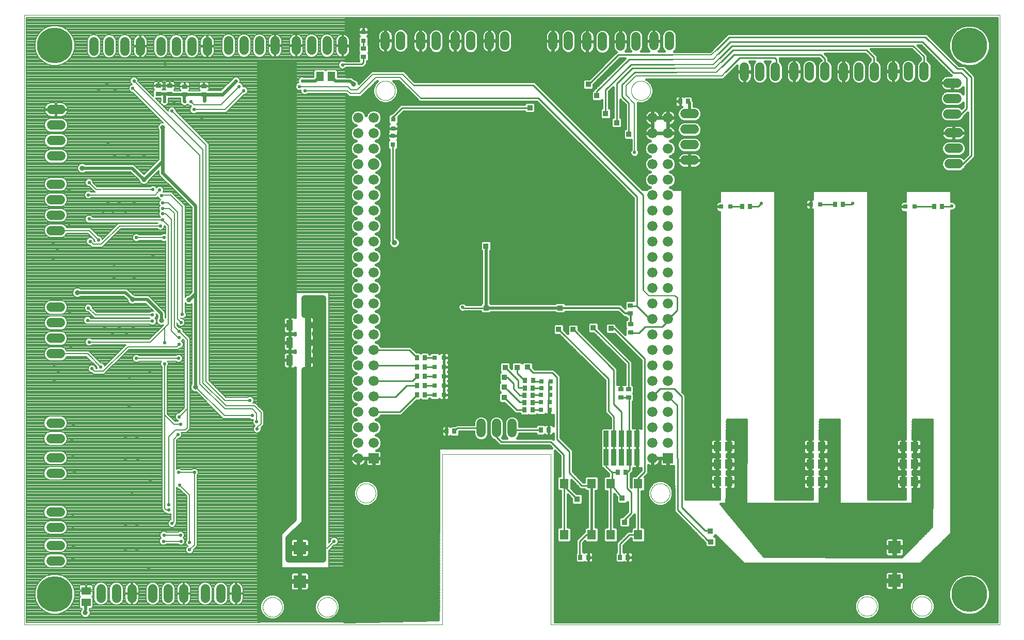
<source format=gtl>
G75*
%MOIN*%
%OFA0B0*%
%FSLAX25Y25*%
%IPPOS*%
%LPD*%
%AMOC8*
5,1,8,0,0,1.08239X$1,22.5*
%
%ADD10C,0.00000*%
%ADD11R,0.06600X0.06600*%
%ADD12C,0.06600*%
%ADD13C,0.07400*%
%ADD14R,0.03543X0.02756*%
%ADD15R,0.03150X0.03150*%
%ADD16C,0.06000*%
%ADD17R,0.03500X0.10500*%
%ADD18R,0.02756X0.03543*%
%ADD19R,0.05512X0.06300*%
%ADD20C,0.23000*%
%ADD21R,0.05118X0.05906*%
%ADD22R,0.08268X0.08268*%
%ADD23R,0.05906X0.05118*%
%ADD24R,0.04400X0.07100*%
%ADD25C,0.01600*%
%ADD26C,0.03543*%
%ADD27C,0.01000*%
%ADD28C,0.02250*%
%ADD29C,0.02000*%
%ADD30C,0.00800*%
%ADD31R,0.03543X0.03543*%
%ADD32C,0.01200*%
%ADD33C,0.03300*%
%ADD34C,0.02200*%
%ADD35C,0.05906*%
%ADD36C,0.04000*%
D10*
X0034894Y0034921D02*
X0034894Y0428622D01*
X0664815Y0428622D01*
X0664815Y0034921D01*
X0374894Y0034921D01*
X0374894Y0144921D01*
X0304894Y0144921D01*
X0304894Y0034921D01*
X0034894Y0034921D01*
X0188831Y0046339D02*
X0188833Y0046497D01*
X0188839Y0046655D01*
X0188849Y0046813D01*
X0188863Y0046971D01*
X0188881Y0047128D01*
X0188902Y0047285D01*
X0188928Y0047441D01*
X0188958Y0047597D01*
X0188991Y0047752D01*
X0189029Y0047905D01*
X0189070Y0048058D01*
X0189115Y0048210D01*
X0189164Y0048361D01*
X0189217Y0048510D01*
X0189273Y0048658D01*
X0189333Y0048804D01*
X0189397Y0048949D01*
X0189465Y0049092D01*
X0189536Y0049234D01*
X0189610Y0049374D01*
X0189688Y0049511D01*
X0189770Y0049647D01*
X0189854Y0049781D01*
X0189943Y0049912D01*
X0190034Y0050041D01*
X0190129Y0050168D01*
X0190226Y0050293D01*
X0190327Y0050415D01*
X0190431Y0050534D01*
X0190538Y0050651D01*
X0190648Y0050765D01*
X0190761Y0050876D01*
X0190876Y0050985D01*
X0190994Y0051090D01*
X0191115Y0051192D01*
X0191238Y0051292D01*
X0191364Y0051388D01*
X0191492Y0051481D01*
X0191622Y0051571D01*
X0191755Y0051657D01*
X0191890Y0051741D01*
X0192026Y0051820D01*
X0192165Y0051897D01*
X0192306Y0051969D01*
X0192448Y0052039D01*
X0192592Y0052104D01*
X0192738Y0052166D01*
X0192885Y0052224D01*
X0193034Y0052279D01*
X0193184Y0052330D01*
X0193335Y0052377D01*
X0193487Y0052420D01*
X0193640Y0052459D01*
X0193795Y0052495D01*
X0193950Y0052526D01*
X0194106Y0052554D01*
X0194262Y0052578D01*
X0194419Y0052598D01*
X0194577Y0052614D01*
X0194734Y0052626D01*
X0194893Y0052634D01*
X0195051Y0052638D01*
X0195209Y0052638D01*
X0195367Y0052634D01*
X0195526Y0052626D01*
X0195683Y0052614D01*
X0195841Y0052598D01*
X0195998Y0052578D01*
X0196154Y0052554D01*
X0196310Y0052526D01*
X0196465Y0052495D01*
X0196620Y0052459D01*
X0196773Y0052420D01*
X0196925Y0052377D01*
X0197076Y0052330D01*
X0197226Y0052279D01*
X0197375Y0052224D01*
X0197522Y0052166D01*
X0197668Y0052104D01*
X0197812Y0052039D01*
X0197954Y0051969D01*
X0198095Y0051897D01*
X0198234Y0051820D01*
X0198370Y0051741D01*
X0198505Y0051657D01*
X0198638Y0051571D01*
X0198768Y0051481D01*
X0198896Y0051388D01*
X0199022Y0051292D01*
X0199145Y0051192D01*
X0199266Y0051090D01*
X0199384Y0050985D01*
X0199499Y0050876D01*
X0199612Y0050765D01*
X0199722Y0050651D01*
X0199829Y0050534D01*
X0199933Y0050415D01*
X0200034Y0050293D01*
X0200131Y0050168D01*
X0200226Y0050041D01*
X0200317Y0049912D01*
X0200406Y0049781D01*
X0200490Y0049647D01*
X0200572Y0049511D01*
X0200650Y0049374D01*
X0200724Y0049234D01*
X0200795Y0049092D01*
X0200863Y0048949D01*
X0200927Y0048804D01*
X0200987Y0048658D01*
X0201043Y0048510D01*
X0201096Y0048361D01*
X0201145Y0048210D01*
X0201190Y0048058D01*
X0201231Y0047905D01*
X0201269Y0047752D01*
X0201302Y0047597D01*
X0201332Y0047441D01*
X0201358Y0047285D01*
X0201379Y0047128D01*
X0201397Y0046971D01*
X0201411Y0046813D01*
X0201421Y0046655D01*
X0201427Y0046497D01*
X0201429Y0046339D01*
X0201427Y0046181D01*
X0201421Y0046023D01*
X0201411Y0045865D01*
X0201397Y0045707D01*
X0201379Y0045550D01*
X0201358Y0045393D01*
X0201332Y0045237D01*
X0201302Y0045081D01*
X0201269Y0044926D01*
X0201231Y0044773D01*
X0201190Y0044620D01*
X0201145Y0044468D01*
X0201096Y0044317D01*
X0201043Y0044168D01*
X0200987Y0044020D01*
X0200927Y0043874D01*
X0200863Y0043729D01*
X0200795Y0043586D01*
X0200724Y0043444D01*
X0200650Y0043304D01*
X0200572Y0043167D01*
X0200490Y0043031D01*
X0200406Y0042897D01*
X0200317Y0042766D01*
X0200226Y0042637D01*
X0200131Y0042510D01*
X0200034Y0042385D01*
X0199933Y0042263D01*
X0199829Y0042144D01*
X0199722Y0042027D01*
X0199612Y0041913D01*
X0199499Y0041802D01*
X0199384Y0041693D01*
X0199266Y0041588D01*
X0199145Y0041486D01*
X0199022Y0041386D01*
X0198896Y0041290D01*
X0198768Y0041197D01*
X0198638Y0041107D01*
X0198505Y0041021D01*
X0198370Y0040937D01*
X0198234Y0040858D01*
X0198095Y0040781D01*
X0197954Y0040709D01*
X0197812Y0040639D01*
X0197668Y0040574D01*
X0197522Y0040512D01*
X0197375Y0040454D01*
X0197226Y0040399D01*
X0197076Y0040348D01*
X0196925Y0040301D01*
X0196773Y0040258D01*
X0196620Y0040219D01*
X0196465Y0040183D01*
X0196310Y0040152D01*
X0196154Y0040124D01*
X0195998Y0040100D01*
X0195841Y0040080D01*
X0195683Y0040064D01*
X0195526Y0040052D01*
X0195367Y0040044D01*
X0195209Y0040040D01*
X0195051Y0040040D01*
X0194893Y0040044D01*
X0194734Y0040052D01*
X0194577Y0040064D01*
X0194419Y0040080D01*
X0194262Y0040100D01*
X0194106Y0040124D01*
X0193950Y0040152D01*
X0193795Y0040183D01*
X0193640Y0040219D01*
X0193487Y0040258D01*
X0193335Y0040301D01*
X0193184Y0040348D01*
X0193034Y0040399D01*
X0192885Y0040454D01*
X0192738Y0040512D01*
X0192592Y0040574D01*
X0192448Y0040639D01*
X0192306Y0040709D01*
X0192165Y0040781D01*
X0192026Y0040858D01*
X0191890Y0040937D01*
X0191755Y0041021D01*
X0191622Y0041107D01*
X0191492Y0041197D01*
X0191364Y0041290D01*
X0191238Y0041386D01*
X0191115Y0041486D01*
X0190994Y0041588D01*
X0190876Y0041693D01*
X0190761Y0041802D01*
X0190648Y0041913D01*
X0190538Y0042027D01*
X0190431Y0042144D01*
X0190327Y0042263D01*
X0190226Y0042385D01*
X0190129Y0042510D01*
X0190034Y0042637D01*
X0189943Y0042766D01*
X0189854Y0042897D01*
X0189770Y0043031D01*
X0189688Y0043167D01*
X0189610Y0043304D01*
X0189536Y0043444D01*
X0189465Y0043586D01*
X0189397Y0043729D01*
X0189333Y0043874D01*
X0189273Y0044020D01*
X0189217Y0044168D01*
X0189164Y0044317D01*
X0189115Y0044468D01*
X0189070Y0044620D01*
X0189029Y0044773D01*
X0188991Y0044926D01*
X0188958Y0045081D01*
X0188928Y0045237D01*
X0188902Y0045393D01*
X0188881Y0045550D01*
X0188863Y0045707D01*
X0188849Y0045865D01*
X0188839Y0046023D01*
X0188833Y0046181D01*
X0188831Y0046339D01*
X0224264Y0046339D02*
X0224266Y0046497D01*
X0224272Y0046655D01*
X0224282Y0046813D01*
X0224296Y0046971D01*
X0224314Y0047128D01*
X0224335Y0047285D01*
X0224361Y0047441D01*
X0224391Y0047597D01*
X0224424Y0047752D01*
X0224462Y0047905D01*
X0224503Y0048058D01*
X0224548Y0048210D01*
X0224597Y0048361D01*
X0224650Y0048510D01*
X0224706Y0048658D01*
X0224766Y0048804D01*
X0224830Y0048949D01*
X0224898Y0049092D01*
X0224969Y0049234D01*
X0225043Y0049374D01*
X0225121Y0049511D01*
X0225203Y0049647D01*
X0225287Y0049781D01*
X0225376Y0049912D01*
X0225467Y0050041D01*
X0225562Y0050168D01*
X0225659Y0050293D01*
X0225760Y0050415D01*
X0225864Y0050534D01*
X0225971Y0050651D01*
X0226081Y0050765D01*
X0226194Y0050876D01*
X0226309Y0050985D01*
X0226427Y0051090D01*
X0226548Y0051192D01*
X0226671Y0051292D01*
X0226797Y0051388D01*
X0226925Y0051481D01*
X0227055Y0051571D01*
X0227188Y0051657D01*
X0227323Y0051741D01*
X0227459Y0051820D01*
X0227598Y0051897D01*
X0227739Y0051969D01*
X0227881Y0052039D01*
X0228025Y0052104D01*
X0228171Y0052166D01*
X0228318Y0052224D01*
X0228467Y0052279D01*
X0228617Y0052330D01*
X0228768Y0052377D01*
X0228920Y0052420D01*
X0229073Y0052459D01*
X0229228Y0052495D01*
X0229383Y0052526D01*
X0229539Y0052554D01*
X0229695Y0052578D01*
X0229852Y0052598D01*
X0230010Y0052614D01*
X0230167Y0052626D01*
X0230326Y0052634D01*
X0230484Y0052638D01*
X0230642Y0052638D01*
X0230800Y0052634D01*
X0230959Y0052626D01*
X0231116Y0052614D01*
X0231274Y0052598D01*
X0231431Y0052578D01*
X0231587Y0052554D01*
X0231743Y0052526D01*
X0231898Y0052495D01*
X0232053Y0052459D01*
X0232206Y0052420D01*
X0232358Y0052377D01*
X0232509Y0052330D01*
X0232659Y0052279D01*
X0232808Y0052224D01*
X0232955Y0052166D01*
X0233101Y0052104D01*
X0233245Y0052039D01*
X0233387Y0051969D01*
X0233528Y0051897D01*
X0233667Y0051820D01*
X0233803Y0051741D01*
X0233938Y0051657D01*
X0234071Y0051571D01*
X0234201Y0051481D01*
X0234329Y0051388D01*
X0234455Y0051292D01*
X0234578Y0051192D01*
X0234699Y0051090D01*
X0234817Y0050985D01*
X0234932Y0050876D01*
X0235045Y0050765D01*
X0235155Y0050651D01*
X0235262Y0050534D01*
X0235366Y0050415D01*
X0235467Y0050293D01*
X0235564Y0050168D01*
X0235659Y0050041D01*
X0235750Y0049912D01*
X0235839Y0049781D01*
X0235923Y0049647D01*
X0236005Y0049511D01*
X0236083Y0049374D01*
X0236157Y0049234D01*
X0236228Y0049092D01*
X0236296Y0048949D01*
X0236360Y0048804D01*
X0236420Y0048658D01*
X0236476Y0048510D01*
X0236529Y0048361D01*
X0236578Y0048210D01*
X0236623Y0048058D01*
X0236664Y0047905D01*
X0236702Y0047752D01*
X0236735Y0047597D01*
X0236765Y0047441D01*
X0236791Y0047285D01*
X0236812Y0047128D01*
X0236830Y0046971D01*
X0236844Y0046813D01*
X0236854Y0046655D01*
X0236860Y0046497D01*
X0236862Y0046339D01*
X0236860Y0046181D01*
X0236854Y0046023D01*
X0236844Y0045865D01*
X0236830Y0045707D01*
X0236812Y0045550D01*
X0236791Y0045393D01*
X0236765Y0045237D01*
X0236735Y0045081D01*
X0236702Y0044926D01*
X0236664Y0044773D01*
X0236623Y0044620D01*
X0236578Y0044468D01*
X0236529Y0044317D01*
X0236476Y0044168D01*
X0236420Y0044020D01*
X0236360Y0043874D01*
X0236296Y0043729D01*
X0236228Y0043586D01*
X0236157Y0043444D01*
X0236083Y0043304D01*
X0236005Y0043167D01*
X0235923Y0043031D01*
X0235839Y0042897D01*
X0235750Y0042766D01*
X0235659Y0042637D01*
X0235564Y0042510D01*
X0235467Y0042385D01*
X0235366Y0042263D01*
X0235262Y0042144D01*
X0235155Y0042027D01*
X0235045Y0041913D01*
X0234932Y0041802D01*
X0234817Y0041693D01*
X0234699Y0041588D01*
X0234578Y0041486D01*
X0234455Y0041386D01*
X0234329Y0041290D01*
X0234201Y0041197D01*
X0234071Y0041107D01*
X0233938Y0041021D01*
X0233803Y0040937D01*
X0233667Y0040858D01*
X0233528Y0040781D01*
X0233387Y0040709D01*
X0233245Y0040639D01*
X0233101Y0040574D01*
X0232955Y0040512D01*
X0232808Y0040454D01*
X0232659Y0040399D01*
X0232509Y0040348D01*
X0232358Y0040301D01*
X0232206Y0040258D01*
X0232053Y0040219D01*
X0231898Y0040183D01*
X0231743Y0040152D01*
X0231587Y0040124D01*
X0231431Y0040100D01*
X0231274Y0040080D01*
X0231116Y0040064D01*
X0230959Y0040052D01*
X0230800Y0040044D01*
X0230642Y0040040D01*
X0230484Y0040040D01*
X0230326Y0040044D01*
X0230167Y0040052D01*
X0230010Y0040064D01*
X0229852Y0040080D01*
X0229695Y0040100D01*
X0229539Y0040124D01*
X0229383Y0040152D01*
X0229228Y0040183D01*
X0229073Y0040219D01*
X0228920Y0040258D01*
X0228768Y0040301D01*
X0228617Y0040348D01*
X0228467Y0040399D01*
X0228318Y0040454D01*
X0228171Y0040512D01*
X0228025Y0040574D01*
X0227881Y0040639D01*
X0227739Y0040709D01*
X0227598Y0040781D01*
X0227459Y0040858D01*
X0227323Y0040937D01*
X0227188Y0041021D01*
X0227055Y0041107D01*
X0226925Y0041197D01*
X0226797Y0041290D01*
X0226671Y0041386D01*
X0226548Y0041486D01*
X0226427Y0041588D01*
X0226309Y0041693D01*
X0226194Y0041802D01*
X0226081Y0041913D01*
X0225971Y0042027D01*
X0225864Y0042144D01*
X0225760Y0042263D01*
X0225659Y0042385D01*
X0225562Y0042510D01*
X0225467Y0042637D01*
X0225376Y0042766D01*
X0225287Y0042897D01*
X0225203Y0043031D01*
X0225121Y0043167D01*
X0225043Y0043304D01*
X0224969Y0043444D01*
X0224898Y0043586D01*
X0224830Y0043729D01*
X0224766Y0043874D01*
X0224706Y0044020D01*
X0224650Y0044168D01*
X0224597Y0044317D01*
X0224548Y0044468D01*
X0224503Y0044620D01*
X0224462Y0044773D01*
X0224424Y0044926D01*
X0224391Y0045081D01*
X0224361Y0045237D01*
X0224335Y0045393D01*
X0224314Y0045550D01*
X0224296Y0045707D01*
X0224282Y0045865D01*
X0224272Y0046023D01*
X0224266Y0046181D01*
X0224264Y0046339D01*
X0249254Y0119921D02*
X0249256Y0120079D01*
X0249262Y0120236D01*
X0249272Y0120394D01*
X0249286Y0120551D01*
X0249304Y0120707D01*
X0249325Y0120864D01*
X0249351Y0121019D01*
X0249381Y0121174D01*
X0249414Y0121328D01*
X0249452Y0121481D01*
X0249493Y0121634D01*
X0249538Y0121785D01*
X0249587Y0121935D01*
X0249640Y0122083D01*
X0249696Y0122231D01*
X0249757Y0122376D01*
X0249820Y0122521D01*
X0249888Y0122663D01*
X0249959Y0122804D01*
X0250033Y0122943D01*
X0250111Y0123080D01*
X0250193Y0123215D01*
X0250277Y0123348D01*
X0250366Y0123479D01*
X0250457Y0123607D01*
X0250552Y0123734D01*
X0250649Y0123857D01*
X0250750Y0123979D01*
X0250854Y0124097D01*
X0250961Y0124213D01*
X0251071Y0124326D01*
X0251183Y0124437D01*
X0251299Y0124544D01*
X0251417Y0124649D01*
X0251537Y0124751D01*
X0251660Y0124849D01*
X0251786Y0124945D01*
X0251914Y0125037D01*
X0252044Y0125126D01*
X0252176Y0125212D01*
X0252311Y0125294D01*
X0252448Y0125373D01*
X0252586Y0125448D01*
X0252726Y0125520D01*
X0252869Y0125588D01*
X0253012Y0125653D01*
X0253158Y0125714D01*
X0253305Y0125771D01*
X0253453Y0125825D01*
X0253603Y0125875D01*
X0253753Y0125921D01*
X0253905Y0125963D01*
X0254058Y0126002D01*
X0254212Y0126036D01*
X0254367Y0126067D01*
X0254522Y0126093D01*
X0254678Y0126116D01*
X0254835Y0126135D01*
X0254992Y0126150D01*
X0255149Y0126161D01*
X0255307Y0126168D01*
X0255465Y0126171D01*
X0255622Y0126170D01*
X0255780Y0126165D01*
X0255937Y0126156D01*
X0256095Y0126143D01*
X0256251Y0126126D01*
X0256408Y0126105D01*
X0256563Y0126081D01*
X0256718Y0126052D01*
X0256873Y0126019D01*
X0257026Y0125983D01*
X0257179Y0125942D01*
X0257330Y0125898D01*
X0257480Y0125850D01*
X0257629Y0125799D01*
X0257777Y0125743D01*
X0257923Y0125684D01*
X0258068Y0125621D01*
X0258211Y0125554D01*
X0258352Y0125484D01*
X0258491Y0125411D01*
X0258629Y0125334D01*
X0258765Y0125253D01*
X0258898Y0125169D01*
X0259029Y0125082D01*
X0259158Y0124991D01*
X0259285Y0124897D01*
X0259410Y0124800D01*
X0259531Y0124700D01*
X0259651Y0124597D01*
X0259767Y0124491D01*
X0259881Y0124382D01*
X0259993Y0124270D01*
X0260101Y0124156D01*
X0260206Y0124038D01*
X0260309Y0123918D01*
X0260408Y0123796D01*
X0260504Y0123671D01*
X0260597Y0123543D01*
X0260687Y0123414D01*
X0260773Y0123282D01*
X0260857Y0123148D01*
X0260936Y0123012D01*
X0261013Y0122874D01*
X0261085Y0122734D01*
X0261154Y0122592D01*
X0261220Y0122449D01*
X0261282Y0122304D01*
X0261340Y0122157D01*
X0261395Y0122009D01*
X0261446Y0121860D01*
X0261493Y0121709D01*
X0261536Y0121558D01*
X0261575Y0121405D01*
X0261611Y0121251D01*
X0261642Y0121097D01*
X0261670Y0120942D01*
X0261694Y0120786D01*
X0261714Y0120629D01*
X0261730Y0120472D01*
X0261742Y0120315D01*
X0261750Y0120158D01*
X0261754Y0120000D01*
X0261754Y0119842D01*
X0261750Y0119684D01*
X0261742Y0119527D01*
X0261730Y0119370D01*
X0261714Y0119213D01*
X0261694Y0119056D01*
X0261670Y0118900D01*
X0261642Y0118745D01*
X0261611Y0118591D01*
X0261575Y0118437D01*
X0261536Y0118284D01*
X0261493Y0118133D01*
X0261446Y0117982D01*
X0261395Y0117833D01*
X0261340Y0117685D01*
X0261282Y0117538D01*
X0261220Y0117393D01*
X0261154Y0117250D01*
X0261085Y0117108D01*
X0261013Y0116968D01*
X0260936Y0116830D01*
X0260857Y0116694D01*
X0260773Y0116560D01*
X0260687Y0116428D01*
X0260597Y0116299D01*
X0260504Y0116171D01*
X0260408Y0116046D01*
X0260309Y0115924D01*
X0260206Y0115804D01*
X0260101Y0115686D01*
X0259993Y0115572D01*
X0259881Y0115460D01*
X0259767Y0115351D01*
X0259651Y0115245D01*
X0259531Y0115142D01*
X0259410Y0115042D01*
X0259285Y0114945D01*
X0259158Y0114851D01*
X0259029Y0114760D01*
X0258898Y0114673D01*
X0258765Y0114589D01*
X0258629Y0114508D01*
X0258491Y0114431D01*
X0258352Y0114358D01*
X0258211Y0114288D01*
X0258068Y0114221D01*
X0257923Y0114158D01*
X0257777Y0114099D01*
X0257629Y0114043D01*
X0257480Y0113992D01*
X0257330Y0113944D01*
X0257179Y0113900D01*
X0257026Y0113859D01*
X0256873Y0113823D01*
X0256718Y0113790D01*
X0256563Y0113761D01*
X0256408Y0113737D01*
X0256251Y0113716D01*
X0256095Y0113699D01*
X0255937Y0113686D01*
X0255780Y0113677D01*
X0255622Y0113672D01*
X0255465Y0113671D01*
X0255307Y0113674D01*
X0255149Y0113681D01*
X0254992Y0113692D01*
X0254835Y0113707D01*
X0254678Y0113726D01*
X0254522Y0113749D01*
X0254367Y0113775D01*
X0254212Y0113806D01*
X0254058Y0113840D01*
X0253905Y0113879D01*
X0253753Y0113921D01*
X0253603Y0113967D01*
X0253453Y0114017D01*
X0253305Y0114071D01*
X0253158Y0114128D01*
X0253012Y0114189D01*
X0252869Y0114254D01*
X0252726Y0114322D01*
X0252586Y0114394D01*
X0252448Y0114469D01*
X0252311Y0114548D01*
X0252176Y0114630D01*
X0252044Y0114716D01*
X0251914Y0114805D01*
X0251786Y0114897D01*
X0251660Y0114993D01*
X0251537Y0115091D01*
X0251417Y0115193D01*
X0251299Y0115298D01*
X0251183Y0115405D01*
X0251071Y0115516D01*
X0250961Y0115629D01*
X0250854Y0115745D01*
X0250750Y0115863D01*
X0250649Y0115985D01*
X0250552Y0116108D01*
X0250457Y0116235D01*
X0250366Y0116363D01*
X0250277Y0116494D01*
X0250193Y0116627D01*
X0250111Y0116762D01*
X0250033Y0116899D01*
X0249959Y0117038D01*
X0249888Y0117179D01*
X0249820Y0117321D01*
X0249757Y0117466D01*
X0249696Y0117611D01*
X0249640Y0117759D01*
X0249587Y0117907D01*
X0249538Y0118057D01*
X0249493Y0118208D01*
X0249452Y0118361D01*
X0249414Y0118514D01*
X0249381Y0118668D01*
X0249351Y0118823D01*
X0249325Y0118978D01*
X0249304Y0119135D01*
X0249286Y0119291D01*
X0249272Y0119448D01*
X0249262Y0119606D01*
X0249256Y0119763D01*
X0249254Y0119921D01*
X0439254Y0119921D02*
X0439256Y0120079D01*
X0439262Y0120236D01*
X0439272Y0120394D01*
X0439286Y0120551D01*
X0439304Y0120707D01*
X0439325Y0120864D01*
X0439351Y0121019D01*
X0439381Y0121174D01*
X0439414Y0121328D01*
X0439452Y0121481D01*
X0439493Y0121634D01*
X0439538Y0121785D01*
X0439587Y0121935D01*
X0439640Y0122083D01*
X0439696Y0122231D01*
X0439757Y0122376D01*
X0439820Y0122521D01*
X0439888Y0122663D01*
X0439959Y0122804D01*
X0440033Y0122943D01*
X0440111Y0123080D01*
X0440193Y0123215D01*
X0440277Y0123348D01*
X0440366Y0123479D01*
X0440457Y0123607D01*
X0440552Y0123734D01*
X0440649Y0123857D01*
X0440750Y0123979D01*
X0440854Y0124097D01*
X0440961Y0124213D01*
X0441071Y0124326D01*
X0441183Y0124437D01*
X0441299Y0124544D01*
X0441417Y0124649D01*
X0441537Y0124751D01*
X0441660Y0124849D01*
X0441786Y0124945D01*
X0441914Y0125037D01*
X0442044Y0125126D01*
X0442176Y0125212D01*
X0442311Y0125294D01*
X0442448Y0125373D01*
X0442586Y0125448D01*
X0442726Y0125520D01*
X0442869Y0125588D01*
X0443012Y0125653D01*
X0443158Y0125714D01*
X0443305Y0125771D01*
X0443453Y0125825D01*
X0443603Y0125875D01*
X0443753Y0125921D01*
X0443905Y0125963D01*
X0444058Y0126002D01*
X0444212Y0126036D01*
X0444367Y0126067D01*
X0444522Y0126093D01*
X0444678Y0126116D01*
X0444835Y0126135D01*
X0444992Y0126150D01*
X0445149Y0126161D01*
X0445307Y0126168D01*
X0445465Y0126171D01*
X0445622Y0126170D01*
X0445780Y0126165D01*
X0445937Y0126156D01*
X0446095Y0126143D01*
X0446251Y0126126D01*
X0446408Y0126105D01*
X0446563Y0126081D01*
X0446718Y0126052D01*
X0446873Y0126019D01*
X0447026Y0125983D01*
X0447179Y0125942D01*
X0447330Y0125898D01*
X0447480Y0125850D01*
X0447629Y0125799D01*
X0447777Y0125743D01*
X0447923Y0125684D01*
X0448068Y0125621D01*
X0448211Y0125554D01*
X0448352Y0125484D01*
X0448491Y0125411D01*
X0448629Y0125334D01*
X0448765Y0125253D01*
X0448898Y0125169D01*
X0449029Y0125082D01*
X0449158Y0124991D01*
X0449285Y0124897D01*
X0449410Y0124800D01*
X0449531Y0124700D01*
X0449651Y0124597D01*
X0449767Y0124491D01*
X0449881Y0124382D01*
X0449993Y0124270D01*
X0450101Y0124156D01*
X0450206Y0124038D01*
X0450309Y0123918D01*
X0450408Y0123796D01*
X0450504Y0123671D01*
X0450597Y0123543D01*
X0450687Y0123414D01*
X0450773Y0123282D01*
X0450857Y0123148D01*
X0450936Y0123012D01*
X0451013Y0122874D01*
X0451085Y0122734D01*
X0451154Y0122592D01*
X0451220Y0122449D01*
X0451282Y0122304D01*
X0451340Y0122157D01*
X0451395Y0122009D01*
X0451446Y0121860D01*
X0451493Y0121709D01*
X0451536Y0121558D01*
X0451575Y0121405D01*
X0451611Y0121251D01*
X0451642Y0121097D01*
X0451670Y0120942D01*
X0451694Y0120786D01*
X0451714Y0120629D01*
X0451730Y0120472D01*
X0451742Y0120315D01*
X0451750Y0120158D01*
X0451754Y0120000D01*
X0451754Y0119842D01*
X0451750Y0119684D01*
X0451742Y0119527D01*
X0451730Y0119370D01*
X0451714Y0119213D01*
X0451694Y0119056D01*
X0451670Y0118900D01*
X0451642Y0118745D01*
X0451611Y0118591D01*
X0451575Y0118437D01*
X0451536Y0118284D01*
X0451493Y0118133D01*
X0451446Y0117982D01*
X0451395Y0117833D01*
X0451340Y0117685D01*
X0451282Y0117538D01*
X0451220Y0117393D01*
X0451154Y0117250D01*
X0451085Y0117108D01*
X0451013Y0116968D01*
X0450936Y0116830D01*
X0450857Y0116694D01*
X0450773Y0116560D01*
X0450687Y0116428D01*
X0450597Y0116299D01*
X0450504Y0116171D01*
X0450408Y0116046D01*
X0450309Y0115924D01*
X0450206Y0115804D01*
X0450101Y0115686D01*
X0449993Y0115572D01*
X0449881Y0115460D01*
X0449767Y0115351D01*
X0449651Y0115245D01*
X0449531Y0115142D01*
X0449410Y0115042D01*
X0449285Y0114945D01*
X0449158Y0114851D01*
X0449029Y0114760D01*
X0448898Y0114673D01*
X0448765Y0114589D01*
X0448629Y0114508D01*
X0448491Y0114431D01*
X0448352Y0114358D01*
X0448211Y0114288D01*
X0448068Y0114221D01*
X0447923Y0114158D01*
X0447777Y0114099D01*
X0447629Y0114043D01*
X0447480Y0113992D01*
X0447330Y0113944D01*
X0447179Y0113900D01*
X0447026Y0113859D01*
X0446873Y0113823D01*
X0446718Y0113790D01*
X0446563Y0113761D01*
X0446408Y0113737D01*
X0446251Y0113716D01*
X0446095Y0113699D01*
X0445937Y0113686D01*
X0445780Y0113677D01*
X0445622Y0113672D01*
X0445465Y0113671D01*
X0445307Y0113674D01*
X0445149Y0113681D01*
X0444992Y0113692D01*
X0444835Y0113707D01*
X0444678Y0113726D01*
X0444522Y0113749D01*
X0444367Y0113775D01*
X0444212Y0113806D01*
X0444058Y0113840D01*
X0443905Y0113879D01*
X0443753Y0113921D01*
X0443603Y0113967D01*
X0443453Y0114017D01*
X0443305Y0114071D01*
X0443158Y0114128D01*
X0443012Y0114189D01*
X0442869Y0114254D01*
X0442726Y0114322D01*
X0442586Y0114394D01*
X0442448Y0114469D01*
X0442311Y0114548D01*
X0442176Y0114630D01*
X0442044Y0114716D01*
X0441914Y0114805D01*
X0441786Y0114897D01*
X0441660Y0114993D01*
X0441537Y0115091D01*
X0441417Y0115193D01*
X0441299Y0115298D01*
X0441183Y0115405D01*
X0441071Y0115516D01*
X0440961Y0115629D01*
X0440854Y0115745D01*
X0440750Y0115863D01*
X0440649Y0115985D01*
X0440552Y0116108D01*
X0440457Y0116235D01*
X0440366Y0116363D01*
X0440277Y0116494D01*
X0440193Y0116627D01*
X0440111Y0116762D01*
X0440033Y0116899D01*
X0439959Y0117038D01*
X0439888Y0117179D01*
X0439820Y0117321D01*
X0439757Y0117466D01*
X0439696Y0117611D01*
X0439640Y0117759D01*
X0439587Y0117907D01*
X0439538Y0118057D01*
X0439493Y0118208D01*
X0439452Y0118361D01*
X0439414Y0118514D01*
X0439381Y0118668D01*
X0439351Y0118823D01*
X0439325Y0118978D01*
X0439304Y0119135D01*
X0439286Y0119291D01*
X0439272Y0119448D01*
X0439262Y0119606D01*
X0439256Y0119763D01*
X0439254Y0119921D01*
X0572847Y0046890D02*
X0572849Y0047048D01*
X0572855Y0047206D01*
X0572865Y0047364D01*
X0572879Y0047522D01*
X0572897Y0047679D01*
X0572918Y0047836D01*
X0572944Y0047992D01*
X0572974Y0048148D01*
X0573007Y0048303D01*
X0573045Y0048456D01*
X0573086Y0048609D01*
X0573131Y0048761D01*
X0573180Y0048912D01*
X0573233Y0049061D01*
X0573289Y0049209D01*
X0573349Y0049355D01*
X0573413Y0049500D01*
X0573481Y0049643D01*
X0573552Y0049785D01*
X0573626Y0049925D01*
X0573704Y0050062D01*
X0573786Y0050198D01*
X0573870Y0050332D01*
X0573959Y0050463D01*
X0574050Y0050592D01*
X0574145Y0050719D01*
X0574242Y0050844D01*
X0574343Y0050966D01*
X0574447Y0051085D01*
X0574554Y0051202D01*
X0574664Y0051316D01*
X0574777Y0051427D01*
X0574892Y0051536D01*
X0575010Y0051641D01*
X0575131Y0051743D01*
X0575254Y0051843D01*
X0575380Y0051939D01*
X0575508Y0052032D01*
X0575638Y0052122D01*
X0575771Y0052208D01*
X0575906Y0052292D01*
X0576042Y0052371D01*
X0576181Y0052448D01*
X0576322Y0052520D01*
X0576464Y0052590D01*
X0576608Y0052655D01*
X0576754Y0052717D01*
X0576901Y0052775D01*
X0577050Y0052830D01*
X0577200Y0052881D01*
X0577351Y0052928D01*
X0577503Y0052971D01*
X0577656Y0053010D01*
X0577811Y0053046D01*
X0577966Y0053077D01*
X0578122Y0053105D01*
X0578278Y0053129D01*
X0578435Y0053149D01*
X0578593Y0053165D01*
X0578750Y0053177D01*
X0578909Y0053185D01*
X0579067Y0053189D01*
X0579225Y0053189D01*
X0579383Y0053185D01*
X0579542Y0053177D01*
X0579699Y0053165D01*
X0579857Y0053149D01*
X0580014Y0053129D01*
X0580170Y0053105D01*
X0580326Y0053077D01*
X0580481Y0053046D01*
X0580636Y0053010D01*
X0580789Y0052971D01*
X0580941Y0052928D01*
X0581092Y0052881D01*
X0581242Y0052830D01*
X0581391Y0052775D01*
X0581538Y0052717D01*
X0581684Y0052655D01*
X0581828Y0052590D01*
X0581970Y0052520D01*
X0582111Y0052448D01*
X0582250Y0052371D01*
X0582386Y0052292D01*
X0582521Y0052208D01*
X0582654Y0052122D01*
X0582784Y0052032D01*
X0582912Y0051939D01*
X0583038Y0051843D01*
X0583161Y0051743D01*
X0583282Y0051641D01*
X0583400Y0051536D01*
X0583515Y0051427D01*
X0583628Y0051316D01*
X0583738Y0051202D01*
X0583845Y0051085D01*
X0583949Y0050966D01*
X0584050Y0050844D01*
X0584147Y0050719D01*
X0584242Y0050592D01*
X0584333Y0050463D01*
X0584422Y0050332D01*
X0584506Y0050198D01*
X0584588Y0050062D01*
X0584666Y0049925D01*
X0584740Y0049785D01*
X0584811Y0049643D01*
X0584879Y0049500D01*
X0584943Y0049355D01*
X0585003Y0049209D01*
X0585059Y0049061D01*
X0585112Y0048912D01*
X0585161Y0048761D01*
X0585206Y0048609D01*
X0585247Y0048456D01*
X0585285Y0048303D01*
X0585318Y0048148D01*
X0585348Y0047992D01*
X0585374Y0047836D01*
X0585395Y0047679D01*
X0585413Y0047522D01*
X0585427Y0047364D01*
X0585437Y0047206D01*
X0585443Y0047048D01*
X0585445Y0046890D01*
X0585443Y0046732D01*
X0585437Y0046574D01*
X0585427Y0046416D01*
X0585413Y0046258D01*
X0585395Y0046101D01*
X0585374Y0045944D01*
X0585348Y0045788D01*
X0585318Y0045632D01*
X0585285Y0045477D01*
X0585247Y0045324D01*
X0585206Y0045171D01*
X0585161Y0045019D01*
X0585112Y0044868D01*
X0585059Y0044719D01*
X0585003Y0044571D01*
X0584943Y0044425D01*
X0584879Y0044280D01*
X0584811Y0044137D01*
X0584740Y0043995D01*
X0584666Y0043855D01*
X0584588Y0043718D01*
X0584506Y0043582D01*
X0584422Y0043448D01*
X0584333Y0043317D01*
X0584242Y0043188D01*
X0584147Y0043061D01*
X0584050Y0042936D01*
X0583949Y0042814D01*
X0583845Y0042695D01*
X0583738Y0042578D01*
X0583628Y0042464D01*
X0583515Y0042353D01*
X0583400Y0042244D01*
X0583282Y0042139D01*
X0583161Y0042037D01*
X0583038Y0041937D01*
X0582912Y0041841D01*
X0582784Y0041748D01*
X0582654Y0041658D01*
X0582521Y0041572D01*
X0582386Y0041488D01*
X0582250Y0041409D01*
X0582111Y0041332D01*
X0581970Y0041260D01*
X0581828Y0041190D01*
X0581684Y0041125D01*
X0581538Y0041063D01*
X0581391Y0041005D01*
X0581242Y0040950D01*
X0581092Y0040899D01*
X0580941Y0040852D01*
X0580789Y0040809D01*
X0580636Y0040770D01*
X0580481Y0040734D01*
X0580326Y0040703D01*
X0580170Y0040675D01*
X0580014Y0040651D01*
X0579857Y0040631D01*
X0579699Y0040615D01*
X0579542Y0040603D01*
X0579383Y0040595D01*
X0579225Y0040591D01*
X0579067Y0040591D01*
X0578909Y0040595D01*
X0578750Y0040603D01*
X0578593Y0040615D01*
X0578435Y0040631D01*
X0578278Y0040651D01*
X0578122Y0040675D01*
X0577966Y0040703D01*
X0577811Y0040734D01*
X0577656Y0040770D01*
X0577503Y0040809D01*
X0577351Y0040852D01*
X0577200Y0040899D01*
X0577050Y0040950D01*
X0576901Y0041005D01*
X0576754Y0041063D01*
X0576608Y0041125D01*
X0576464Y0041190D01*
X0576322Y0041260D01*
X0576181Y0041332D01*
X0576042Y0041409D01*
X0575906Y0041488D01*
X0575771Y0041572D01*
X0575638Y0041658D01*
X0575508Y0041748D01*
X0575380Y0041841D01*
X0575254Y0041937D01*
X0575131Y0042037D01*
X0575010Y0042139D01*
X0574892Y0042244D01*
X0574777Y0042353D01*
X0574664Y0042464D01*
X0574554Y0042578D01*
X0574447Y0042695D01*
X0574343Y0042814D01*
X0574242Y0042936D01*
X0574145Y0043061D01*
X0574050Y0043188D01*
X0573959Y0043317D01*
X0573870Y0043448D01*
X0573786Y0043582D01*
X0573704Y0043718D01*
X0573626Y0043855D01*
X0573552Y0043995D01*
X0573481Y0044137D01*
X0573413Y0044280D01*
X0573349Y0044425D01*
X0573289Y0044571D01*
X0573233Y0044719D01*
X0573180Y0044868D01*
X0573131Y0045019D01*
X0573086Y0045171D01*
X0573045Y0045324D01*
X0573007Y0045477D01*
X0572974Y0045632D01*
X0572944Y0045788D01*
X0572918Y0045944D01*
X0572897Y0046101D01*
X0572879Y0046258D01*
X0572865Y0046416D01*
X0572855Y0046574D01*
X0572849Y0046732D01*
X0572847Y0046890D01*
X0608280Y0046890D02*
X0608282Y0047048D01*
X0608288Y0047206D01*
X0608298Y0047364D01*
X0608312Y0047522D01*
X0608330Y0047679D01*
X0608351Y0047836D01*
X0608377Y0047992D01*
X0608407Y0048148D01*
X0608440Y0048303D01*
X0608478Y0048456D01*
X0608519Y0048609D01*
X0608564Y0048761D01*
X0608613Y0048912D01*
X0608666Y0049061D01*
X0608722Y0049209D01*
X0608782Y0049355D01*
X0608846Y0049500D01*
X0608914Y0049643D01*
X0608985Y0049785D01*
X0609059Y0049925D01*
X0609137Y0050062D01*
X0609219Y0050198D01*
X0609303Y0050332D01*
X0609392Y0050463D01*
X0609483Y0050592D01*
X0609578Y0050719D01*
X0609675Y0050844D01*
X0609776Y0050966D01*
X0609880Y0051085D01*
X0609987Y0051202D01*
X0610097Y0051316D01*
X0610210Y0051427D01*
X0610325Y0051536D01*
X0610443Y0051641D01*
X0610564Y0051743D01*
X0610687Y0051843D01*
X0610813Y0051939D01*
X0610941Y0052032D01*
X0611071Y0052122D01*
X0611204Y0052208D01*
X0611339Y0052292D01*
X0611475Y0052371D01*
X0611614Y0052448D01*
X0611755Y0052520D01*
X0611897Y0052590D01*
X0612041Y0052655D01*
X0612187Y0052717D01*
X0612334Y0052775D01*
X0612483Y0052830D01*
X0612633Y0052881D01*
X0612784Y0052928D01*
X0612936Y0052971D01*
X0613089Y0053010D01*
X0613244Y0053046D01*
X0613399Y0053077D01*
X0613555Y0053105D01*
X0613711Y0053129D01*
X0613868Y0053149D01*
X0614026Y0053165D01*
X0614183Y0053177D01*
X0614342Y0053185D01*
X0614500Y0053189D01*
X0614658Y0053189D01*
X0614816Y0053185D01*
X0614975Y0053177D01*
X0615132Y0053165D01*
X0615290Y0053149D01*
X0615447Y0053129D01*
X0615603Y0053105D01*
X0615759Y0053077D01*
X0615914Y0053046D01*
X0616069Y0053010D01*
X0616222Y0052971D01*
X0616374Y0052928D01*
X0616525Y0052881D01*
X0616675Y0052830D01*
X0616824Y0052775D01*
X0616971Y0052717D01*
X0617117Y0052655D01*
X0617261Y0052590D01*
X0617403Y0052520D01*
X0617544Y0052448D01*
X0617683Y0052371D01*
X0617819Y0052292D01*
X0617954Y0052208D01*
X0618087Y0052122D01*
X0618217Y0052032D01*
X0618345Y0051939D01*
X0618471Y0051843D01*
X0618594Y0051743D01*
X0618715Y0051641D01*
X0618833Y0051536D01*
X0618948Y0051427D01*
X0619061Y0051316D01*
X0619171Y0051202D01*
X0619278Y0051085D01*
X0619382Y0050966D01*
X0619483Y0050844D01*
X0619580Y0050719D01*
X0619675Y0050592D01*
X0619766Y0050463D01*
X0619855Y0050332D01*
X0619939Y0050198D01*
X0620021Y0050062D01*
X0620099Y0049925D01*
X0620173Y0049785D01*
X0620244Y0049643D01*
X0620312Y0049500D01*
X0620376Y0049355D01*
X0620436Y0049209D01*
X0620492Y0049061D01*
X0620545Y0048912D01*
X0620594Y0048761D01*
X0620639Y0048609D01*
X0620680Y0048456D01*
X0620718Y0048303D01*
X0620751Y0048148D01*
X0620781Y0047992D01*
X0620807Y0047836D01*
X0620828Y0047679D01*
X0620846Y0047522D01*
X0620860Y0047364D01*
X0620870Y0047206D01*
X0620876Y0047048D01*
X0620878Y0046890D01*
X0620876Y0046732D01*
X0620870Y0046574D01*
X0620860Y0046416D01*
X0620846Y0046258D01*
X0620828Y0046101D01*
X0620807Y0045944D01*
X0620781Y0045788D01*
X0620751Y0045632D01*
X0620718Y0045477D01*
X0620680Y0045324D01*
X0620639Y0045171D01*
X0620594Y0045019D01*
X0620545Y0044868D01*
X0620492Y0044719D01*
X0620436Y0044571D01*
X0620376Y0044425D01*
X0620312Y0044280D01*
X0620244Y0044137D01*
X0620173Y0043995D01*
X0620099Y0043855D01*
X0620021Y0043718D01*
X0619939Y0043582D01*
X0619855Y0043448D01*
X0619766Y0043317D01*
X0619675Y0043188D01*
X0619580Y0043061D01*
X0619483Y0042936D01*
X0619382Y0042814D01*
X0619278Y0042695D01*
X0619171Y0042578D01*
X0619061Y0042464D01*
X0618948Y0042353D01*
X0618833Y0042244D01*
X0618715Y0042139D01*
X0618594Y0042037D01*
X0618471Y0041937D01*
X0618345Y0041841D01*
X0618217Y0041748D01*
X0618087Y0041658D01*
X0617954Y0041572D01*
X0617819Y0041488D01*
X0617683Y0041409D01*
X0617544Y0041332D01*
X0617403Y0041260D01*
X0617261Y0041190D01*
X0617117Y0041125D01*
X0616971Y0041063D01*
X0616824Y0041005D01*
X0616675Y0040950D01*
X0616525Y0040899D01*
X0616374Y0040852D01*
X0616222Y0040809D01*
X0616069Y0040770D01*
X0615914Y0040734D01*
X0615759Y0040703D01*
X0615603Y0040675D01*
X0615447Y0040651D01*
X0615290Y0040631D01*
X0615132Y0040615D01*
X0614975Y0040603D01*
X0614816Y0040595D01*
X0614658Y0040591D01*
X0614500Y0040591D01*
X0614342Y0040595D01*
X0614183Y0040603D01*
X0614026Y0040615D01*
X0613868Y0040631D01*
X0613711Y0040651D01*
X0613555Y0040675D01*
X0613399Y0040703D01*
X0613244Y0040734D01*
X0613089Y0040770D01*
X0612936Y0040809D01*
X0612784Y0040852D01*
X0612633Y0040899D01*
X0612483Y0040950D01*
X0612334Y0041005D01*
X0612187Y0041063D01*
X0612041Y0041125D01*
X0611897Y0041190D01*
X0611755Y0041260D01*
X0611614Y0041332D01*
X0611475Y0041409D01*
X0611339Y0041488D01*
X0611204Y0041572D01*
X0611071Y0041658D01*
X0610941Y0041748D01*
X0610813Y0041841D01*
X0610687Y0041937D01*
X0610564Y0042037D01*
X0610443Y0042139D01*
X0610325Y0042244D01*
X0610210Y0042353D01*
X0610097Y0042464D01*
X0609987Y0042578D01*
X0609880Y0042695D01*
X0609776Y0042814D01*
X0609675Y0042936D01*
X0609578Y0043061D01*
X0609483Y0043188D01*
X0609392Y0043317D01*
X0609303Y0043448D01*
X0609219Y0043582D01*
X0609137Y0043718D01*
X0609059Y0043855D01*
X0608985Y0043995D01*
X0608914Y0044137D01*
X0608846Y0044280D01*
X0608782Y0044425D01*
X0608722Y0044571D01*
X0608666Y0044719D01*
X0608613Y0044868D01*
X0608564Y0045019D01*
X0608519Y0045171D01*
X0608478Y0045324D01*
X0608440Y0045477D01*
X0608407Y0045632D01*
X0608377Y0045788D01*
X0608351Y0045944D01*
X0608330Y0046101D01*
X0608312Y0046258D01*
X0608298Y0046416D01*
X0608288Y0046574D01*
X0608282Y0046732D01*
X0608280Y0046890D01*
X0426754Y0379921D02*
X0426756Y0380079D01*
X0426762Y0380236D01*
X0426772Y0380394D01*
X0426786Y0380551D01*
X0426804Y0380707D01*
X0426825Y0380864D01*
X0426851Y0381019D01*
X0426881Y0381174D01*
X0426914Y0381328D01*
X0426952Y0381481D01*
X0426993Y0381634D01*
X0427038Y0381785D01*
X0427087Y0381935D01*
X0427140Y0382083D01*
X0427196Y0382231D01*
X0427257Y0382376D01*
X0427320Y0382521D01*
X0427388Y0382663D01*
X0427459Y0382804D01*
X0427533Y0382943D01*
X0427611Y0383080D01*
X0427693Y0383215D01*
X0427777Y0383348D01*
X0427866Y0383479D01*
X0427957Y0383607D01*
X0428052Y0383734D01*
X0428149Y0383857D01*
X0428250Y0383979D01*
X0428354Y0384097D01*
X0428461Y0384213D01*
X0428571Y0384326D01*
X0428683Y0384437D01*
X0428799Y0384544D01*
X0428917Y0384649D01*
X0429037Y0384751D01*
X0429160Y0384849D01*
X0429286Y0384945D01*
X0429414Y0385037D01*
X0429544Y0385126D01*
X0429676Y0385212D01*
X0429811Y0385294D01*
X0429948Y0385373D01*
X0430086Y0385448D01*
X0430226Y0385520D01*
X0430369Y0385588D01*
X0430512Y0385653D01*
X0430658Y0385714D01*
X0430805Y0385771D01*
X0430953Y0385825D01*
X0431103Y0385875D01*
X0431253Y0385921D01*
X0431405Y0385963D01*
X0431558Y0386002D01*
X0431712Y0386036D01*
X0431867Y0386067D01*
X0432022Y0386093D01*
X0432178Y0386116D01*
X0432335Y0386135D01*
X0432492Y0386150D01*
X0432649Y0386161D01*
X0432807Y0386168D01*
X0432965Y0386171D01*
X0433122Y0386170D01*
X0433280Y0386165D01*
X0433437Y0386156D01*
X0433595Y0386143D01*
X0433751Y0386126D01*
X0433908Y0386105D01*
X0434063Y0386081D01*
X0434218Y0386052D01*
X0434373Y0386019D01*
X0434526Y0385983D01*
X0434679Y0385942D01*
X0434830Y0385898D01*
X0434980Y0385850D01*
X0435129Y0385799D01*
X0435277Y0385743D01*
X0435423Y0385684D01*
X0435568Y0385621D01*
X0435711Y0385554D01*
X0435852Y0385484D01*
X0435991Y0385411D01*
X0436129Y0385334D01*
X0436265Y0385253D01*
X0436398Y0385169D01*
X0436529Y0385082D01*
X0436658Y0384991D01*
X0436785Y0384897D01*
X0436910Y0384800D01*
X0437031Y0384700D01*
X0437151Y0384597D01*
X0437267Y0384491D01*
X0437381Y0384382D01*
X0437493Y0384270D01*
X0437601Y0384156D01*
X0437706Y0384038D01*
X0437809Y0383918D01*
X0437908Y0383796D01*
X0438004Y0383671D01*
X0438097Y0383543D01*
X0438187Y0383414D01*
X0438273Y0383282D01*
X0438357Y0383148D01*
X0438436Y0383012D01*
X0438513Y0382874D01*
X0438585Y0382734D01*
X0438654Y0382592D01*
X0438720Y0382449D01*
X0438782Y0382304D01*
X0438840Y0382157D01*
X0438895Y0382009D01*
X0438946Y0381860D01*
X0438993Y0381709D01*
X0439036Y0381558D01*
X0439075Y0381405D01*
X0439111Y0381251D01*
X0439142Y0381097D01*
X0439170Y0380942D01*
X0439194Y0380786D01*
X0439214Y0380629D01*
X0439230Y0380472D01*
X0439242Y0380315D01*
X0439250Y0380158D01*
X0439254Y0380000D01*
X0439254Y0379842D01*
X0439250Y0379684D01*
X0439242Y0379527D01*
X0439230Y0379370D01*
X0439214Y0379213D01*
X0439194Y0379056D01*
X0439170Y0378900D01*
X0439142Y0378745D01*
X0439111Y0378591D01*
X0439075Y0378437D01*
X0439036Y0378284D01*
X0438993Y0378133D01*
X0438946Y0377982D01*
X0438895Y0377833D01*
X0438840Y0377685D01*
X0438782Y0377538D01*
X0438720Y0377393D01*
X0438654Y0377250D01*
X0438585Y0377108D01*
X0438513Y0376968D01*
X0438436Y0376830D01*
X0438357Y0376694D01*
X0438273Y0376560D01*
X0438187Y0376428D01*
X0438097Y0376299D01*
X0438004Y0376171D01*
X0437908Y0376046D01*
X0437809Y0375924D01*
X0437706Y0375804D01*
X0437601Y0375686D01*
X0437493Y0375572D01*
X0437381Y0375460D01*
X0437267Y0375351D01*
X0437151Y0375245D01*
X0437031Y0375142D01*
X0436910Y0375042D01*
X0436785Y0374945D01*
X0436658Y0374851D01*
X0436529Y0374760D01*
X0436398Y0374673D01*
X0436265Y0374589D01*
X0436129Y0374508D01*
X0435991Y0374431D01*
X0435852Y0374358D01*
X0435711Y0374288D01*
X0435568Y0374221D01*
X0435423Y0374158D01*
X0435277Y0374099D01*
X0435129Y0374043D01*
X0434980Y0373992D01*
X0434830Y0373944D01*
X0434679Y0373900D01*
X0434526Y0373859D01*
X0434373Y0373823D01*
X0434218Y0373790D01*
X0434063Y0373761D01*
X0433908Y0373737D01*
X0433751Y0373716D01*
X0433595Y0373699D01*
X0433437Y0373686D01*
X0433280Y0373677D01*
X0433122Y0373672D01*
X0432965Y0373671D01*
X0432807Y0373674D01*
X0432649Y0373681D01*
X0432492Y0373692D01*
X0432335Y0373707D01*
X0432178Y0373726D01*
X0432022Y0373749D01*
X0431867Y0373775D01*
X0431712Y0373806D01*
X0431558Y0373840D01*
X0431405Y0373879D01*
X0431253Y0373921D01*
X0431103Y0373967D01*
X0430953Y0374017D01*
X0430805Y0374071D01*
X0430658Y0374128D01*
X0430512Y0374189D01*
X0430369Y0374254D01*
X0430226Y0374322D01*
X0430086Y0374394D01*
X0429948Y0374469D01*
X0429811Y0374548D01*
X0429676Y0374630D01*
X0429544Y0374716D01*
X0429414Y0374805D01*
X0429286Y0374897D01*
X0429160Y0374993D01*
X0429037Y0375091D01*
X0428917Y0375193D01*
X0428799Y0375298D01*
X0428683Y0375405D01*
X0428571Y0375516D01*
X0428461Y0375629D01*
X0428354Y0375745D01*
X0428250Y0375863D01*
X0428149Y0375985D01*
X0428052Y0376108D01*
X0427957Y0376235D01*
X0427866Y0376363D01*
X0427777Y0376494D01*
X0427693Y0376627D01*
X0427611Y0376762D01*
X0427533Y0376899D01*
X0427459Y0377038D01*
X0427388Y0377179D01*
X0427320Y0377321D01*
X0427257Y0377466D01*
X0427196Y0377611D01*
X0427140Y0377759D01*
X0427087Y0377907D01*
X0427038Y0378057D01*
X0426993Y0378208D01*
X0426952Y0378361D01*
X0426914Y0378514D01*
X0426881Y0378668D01*
X0426851Y0378823D01*
X0426825Y0378978D01*
X0426804Y0379135D01*
X0426786Y0379291D01*
X0426772Y0379448D01*
X0426762Y0379606D01*
X0426756Y0379763D01*
X0426754Y0379921D01*
X0261754Y0379921D02*
X0261756Y0380079D01*
X0261762Y0380236D01*
X0261772Y0380394D01*
X0261786Y0380551D01*
X0261804Y0380707D01*
X0261825Y0380864D01*
X0261851Y0381019D01*
X0261881Y0381174D01*
X0261914Y0381328D01*
X0261952Y0381481D01*
X0261993Y0381634D01*
X0262038Y0381785D01*
X0262087Y0381935D01*
X0262140Y0382083D01*
X0262196Y0382231D01*
X0262257Y0382376D01*
X0262320Y0382521D01*
X0262388Y0382663D01*
X0262459Y0382804D01*
X0262533Y0382943D01*
X0262611Y0383080D01*
X0262693Y0383215D01*
X0262777Y0383348D01*
X0262866Y0383479D01*
X0262957Y0383607D01*
X0263052Y0383734D01*
X0263149Y0383857D01*
X0263250Y0383979D01*
X0263354Y0384097D01*
X0263461Y0384213D01*
X0263571Y0384326D01*
X0263683Y0384437D01*
X0263799Y0384544D01*
X0263917Y0384649D01*
X0264037Y0384751D01*
X0264160Y0384849D01*
X0264286Y0384945D01*
X0264414Y0385037D01*
X0264544Y0385126D01*
X0264676Y0385212D01*
X0264811Y0385294D01*
X0264948Y0385373D01*
X0265086Y0385448D01*
X0265226Y0385520D01*
X0265369Y0385588D01*
X0265512Y0385653D01*
X0265658Y0385714D01*
X0265805Y0385771D01*
X0265953Y0385825D01*
X0266103Y0385875D01*
X0266253Y0385921D01*
X0266405Y0385963D01*
X0266558Y0386002D01*
X0266712Y0386036D01*
X0266867Y0386067D01*
X0267022Y0386093D01*
X0267178Y0386116D01*
X0267335Y0386135D01*
X0267492Y0386150D01*
X0267649Y0386161D01*
X0267807Y0386168D01*
X0267965Y0386171D01*
X0268122Y0386170D01*
X0268280Y0386165D01*
X0268437Y0386156D01*
X0268595Y0386143D01*
X0268751Y0386126D01*
X0268908Y0386105D01*
X0269063Y0386081D01*
X0269218Y0386052D01*
X0269373Y0386019D01*
X0269526Y0385983D01*
X0269679Y0385942D01*
X0269830Y0385898D01*
X0269980Y0385850D01*
X0270129Y0385799D01*
X0270277Y0385743D01*
X0270423Y0385684D01*
X0270568Y0385621D01*
X0270711Y0385554D01*
X0270852Y0385484D01*
X0270991Y0385411D01*
X0271129Y0385334D01*
X0271265Y0385253D01*
X0271398Y0385169D01*
X0271529Y0385082D01*
X0271658Y0384991D01*
X0271785Y0384897D01*
X0271910Y0384800D01*
X0272031Y0384700D01*
X0272151Y0384597D01*
X0272267Y0384491D01*
X0272381Y0384382D01*
X0272493Y0384270D01*
X0272601Y0384156D01*
X0272706Y0384038D01*
X0272809Y0383918D01*
X0272908Y0383796D01*
X0273004Y0383671D01*
X0273097Y0383543D01*
X0273187Y0383414D01*
X0273273Y0383282D01*
X0273357Y0383148D01*
X0273436Y0383012D01*
X0273513Y0382874D01*
X0273585Y0382734D01*
X0273654Y0382592D01*
X0273720Y0382449D01*
X0273782Y0382304D01*
X0273840Y0382157D01*
X0273895Y0382009D01*
X0273946Y0381860D01*
X0273993Y0381709D01*
X0274036Y0381558D01*
X0274075Y0381405D01*
X0274111Y0381251D01*
X0274142Y0381097D01*
X0274170Y0380942D01*
X0274194Y0380786D01*
X0274214Y0380629D01*
X0274230Y0380472D01*
X0274242Y0380315D01*
X0274250Y0380158D01*
X0274254Y0380000D01*
X0274254Y0379842D01*
X0274250Y0379684D01*
X0274242Y0379527D01*
X0274230Y0379370D01*
X0274214Y0379213D01*
X0274194Y0379056D01*
X0274170Y0378900D01*
X0274142Y0378745D01*
X0274111Y0378591D01*
X0274075Y0378437D01*
X0274036Y0378284D01*
X0273993Y0378133D01*
X0273946Y0377982D01*
X0273895Y0377833D01*
X0273840Y0377685D01*
X0273782Y0377538D01*
X0273720Y0377393D01*
X0273654Y0377250D01*
X0273585Y0377108D01*
X0273513Y0376968D01*
X0273436Y0376830D01*
X0273357Y0376694D01*
X0273273Y0376560D01*
X0273187Y0376428D01*
X0273097Y0376299D01*
X0273004Y0376171D01*
X0272908Y0376046D01*
X0272809Y0375924D01*
X0272706Y0375804D01*
X0272601Y0375686D01*
X0272493Y0375572D01*
X0272381Y0375460D01*
X0272267Y0375351D01*
X0272151Y0375245D01*
X0272031Y0375142D01*
X0271910Y0375042D01*
X0271785Y0374945D01*
X0271658Y0374851D01*
X0271529Y0374760D01*
X0271398Y0374673D01*
X0271265Y0374589D01*
X0271129Y0374508D01*
X0270991Y0374431D01*
X0270852Y0374358D01*
X0270711Y0374288D01*
X0270568Y0374221D01*
X0270423Y0374158D01*
X0270277Y0374099D01*
X0270129Y0374043D01*
X0269980Y0373992D01*
X0269830Y0373944D01*
X0269679Y0373900D01*
X0269526Y0373859D01*
X0269373Y0373823D01*
X0269218Y0373790D01*
X0269063Y0373761D01*
X0268908Y0373737D01*
X0268751Y0373716D01*
X0268595Y0373699D01*
X0268437Y0373686D01*
X0268280Y0373677D01*
X0268122Y0373672D01*
X0267965Y0373671D01*
X0267807Y0373674D01*
X0267649Y0373681D01*
X0267492Y0373692D01*
X0267335Y0373707D01*
X0267178Y0373726D01*
X0267022Y0373749D01*
X0266867Y0373775D01*
X0266712Y0373806D01*
X0266558Y0373840D01*
X0266405Y0373879D01*
X0266253Y0373921D01*
X0266103Y0373967D01*
X0265953Y0374017D01*
X0265805Y0374071D01*
X0265658Y0374128D01*
X0265512Y0374189D01*
X0265369Y0374254D01*
X0265226Y0374322D01*
X0265086Y0374394D01*
X0264948Y0374469D01*
X0264811Y0374548D01*
X0264676Y0374630D01*
X0264544Y0374716D01*
X0264414Y0374805D01*
X0264286Y0374897D01*
X0264160Y0374993D01*
X0264037Y0375091D01*
X0263917Y0375193D01*
X0263799Y0375298D01*
X0263683Y0375405D01*
X0263571Y0375516D01*
X0263461Y0375629D01*
X0263354Y0375745D01*
X0263250Y0375863D01*
X0263149Y0375985D01*
X0263052Y0376108D01*
X0262957Y0376235D01*
X0262866Y0376363D01*
X0262777Y0376494D01*
X0262693Y0376627D01*
X0262611Y0376762D01*
X0262533Y0376899D01*
X0262459Y0377038D01*
X0262388Y0377179D01*
X0262320Y0377321D01*
X0262257Y0377466D01*
X0262196Y0377611D01*
X0262140Y0377759D01*
X0262087Y0377907D01*
X0262038Y0378057D01*
X0261993Y0378208D01*
X0261952Y0378361D01*
X0261914Y0378514D01*
X0261881Y0378668D01*
X0261851Y0378823D01*
X0261825Y0378978D01*
X0261804Y0379135D01*
X0261786Y0379291D01*
X0261772Y0379448D01*
X0261762Y0379606D01*
X0261756Y0379763D01*
X0261754Y0379921D01*
D11*
X0260504Y0142421D03*
X0450504Y0142421D03*
D12*
X0440504Y0142421D03*
X0440504Y0152421D03*
X0450504Y0152421D03*
X0450504Y0162421D03*
X0440504Y0162421D03*
X0440504Y0172421D03*
X0450504Y0172421D03*
X0450504Y0182421D03*
X0440504Y0182421D03*
X0440504Y0192421D03*
X0450504Y0192421D03*
X0450504Y0202421D03*
X0440504Y0202421D03*
X0440504Y0212421D03*
X0450504Y0212421D03*
X0450504Y0222421D03*
X0440504Y0222421D03*
X0440504Y0232421D03*
X0450504Y0232421D03*
X0450504Y0242421D03*
X0440504Y0242421D03*
X0440504Y0252421D03*
X0450504Y0252421D03*
X0450504Y0262421D03*
X0440504Y0262421D03*
X0440504Y0272421D03*
X0450504Y0272421D03*
X0450504Y0282421D03*
X0440504Y0282421D03*
X0440504Y0292421D03*
X0450504Y0292421D03*
X0450504Y0302421D03*
X0440504Y0302421D03*
X0440504Y0312421D03*
X0450504Y0312421D03*
X0450504Y0322421D03*
X0440504Y0322421D03*
X0440504Y0332421D03*
X0450504Y0332421D03*
X0450504Y0342421D03*
X0440504Y0342421D03*
X0440504Y0352421D03*
X0450504Y0352421D03*
X0450504Y0362421D03*
X0440504Y0362421D03*
X0260504Y0362421D03*
X0250504Y0362421D03*
X0250504Y0352421D03*
X0260504Y0352421D03*
X0260504Y0342421D03*
X0250504Y0342421D03*
X0250504Y0332421D03*
X0250504Y0322421D03*
X0260504Y0322421D03*
X0260504Y0312421D03*
X0250504Y0312421D03*
X0250504Y0302421D03*
X0260504Y0302421D03*
X0260504Y0292421D03*
X0250504Y0292421D03*
X0250504Y0282421D03*
X0260504Y0282421D03*
X0260504Y0272421D03*
X0250504Y0272421D03*
X0250504Y0262421D03*
X0260504Y0262421D03*
X0260504Y0252421D03*
X0250504Y0252421D03*
X0250504Y0242421D03*
X0260504Y0242421D03*
X0260504Y0232421D03*
X0250504Y0232421D03*
X0250504Y0222421D03*
X0260504Y0222421D03*
X0260504Y0212421D03*
X0250504Y0212421D03*
X0250504Y0202421D03*
X0260504Y0202421D03*
X0260504Y0192421D03*
X0250504Y0192421D03*
X0250504Y0182421D03*
X0260504Y0182421D03*
X0260504Y0172421D03*
X0250504Y0172421D03*
X0250504Y0162421D03*
X0260504Y0162421D03*
X0260504Y0152421D03*
X0250504Y0152421D03*
X0250504Y0142421D03*
D13*
X0260504Y0332421D03*
D14*
X0253894Y0401862D03*
X0253894Y0406980D03*
X0150906Y0382681D03*
X0150906Y0377563D03*
X0138429Y0377425D03*
X0138429Y0382543D03*
X0128823Y0382992D03*
X0128823Y0377874D03*
X0121394Y0377862D03*
X0121394Y0382980D03*
X0420004Y0186924D03*
X0425037Y0187028D03*
X0425037Y0181909D03*
X0420004Y0181806D03*
X0426390Y0223858D03*
X0426390Y0228976D03*
X0426272Y0236063D03*
X0426272Y0241181D03*
D15*
X0374690Y0192232D03*
X0374572Y0187634D03*
X0374454Y0183390D03*
X0374296Y0178713D03*
X0374288Y0173835D03*
X0368383Y0173835D03*
X0368391Y0178713D03*
X0368548Y0183390D03*
X0368666Y0187634D03*
X0368784Y0192232D03*
X0305846Y0189421D03*
X0299941Y0189421D03*
X0299941Y0183421D03*
X0305846Y0183421D03*
X0305846Y0195421D03*
X0299941Y0195421D03*
X0299941Y0201421D03*
X0305846Y0201421D03*
X0305846Y0207421D03*
X0299941Y0207421D03*
X0484941Y0304921D03*
X0490846Y0304921D03*
X0542941Y0306421D03*
X0548846Y0306421D03*
X0603941Y0304921D03*
X0609846Y0304921D03*
X0272906Y0344980D03*
X0272906Y0350886D03*
X0273083Y0355571D03*
X0273083Y0361476D03*
X0253894Y0411969D03*
X0253894Y0417874D03*
D16*
X0267886Y0415126D02*
X0267886Y0409126D01*
X0277886Y0409126D02*
X0277886Y0415126D01*
X0290720Y0414969D02*
X0290720Y0408969D01*
X0300720Y0408969D02*
X0300720Y0414969D01*
X0313004Y0414969D02*
X0313004Y0408969D01*
X0323004Y0408969D02*
X0323004Y0414969D01*
X0335169Y0415047D02*
X0335169Y0409047D01*
X0345169Y0409047D02*
X0345169Y0415047D01*
X0376114Y0415008D02*
X0376114Y0409008D01*
X0386114Y0409008D02*
X0386114Y0415008D01*
X0398240Y0414614D02*
X0398240Y0408614D01*
X0408240Y0408614D02*
X0408240Y0414614D01*
X0419815Y0414693D02*
X0419815Y0408693D01*
X0429815Y0408693D02*
X0429815Y0414693D01*
X0441429Y0414929D02*
X0441429Y0408929D01*
X0451429Y0408929D02*
X0451429Y0414929D01*
X0499894Y0395102D02*
X0499894Y0389102D01*
X0509894Y0389102D02*
X0509894Y0395102D01*
X0519894Y0395102D02*
X0519894Y0389102D01*
X0531902Y0389260D02*
X0531902Y0395260D01*
X0541902Y0395260D02*
X0541902Y0389260D01*
X0551902Y0389260D02*
X0551902Y0395260D01*
X0563791Y0395181D02*
X0563791Y0389181D01*
X0573791Y0389181D02*
X0573791Y0395181D01*
X0583791Y0395181D02*
X0583791Y0389181D01*
X0595878Y0389378D02*
X0595878Y0395378D01*
X0605878Y0395378D02*
X0605878Y0389378D01*
X0615878Y0389378D02*
X0615878Y0395378D01*
X0631126Y0384843D02*
X0637126Y0384843D01*
X0637126Y0374843D02*
X0631126Y0374843D01*
X0631126Y0364843D02*
X0637126Y0364843D01*
X0638075Y0352626D02*
X0632075Y0352626D01*
X0632075Y0342626D02*
X0638075Y0342626D01*
X0638075Y0332626D02*
X0632075Y0332626D01*
X0467394Y0334921D02*
X0461394Y0334921D01*
X0461394Y0344921D02*
X0467394Y0344921D01*
X0467394Y0354921D02*
X0461394Y0354921D01*
X0461394Y0364921D02*
X0467394Y0364921D01*
X0240394Y0405921D02*
X0240394Y0411921D01*
X0230394Y0411921D02*
X0230394Y0405921D01*
X0220394Y0405921D02*
X0220394Y0411921D01*
X0210394Y0411921D02*
X0210394Y0405921D01*
X0196744Y0405937D02*
X0196744Y0411937D01*
X0186744Y0411937D02*
X0186744Y0405937D01*
X0176744Y0405937D02*
X0176744Y0411937D01*
X0166744Y0411937D02*
X0166744Y0405937D01*
X0153043Y0405543D02*
X0153043Y0411543D01*
X0143043Y0411543D02*
X0143043Y0405543D01*
X0133043Y0405543D02*
X0133043Y0411543D01*
X0123043Y0411543D02*
X0123043Y0405543D01*
X0109736Y0405543D02*
X0109736Y0411543D01*
X0099736Y0411543D02*
X0099736Y0405543D01*
X0089736Y0405543D02*
X0089736Y0411543D01*
X0079736Y0411543D02*
X0079736Y0405543D01*
X0058366Y0367638D02*
X0052366Y0367638D01*
X0052366Y0357638D02*
X0058366Y0357638D01*
X0058366Y0347638D02*
X0052366Y0347638D01*
X0052366Y0337638D02*
X0058366Y0337638D01*
X0058201Y0319461D02*
X0052201Y0319461D01*
X0052201Y0309461D02*
X0058201Y0309461D01*
X0058201Y0299461D02*
X0052201Y0299461D01*
X0052201Y0289461D02*
X0058201Y0289461D01*
X0058201Y0239961D02*
X0052201Y0239961D01*
X0052201Y0229961D02*
X0058201Y0229961D01*
X0058201Y0219961D02*
X0052201Y0219961D01*
X0052201Y0209961D02*
X0058201Y0209961D01*
X0058000Y0165197D02*
X0052000Y0165197D01*
X0052000Y0155197D02*
X0058000Y0155197D01*
X0058000Y0142697D02*
X0052000Y0142697D01*
X0052000Y0132697D02*
X0058000Y0132697D01*
X0058000Y0107697D02*
X0052000Y0107697D01*
X0052000Y0097697D02*
X0058000Y0097697D01*
X0058000Y0086197D02*
X0052000Y0086197D01*
X0052000Y0076197D02*
X0058000Y0076197D01*
X0084343Y0058000D02*
X0084343Y0052000D01*
X0094343Y0052000D02*
X0094343Y0058000D01*
X0104343Y0058000D02*
X0104343Y0052000D01*
X0117807Y0052000D02*
X0117807Y0058000D01*
X0127807Y0058000D02*
X0127807Y0052000D01*
X0137807Y0052000D02*
X0137807Y0058000D01*
X0151665Y0058000D02*
X0151665Y0052000D01*
X0161665Y0052000D02*
X0161665Y0058000D01*
X0171665Y0058000D02*
X0171665Y0052000D01*
X0329815Y0158929D02*
X0329815Y0164929D01*
X0339815Y0164929D02*
X0339815Y0158929D01*
X0349815Y0158929D02*
X0349815Y0164929D01*
D17*
X0410642Y0154976D03*
X0415642Y0154976D03*
X0420642Y0154976D03*
X0425642Y0154976D03*
X0430642Y0154976D03*
X0430642Y0142976D03*
X0425642Y0142976D03*
X0420642Y0142976D03*
X0415642Y0142976D03*
X0410642Y0142976D03*
D18*
X0418153Y0133353D03*
X0423271Y0133353D03*
X0373476Y0160787D03*
X0368358Y0160787D03*
X0363069Y0173682D03*
X0363051Y0178461D03*
X0363091Y0183157D03*
X0363269Y0187909D03*
X0363315Y0192602D03*
X0358197Y0192602D03*
X0358151Y0187909D03*
X0357972Y0183157D03*
X0357933Y0178461D03*
X0357951Y0173682D03*
X0312610Y0159921D03*
X0307492Y0159921D03*
X0293453Y0183421D03*
X0288335Y0183421D03*
X0288335Y0189421D03*
X0293453Y0189421D03*
X0293453Y0195421D03*
X0288335Y0195421D03*
X0288335Y0201421D03*
X0293453Y0201421D03*
X0293453Y0207421D03*
X0288335Y0207421D03*
X0393945Y0078508D03*
X0399063Y0078508D03*
X0419516Y0078571D03*
X0424634Y0078571D03*
X0498335Y0304921D03*
X0503453Y0304921D03*
X0558335Y0306421D03*
X0563453Y0306421D03*
X0622335Y0304921D03*
X0627453Y0304921D03*
X0463453Y0372921D03*
X0458335Y0372921D03*
D19*
X0401189Y0126236D03*
X0413512Y0126039D03*
X0431228Y0126039D03*
X0431228Y0092969D03*
X0413512Y0092969D03*
X0401189Y0093165D03*
X0383472Y0093165D03*
X0383472Y0126236D03*
D20*
X0645130Y0054606D03*
X0645130Y0408937D03*
X0054579Y0408937D03*
X0054579Y0054606D03*
D21*
X0482404Y0127421D03*
X0489884Y0127421D03*
X0489884Y0138671D03*
X0482404Y0138671D03*
X0482404Y0149921D03*
X0489884Y0149921D03*
X0542404Y0149921D03*
X0549884Y0149921D03*
X0549884Y0138671D03*
X0542404Y0138671D03*
X0542404Y0127421D03*
X0549884Y0127421D03*
X0602404Y0127421D03*
X0609884Y0127421D03*
X0609884Y0138671D03*
X0602404Y0138671D03*
X0602404Y0149921D03*
X0609884Y0149921D03*
X0233134Y0388921D03*
X0225654Y0388921D03*
D22*
X0212846Y0084528D03*
X0212846Y0062874D03*
X0596862Y0063425D03*
X0596862Y0085079D03*
D23*
X0074764Y0056878D03*
X0074764Y0049398D03*
D24*
X0206307Y0205886D03*
X0206307Y0217136D03*
X0206307Y0228386D03*
X0218107Y0228386D03*
X0218107Y0217136D03*
X0218107Y0205886D03*
D25*
X0209707Y0210781D02*
X0209612Y0210876D01*
X0209201Y0211113D01*
X0208744Y0211236D01*
X0206607Y0211236D01*
X0206607Y0206186D01*
X0206007Y0206186D01*
X0206007Y0211236D01*
X0203870Y0211236D01*
X0203412Y0211113D01*
X0203001Y0210876D01*
X0202666Y0210541D01*
X0202429Y0210131D01*
X0202307Y0209673D01*
X0202307Y0206186D01*
X0206007Y0206186D01*
X0206007Y0205586D01*
X0206607Y0205586D01*
X0206607Y0200536D01*
X0208744Y0200536D01*
X0209201Y0200658D01*
X0209612Y0200895D01*
X0209707Y0200990D01*
X0209707Y0194636D01*
X0185957Y0194636D01*
X0185957Y0398386D01*
X0209707Y0398386D01*
X0209707Y0383573D01*
X0209528Y0383141D01*
X0209528Y0381977D01*
X0209707Y0381545D01*
X0209707Y0233281D01*
X0209612Y0233376D01*
X0209201Y0233613D01*
X0208744Y0233736D01*
X0206607Y0233736D01*
X0206607Y0228686D01*
X0206007Y0228686D01*
X0206007Y0233736D01*
X0203870Y0233736D01*
X0203412Y0233613D01*
X0203001Y0233376D01*
X0202666Y0233041D01*
X0202429Y0232631D01*
X0202307Y0232173D01*
X0202307Y0228686D01*
X0206007Y0228686D01*
X0206007Y0228086D01*
X0206607Y0228086D01*
X0206607Y0223036D01*
X0208744Y0223036D01*
X0209201Y0223158D01*
X0209612Y0223395D01*
X0209707Y0223490D01*
X0209707Y0222031D01*
X0209612Y0222126D01*
X0209201Y0222363D01*
X0208744Y0222486D01*
X0206607Y0222486D01*
X0206607Y0217436D01*
X0206007Y0217436D01*
X0206007Y0222486D01*
X0203870Y0222486D01*
X0203412Y0222363D01*
X0203001Y0222126D01*
X0202666Y0221791D01*
X0202429Y0221381D01*
X0202307Y0220923D01*
X0202307Y0217436D01*
X0206007Y0217436D01*
X0206007Y0216836D01*
X0206607Y0216836D01*
X0206607Y0211786D01*
X0208744Y0211786D01*
X0209201Y0211908D01*
X0209612Y0212145D01*
X0209707Y0212240D01*
X0209707Y0210781D01*
X0206607Y0210758D02*
X0206007Y0210758D01*
X0206007Y0211786D02*
X0206007Y0216836D01*
X0202307Y0216836D01*
X0202307Y0213349D01*
X0202429Y0212891D01*
X0202666Y0212481D01*
X0203001Y0212145D01*
X0203412Y0211908D01*
X0203870Y0211786D01*
X0206007Y0211786D01*
X0206007Y0212356D02*
X0206607Y0212356D01*
X0206607Y0213955D02*
X0206007Y0213955D01*
X0206007Y0215553D02*
X0206607Y0215553D01*
X0206007Y0217152D02*
X0185957Y0217152D01*
X0185957Y0218750D02*
X0202307Y0218750D01*
X0202307Y0220349D02*
X0185957Y0220349D01*
X0185957Y0221947D02*
X0202822Y0221947D01*
X0203412Y0223158D02*
X0203870Y0223036D01*
X0206007Y0223036D01*
X0206007Y0228086D01*
X0202307Y0228086D01*
X0202307Y0224599D01*
X0202429Y0224141D01*
X0202666Y0223731D01*
X0203001Y0223395D01*
X0203412Y0223158D01*
X0202851Y0223546D02*
X0185957Y0223546D01*
X0185957Y0225144D02*
X0202307Y0225144D01*
X0202307Y0226743D02*
X0185957Y0226743D01*
X0185957Y0228341D02*
X0206007Y0228341D01*
X0206007Y0226743D02*
X0206607Y0226743D01*
X0206607Y0225144D02*
X0206007Y0225144D01*
X0206007Y0223546D02*
X0206607Y0223546D01*
X0206607Y0221947D02*
X0206007Y0221947D01*
X0206007Y0220349D02*
X0206607Y0220349D01*
X0206607Y0218750D02*
X0206007Y0218750D01*
X0202307Y0215553D02*
X0185957Y0215553D01*
X0185957Y0213955D02*
X0202307Y0213955D01*
X0202791Y0212356D02*
X0185957Y0212356D01*
X0185957Y0210758D02*
X0202883Y0210758D01*
X0202307Y0209159D02*
X0185957Y0209159D01*
X0185957Y0207560D02*
X0202307Y0207560D01*
X0202307Y0205586D02*
X0202307Y0202099D01*
X0202429Y0201641D01*
X0202666Y0201231D01*
X0203001Y0200895D01*
X0203412Y0200658D01*
X0203870Y0200536D01*
X0206007Y0200536D01*
X0206007Y0205586D01*
X0202307Y0205586D01*
X0202307Y0204363D02*
X0185957Y0204363D01*
X0185957Y0202765D02*
X0202307Y0202765D01*
X0202730Y0201166D02*
X0185957Y0201166D01*
X0185957Y0199568D02*
X0209707Y0199568D01*
X0209707Y0197969D02*
X0185957Y0197969D01*
X0185957Y0196371D02*
X0209707Y0196371D01*
X0209707Y0194772D02*
X0185957Y0194772D01*
X0185957Y0205962D02*
X0206007Y0205962D01*
X0206007Y0207560D02*
X0206607Y0207560D01*
X0206607Y0209159D02*
X0206007Y0209159D01*
X0206007Y0204363D02*
X0206607Y0204363D01*
X0206607Y0202765D02*
X0206007Y0202765D01*
X0206007Y0201166D02*
X0206607Y0201166D01*
X0206607Y0229940D02*
X0206007Y0229940D01*
X0206007Y0231538D02*
X0206607Y0231538D01*
X0206607Y0233137D02*
X0206007Y0233137D01*
X0202762Y0233137D02*
X0185957Y0233137D01*
X0185957Y0234735D02*
X0209707Y0234735D01*
X0209707Y0236334D02*
X0185957Y0236334D01*
X0185957Y0237932D02*
X0209707Y0237932D01*
X0209707Y0239531D02*
X0185957Y0239531D01*
X0185957Y0241129D02*
X0209707Y0241129D01*
X0209707Y0242728D02*
X0185957Y0242728D01*
X0185957Y0244326D02*
X0209707Y0244326D01*
X0209707Y0245925D02*
X0185957Y0245925D01*
X0185957Y0247523D02*
X0209707Y0247523D01*
X0209707Y0249122D02*
X0185957Y0249122D01*
X0185957Y0250720D02*
X0209707Y0250720D01*
X0209707Y0252319D02*
X0185957Y0252319D01*
X0185957Y0253917D02*
X0209707Y0253917D01*
X0209707Y0255516D02*
X0185957Y0255516D01*
X0185957Y0257114D02*
X0209707Y0257114D01*
X0209707Y0258713D02*
X0185957Y0258713D01*
X0185957Y0260311D02*
X0209707Y0260311D01*
X0209707Y0261910D02*
X0185957Y0261910D01*
X0185957Y0263508D02*
X0209707Y0263508D01*
X0209707Y0265107D02*
X0185957Y0265107D01*
X0185957Y0266705D02*
X0209707Y0266705D01*
X0209707Y0268304D02*
X0185957Y0268304D01*
X0185957Y0269902D02*
X0209707Y0269902D01*
X0209707Y0271501D02*
X0185957Y0271501D01*
X0185957Y0273099D02*
X0209707Y0273099D01*
X0209707Y0274698D02*
X0185957Y0274698D01*
X0185957Y0276296D02*
X0209707Y0276296D01*
X0209707Y0277895D02*
X0185957Y0277895D01*
X0185957Y0279493D02*
X0209707Y0279493D01*
X0209707Y0281092D02*
X0185957Y0281092D01*
X0185957Y0282691D02*
X0209707Y0282691D01*
X0209707Y0284289D02*
X0185957Y0284289D01*
X0185957Y0285888D02*
X0209707Y0285888D01*
X0209707Y0287486D02*
X0185957Y0287486D01*
X0185957Y0289085D02*
X0209707Y0289085D01*
X0209707Y0290683D02*
X0185957Y0290683D01*
X0185957Y0292282D02*
X0209707Y0292282D01*
X0209707Y0293880D02*
X0185957Y0293880D01*
X0185957Y0295479D02*
X0209707Y0295479D01*
X0209707Y0297077D02*
X0185957Y0297077D01*
X0185957Y0298676D02*
X0209707Y0298676D01*
X0209707Y0300274D02*
X0185957Y0300274D01*
X0185957Y0301873D02*
X0209707Y0301873D01*
X0209707Y0303471D02*
X0185957Y0303471D01*
X0185957Y0305070D02*
X0209707Y0305070D01*
X0209707Y0306668D02*
X0185957Y0306668D01*
X0185957Y0308267D02*
X0209707Y0308267D01*
X0209707Y0309865D02*
X0185957Y0309865D01*
X0185957Y0311464D02*
X0209707Y0311464D01*
X0209707Y0313062D02*
X0185957Y0313062D01*
X0185957Y0314661D02*
X0209707Y0314661D01*
X0209707Y0316259D02*
X0185957Y0316259D01*
X0185957Y0317858D02*
X0209707Y0317858D01*
X0209707Y0319456D02*
X0185957Y0319456D01*
X0185957Y0321055D02*
X0209707Y0321055D01*
X0209707Y0322653D02*
X0185957Y0322653D01*
X0185957Y0324252D02*
X0209707Y0324252D01*
X0209707Y0325850D02*
X0185957Y0325850D01*
X0185957Y0327449D02*
X0209707Y0327449D01*
X0209707Y0329047D02*
X0185957Y0329047D01*
X0185957Y0330646D02*
X0209707Y0330646D01*
X0209707Y0332244D02*
X0185957Y0332244D01*
X0185957Y0333843D02*
X0209707Y0333843D01*
X0209707Y0335441D02*
X0185957Y0335441D01*
X0185957Y0337040D02*
X0209707Y0337040D01*
X0209707Y0338638D02*
X0185957Y0338638D01*
X0185957Y0340237D02*
X0209707Y0340237D01*
X0209707Y0341835D02*
X0185957Y0341835D01*
X0185957Y0343434D02*
X0209707Y0343434D01*
X0209707Y0345032D02*
X0185957Y0345032D01*
X0185957Y0346631D02*
X0209707Y0346631D01*
X0209707Y0348229D02*
X0185957Y0348229D01*
X0185957Y0349828D02*
X0209707Y0349828D01*
X0209707Y0351427D02*
X0185957Y0351427D01*
X0185957Y0353025D02*
X0209707Y0353025D01*
X0209707Y0354624D02*
X0185957Y0354624D01*
X0185957Y0356222D02*
X0209707Y0356222D01*
X0209707Y0357821D02*
X0185957Y0357821D01*
X0185957Y0359419D02*
X0209707Y0359419D01*
X0209707Y0361018D02*
X0185957Y0361018D01*
X0185957Y0362616D02*
X0209707Y0362616D01*
X0209707Y0364215D02*
X0185957Y0364215D01*
X0185957Y0365813D02*
X0209707Y0365813D01*
X0209707Y0367412D02*
X0185957Y0367412D01*
X0185957Y0369010D02*
X0209707Y0369010D01*
X0209707Y0370609D02*
X0185957Y0370609D01*
X0185957Y0372207D02*
X0209707Y0372207D01*
X0209707Y0373806D02*
X0185957Y0373806D01*
X0185957Y0375404D02*
X0209707Y0375404D01*
X0209707Y0377003D02*
X0185957Y0377003D01*
X0185957Y0378601D02*
X0209707Y0378601D01*
X0209707Y0380200D02*
X0185957Y0380200D01*
X0185957Y0381798D02*
X0209602Y0381798D01*
X0209634Y0383397D02*
X0185957Y0383397D01*
X0185957Y0384995D02*
X0209707Y0384995D01*
X0209707Y0386594D02*
X0185957Y0386594D01*
X0185957Y0388192D02*
X0209707Y0388192D01*
X0209707Y0389791D02*
X0185957Y0389791D01*
X0185957Y0391389D02*
X0209707Y0391389D01*
X0209707Y0392988D02*
X0185957Y0392988D01*
X0185957Y0394586D02*
X0209707Y0394586D01*
X0209707Y0396185D02*
X0185957Y0396185D01*
X0185957Y0397783D02*
X0209707Y0397783D01*
X0242583Y0399221D02*
X0242566Y0401641D01*
X0242909Y0401816D01*
X0243521Y0402260D01*
X0244055Y0402794D01*
X0244499Y0403406D01*
X0244842Y0404079D01*
X0245075Y0404797D01*
X0245194Y0405543D01*
X0245194Y0408721D01*
X0242516Y0408721D01*
X0242513Y0409121D01*
X0245194Y0409121D01*
X0245194Y0412299D01*
X0245075Y0413045D01*
X0244842Y0413764D01*
X0244499Y0414437D01*
X0244055Y0415048D01*
X0243521Y0415582D01*
X0242909Y0416027D01*
X0242463Y0416254D01*
X0242389Y0426822D01*
X0595508Y0426822D01*
X0663015Y0426733D01*
X0663015Y0315354D01*
X0484539Y0315354D01*
X0484539Y0315630D01*
X0454207Y0315930D01*
X0453393Y0316745D01*
X0451760Y0317421D01*
X0453393Y0318098D01*
X0454827Y0319532D01*
X0455604Y0321407D01*
X0455604Y0323436D01*
X0454827Y0325310D01*
X0453393Y0326745D01*
X0451760Y0327421D01*
X0453393Y0328098D01*
X0454827Y0329532D01*
X0455604Y0331407D01*
X0455604Y0333436D01*
X0454827Y0335310D01*
X0453393Y0336745D01*
X0451760Y0337421D01*
X0453393Y0338098D01*
X0454827Y0339532D01*
X0455604Y0341407D01*
X0455604Y0343436D01*
X0454827Y0345310D01*
X0453393Y0346745D01*
X0451698Y0347447D01*
X0451698Y0347447D01*
X0452462Y0347695D01*
X0453177Y0348059D01*
X0453826Y0348531D01*
X0454394Y0349099D01*
X0454866Y0349748D01*
X0455230Y0350464D01*
X0455478Y0351227D01*
X0455604Y0352020D01*
X0455604Y0352221D01*
X0450704Y0352221D01*
X0450704Y0352621D01*
X0455604Y0352621D01*
X0455604Y0352823D01*
X0455478Y0353616D01*
X0455230Y0354379D01*
X0454866Y0355094D01*
X0454394Y0355744D01*
X0453826Y0356311D01*
X0453177Y0356783D01*
X0452462Y0357148D01*
X0451698Y0357396D01*
X0451537Y0357421D01*
X0451698Y0357447D01*
X0452462Y0357695D01*
X0453177Y0358059D01*
X0453826Y0358531D01*
X0454394Y0359099D01*
X0454866Y0359748D01*
X0455230Y0360464D01*
X0455478Y0361227D01*
X0455604Y0362020D01*
X0455604Y0362221D01*
X0450704Y0362221D01*
X0450704Y0357321D01*
X0450704Y0352621D01*
X0450304Y0352621D01*
X0450304Y0352221D01*
X0440704Y0352221D01*
X0440704Y0352621D01*
X0445604Y0352621D01*
X0450304Y0352621D01*
X0450304Y0362221D01*
X0450704Y0362221D01*
X0450704Y0362621D01*
X0455604Y0362621D01*
X0455604Y0362823D01*
X0455478Y0363616D01*
X0455230Y0364379D01*
X0454866Y0365094D01*
X0454394Y0365744D01*
X0453826Y0366311D01*
X0453177Y0366783D01*
X0452462Y0367148D01*
X0451698Y0367396D01*
X0450905Y0367521D01*
X0450704Y0367521D01*
X0450704Y0362621D01*
X0450304Y0362621D01*
X0450304Y0362221D01*
X0440704Y0362221D01*
X0440704Y0357321D01*
X0440704Y0352621D01*
X0440304Y0352621D01*
X0440304Y0352221D01*
X0435404Y0352221D01*
X0435404Y0352020D01*
X0435530Y0351227D01*
X0435778Y0350464D01*
X0436142Y0349748D01*
X0436614Y0349099D01*
X0437182Y0348531D01*
X0437831Y0348059D01*
X0438546Y0347695D01*
X0439310Y0347447D01*
X0437615Y0346745D01*
X0436180Y0345310D01*
X0435404Y0343436D01*
X0435404Y0341407D01*
X0436180Y0339532D01*
X0437615Y0338098D01*
X0439248Y0337421D01*
X0437615Y0336745D01*
X0436180Y0335310D01*
X0435404Y0333436D01*
X0435404Y0331407D01*
X0436180Y0329532D01*
X0437615Y0328098D01*
X0439248Y0327421D01*
X0437615Y0326745D01*
X0436180Y0325310D01*
X0435404Y0323436D01*
X0435404Y0321407D01*
X0436180Y0319532D01*
X0437615Y0318098D01*
X0439248Y0317421D01*
X0437615Y0316745D01*
X0436971Y0316101D01*
X0434223Y0316128D01*
X0364547Y0385804D01*
X0286965Y0385804D01*
X0280147Y0392621D01*
X0258982Y0392621D01*
X0257694Y0391333D01*
X0250863Y0384502D01*
X0250863Y0384627D01*
X0250338Y0385895D01*
X0249368Y0386866D01*
X0248100Y0387391D01*
X0247923Y0387391D01*
X0247626Y0387688D01*
X0246838Y0388476D01*
X0245809Y0388902D01*
X0242656Y0388902D01*
X0242616Y0394507D01*
X0242730Y0394621D01*
X0253846Y0394621D01*
X0255194Y0395969D01*
X0256194Y0396969D01*
X0256194Y0398684D01*
X0256411Y0398684D01*
X0257465Y0399739D01*
X0257465Y0403986D01*
X0257030Y0404421D01*
X0257465Y0404857D01*
X0257465Y0409104D01*
X0257095Y0409474D01*
X0257268Y0409648D01*
X0257268Y0414289D01*
X0256636Y0414921D01*
X0256909Y0415194D01*
X0257146Y0415604D01*
X0257268Y0416062D01*
X0257268Y0417874D01*
X0257268Y0419686D01*
X0257146Y0420144D01*
X0256909Y0420554D01*
X0256574Y0420889D01*
X0256163Y0421126D01*
X0255705Y0421249D01*
X0253894Y0421249D01*
X0253894Y0417874D01*
X0257268Y0417874D01*
X0253894Y0417874D01*
X0253894Y0417874D01*
X0253894Y0417874D01*
X0253894Y0421249D01*
X0252082Y0421249D01*
X0251624Y0421126D01*
X0251214Y0420889D01*
X0250879Y0420554D01*
X0250642Y0420144D01*
X0250519Y0419686D01*
X0250519Y0417874D01*
X0250519Y0416062D01*
X0250642Y0415604D01*
X0250879Y0415194D01*
X0251151Y0414921D01*
X0250519Y0414289D01*
X0250519Y0409648D01*
X0250693Y0409474D01*
X0250322Y0409104D01*
X0250322Y0404857D01*
X0250758Y0404421D01*
X0250322Y0403986D01*
X0250322Y0399739D01*
X0250839Y0399221D01*
X0242583Y0399221D01*
X0242582Y0399382D02*
X0250679Y0399382D01*
X0250322Y0400980D02*
X0242571Y0400980D01*
X0243840Y0402579D02*
X0250322Y0402579D01*
X0250514Y0404177D02*
X0244874Y0404177D01*
X0245194Y0405776D02*
X0250322Y0405776D01*
X0250322Y0407374D02*
X0245194Y0407374D01*
X0242515Y0408973D02*
X0250322Y0408973D01*
X0250519Y0410571D02*
X0245194Y0410571D01*
X0245194Y0412170D02*
X0250519Y0412170D01*
X0250519Y0413768D02*
X0244840Y0413768D01*
X0243736Y0415367D02*
X0250779Y0415367D01*
X0250519Y0416965D02*
X0242458Y0416965D01*
X0242447Y0418564D02*
X0250519Y0418564D01*
X0250519Y0417874D02*
X0253894Y0417874D01*
X0250519Y0417874D01*
X0250652Y0420162D02*
X0242436Y0420162D01*
X0242425Y0421761D02*
X0641602Y0421761D01*
X0639996Y0421331D02*
X0636964Y0419580D01*
X0634487Y0417103D01*
X0632736Y0414071D01*
X0631830Y0410688D01*
X0631830Y0407186D01*
X0632736Y0403803D01*
X0634487Y0400771D01*
X0636964Y0398294D01*
X0639996Y0396543D01*
X0641199Y0396221D01*
X0638346Y0396221D01*
X0617779Y0416788D01*
X0489138Y0416788D01*
X0487791Y0415441D01*
X0479877Y0407527D01*
X0479877Y0407386D01*
X0477723Y0405231D01*
X0454520Y0405231D01*
X0455498Y0406210D01*
X0456229Y0407974D01*
X0456229Y0415884D01*
X0455498Y0417648D01*
X0454148Y0418998D01*
X0452384Y0419729D01*
X0450474Y0419729D01*
X0448710Y0418998D01*
X0447360Y0417648D01*
X0446629Y0415884D01*
X0446629Y0407974D01*
X0447360Y0406210D01*
X0448239Y0405331D01*
X0444620Y0405331D01*
X0445090Y0405802D01*
X0445534Y0406413D01*
X0445877Y0407087D01*
X0446111Y0407805D01*
X0446229Y0408551D01*
X0446229Y0411729D01*
X0441629Y0411729D01*
X0441629Y0412129D01*
X0441229Y0412129D01*
X0441229Y0411729D01*
X0436629Y0411729D01*
X0436629Y0408551D01*
X0436747Y0407805D01*
X0436981Y0407087D01*
X0437324Y0406413D01*
X0437768Y0405802D01*
X0438239Y0405331D01*
X0433242Y0405331D01*
X0433884Y0405974D01*
X0434615Y0407738D01*
X0434615Y0415648D01*
X0433884Y0417412D01*
X0432534Y0418762D01*
X0430770Y0419493D01*
X0428860Y0419493D01*
X0427096Y0418762D01*
X0425746Y0417412D01*
X0425015Y0415648D01*
X0425015Y0407738D01*
X0425746Y0405974D01*
X0426388Y0405331D01*
X0423242Y0405331D01*
X0423476Y0405566D01*
X0423920Y0406177D01*
X0424263Y0406850D01*
X0424497Y0407569D01*
X0424615Y0408315D01*
X0424615Y0411493D01*
X0420015Y0411493D01*
X0420015Y0411893D01*
X0419615Y0411893D01*
X0419615Y0419493D01*
X0419437Y0419493D01*
X0418691Y0419375D01*
X0417972Y0419141D01*
X0417299Y0418798D01*
X0416688Y0418354D01*
X0416154Y0417820D01*
X0415710Y0417209D01*
X0415367Y0416535D01*
X0415133Y0415817D01*
X0415015Y0415071D01*
X0415015Y0411893D01*
X0419615Y0411893D01*
X0419615Y0411493D01*
X0415015Y0411493D01*
X0415015Y0408315D01*
X0415133Y0407569D01*
X0415367Y0406850D01*
X0415710Y0406177D01*
X0416154Y0405566D01*
X0416688Y0405032D01*
X0416998Y0404806D01*
X0416176Y0403984D01*
X0399740Y0387548D01*
X0396471Y0387548D01*
X0395417Y0386494D01*
X0395417Y0381459D01*
X0396471Y0380405D01*
X0401505Y0380405D01*
X0402560Y0381459D01*
X0402560Y0383862D01*
X0419429Y0400731D01*
X0422766Y0400731D01*
X0402279Y0380244D01*
X0402279Y0380186D01*
X0402061Y0380186D01*
X0401007Y0379131D01*
X0401007Y0374097D01*
X0402061Y0373043D01*
X0407096Y0373043D01*
X0407948Y0373895D01*
X0407948Y0368650D01*
X0407731Y0368650D01*
X0406676Y0367596D01*
X0406676Y0362561D01*
X0407731Y0361507D01*
X0412765Y0361507D01*
X0413820Y0362561D01*
X0413820Y0367596D01*
X0412765Y0368650D01*
X0412548Y0368650D01*
X0412548Y0379520D01*
X0415074Y0382046D01*
X0415074Y0362745D01*
X0414857Y0362745D01*
X0413802Y0361690D01*
X0413802Y0356656D01*
X0414857Y0355602D01*
X0419891Y0355602D01*
X0420946Y0356656D01*
X0420946Y0361690D01*
X0419891Y0362745D01*
X0419674Y0362745D01*
X0419674Y0374014D01*
X0419965Y0373724D01*
X0422987Y0370701D01*
X0422987Y0355383D01*
X0422770Y0355383D01*
X0421716Y0354328D01*
X0421716Y0349294D01*
X0422770Y0348239D01*
X0426694Y0348239D01*
X0426694Y0341858D01*
X0426414Y0341578D01*
X0425969Y0340503D01*
X0425969Y0339339D01*
X0426414Y0338264D01*
X0427237Y0337442D01*
X0428312Y0336996D01*
X0429476Y0336996D01*
X0430551Y0337442D01*
X0431373Y0338264D01*
X0431819Y0339339D01*
X0431819Y0340503D01*
X0431373Y0341578D01*
X0431094Y0341858D01*
X0431094Y0371999D01*
X0431403Y0371871D01*
X0434605Y0371871D01*
X0437564Y0373097D01*
X0439828Y0375361D01*
X0441054Y0378320D01*
X0441054Y0381523D01*
X0439828Y0384481D01*
X0437564Y0386746D01*
X0436416Y0387221D01*
X0486305Y0387221D01*
X0487594Y0388510D01*
X0488713Y0389629D01*
X0488854Y0389629D01*
X0495167Y0395942D01*
X0495094Y0395480D01*
X0495094Y0392302D01*
X0499694Y0392302D01*
X0499694Y0391902D01*
X0500094Y0391902D01*
X0500094Y0392302D01*
X0504694Y0392302D01*
X0504694Y0395480D01*
X0504575Y0396226D01*
X0504342Y0396945D01*
X0503999Y0397618D01*
X0503555Y0398229D01*
X0503163Y0398621D01*
X0506624Y0398621D01*
X0505824Y0397821D01*
X0505094Y0396057D01*
X0505094Y0388148D01*
X0505824Y0386383D01*
X0507175Y0385033D01*
X0508939Y0384302D01*
X0510848Y0384302D01*
X0512613Y0385033D01*
X0513963Y0386383D01*
X0514694Y0388148D01*
X0514694Y0396057D01*
X0513963Y0397821D01*
X0513163Y0398621D01*
X0516624Y0398621D01*
X0515824Y0397821D01*
X0515094Y0396057D01*
X0515094Y0388148D01*
X0515824Y0386383D01*
X0517175Y0385033D01*
X0518939Y0384302D01*
X0520848Y0384302D01*
X0522613Y0385033D01*
X0523963Y0386383D01*
X0524694Y0388148D01*
X0524694Y0396057D01*
X0523963Y0397821D01*
X0522694Y0399091D01*
X0522694Y0400771D01*
X0548291Y0400771D01*
X0549572Y0399490D01*
X0549183Y0399329D01*
X0547832Y0397979D01*
X0547102Y0396215D01*
X0547102Y0388305D01*
X0547832Y0386541D01*
X0549183Y0385191D01*
X0550947Y0384460D01*
X0552856Y0384460D01*
X0554621Y0385191D01*
X0555971Y0386541D01*
X0556702Y0388305D01*
X0556702Y0396215D01*
X0555971Y0397979D01*
X0554621Y0399329D01*
X0554194Y0399506D01*
X0554194Y0401374D01*
X0552846Y0402721D01*
X0551923Y0403645D01*
X0577917Y0403645D01*
X0581094Y0400469D01*
X0581094Y0399259D01*
X0581072Y0399250D01*
X0579722Y0397900D01*
X0578991Y0396136D01*
X0578991Y0388226D01*
X0579722Y0386462D01*
X0581072Y0385112D01*
X0582837Y0384381D01*
X0584746Y0384381D01*
X0586510Y0385112D01*
X0587861Y0386462D01*
X0588591Y0388226D01*
X0588591Y0396136D01*
X0587861Y0397900D01*
X0586510Y0399250D01*
X0585694Y0399589D01*
X0585694Y0402374D01*
X0581470Y0406598D01*
X0607965Y0406598D01*
X0613594Y0400969D01*
X0613594Y0399627D01*
X0613159Y0399447D01*
X0611809Y0398097D01*
X0611078Y0396333D01*
X0611078Y0388423D01*
X0611809Y0386659D01*
X0613159Y0385309D01*
X0614923Y0384578D01*
X0616833Y0384578D01*
X0618597Y0385309D01*
X0619947Y0386659D01*
X0620678Y0388423D01*
X0620678Y0396333D01*
X0619947Y0398097D01*
X0618597Y0399447D01*
X0618194Y0399614D01*
X0618194Y0402874D01*
X0616846Y0404221D01*
X0611950Y0409117D01*
X0613945Y0409117D01*
X0632594Y0390469D01*
X0633420Y0389643D01*
X0630748Y0389643D01*
X0630002Y0389524D01*
X0629283Y0389291D01*
X0628610Y0388948D01*
X0627999Y0388504D01*
X0627465Y0387970D01*
X0627021Y0387358D01*
X0626678Y0386685D01*
X0626444Y0385967D01*
X0626326Y0385220D01*
X0626326Y0385043D01*
X0633926Y0385043D01*
X0633926Y0384642D01*
X0634326Y0384642D01*
X0634326Y0380043D01*
X0637504Y0380043D01*
X0638250Y0380161D01*
X0638969Y0380394D01*
X0639642Y0380737D01*
X0640253Y0381181D01*
X0640787Y0381716D01*
X0641094Y0382137D01*
X0641094Y0377663D01*
X0639845Y0378912D01*
X0638081Y0379643D01*
X0630171Y0379643D01*
X0628407Y0378912D01*
X0627057Y0377561D01*
X0626326Y0375797D01*
X0626326Y0373888D01*
X0627057Y0372124D01*
X0628407Y0370773D01*
X0630171Y0370043D01*
X0638081Y0370043D01*
X0639845Y0370773D01*
X0641094Y0372022D01*
X0641094Y0369374D01*
X0640238Y0368518D01*
X0639845Y0368912D01*
X0638081Y0369643D01*
X0630171Y0369643D01*
X0628407Y0368912D01*
X0627057Y0367561D01*
X0626326Y0365797D01*
X0626326Y0363888D01*
X0627057Y0362124D01*
X0628407Y0360773D01*
X0630171Y0360043D01*
X0638081Y0360043D01*
X0639845Y0360773D01*
X0641195Y0362124D01*
X0641794Y0363569D01*
X0644094Y0365869D01*
X0644094Y0338874D01*
X0641354Y0336135D01*
X0640794Y0336695D01*
X0639030Y0337426D01*
X0631120Y0337426D01*
X0629356Y0336695D01*
X0628006Y0335345D01*
X0627275Y0333581D01*
X0627275Y0331671D01*
X0628006Y0329907D01*
X0629356Y0328557D01*
X0631120Y0327826D01*
X0639030Y0327826D01*
X0640794Y0328557D01*
X0642144Y0329907D01*
X0642506Y0330781D01*
X0643194Y0331469D01*
X0648694Y0336969D01*
X0648694Y0389374D01*
X0647346Y0390721D01*
X0642084Y0395984D01*
X0643379Y0395637D01*
X0646881Y0395637D01*
X0650264Y0396543D01*
X0653296Y0398294D01*
X0655773Y0400771D01*
X0657524Y0403803D01*
X0658430Y0407186D01*
X0658430Y0410688D01*
X0657524Y0414071D01*
X0655773Y0417103D01*
X0653296Y0419580D01*
X0650264Y0421331D01*
X0646881Y0422237D01*
X0643379Y0422237D01*
X0639996Y0421331D01*
X0637973Y0420162D02*
X0257135Y0420162D01*
X0257268Y0418564D02*
X0264536Y0418564D01*
X0264759Y0418787D02*
X0264225Y0418253D01*
X0263780Y0417642D01*
X0263437Y0416969D01*
X0263204Y0416250D01*
X0263086Y0415504D01*
X0263086Y0412326D01*
X0267686Y0412326D01*
X0267686Y0419926D01*
X0267508Y0419926D01*
X0266762Y0419808D01*
X0266043Y0419574D01*
X0265370Y0419231D01*
X0264759Y0418787D01*
X0263436Y0416965D02*
X0257268Y0416965D01*
X0257009Y0415367D02*
X0263086Y0415367D01*
X0263086Y0413768D02*
X0257268Y0413768D01*
X0257268Y0412170D02*
X0267686Y0412170D01*
X0267686Y0412326D02*
X0267686Y0411926D01*
X0268086Y0411926D01*
X0268086Y0412326D01*
X0272686Y0412326D01*
X0272686Y0415504D01*
X0272568Y0416250D01*
X0272334Y0416969D01*
X0271991Y0417642D01*
X0271547Y0418253D01*
X0271013Y0418787D01*
X0270402Y0419231D01*
X0269728Y0419574D01*
X0269010Y0419808D01*
X0268264Y0419926D01*
X0268086Y0419926D01*
X0268086Y0412326D01*
X0267686Y0412326D01*
X0267686Y0411926D02*
X0263086Y0411926D01*
X0263086Y0408748D01*
X0263204Y0408002D01*
X0263437Y0407283D01*
X0263780Y0406610D01*
X0264225Y0405999D01*
X0264759Y0405465D01*
X0265370Y0405021D01*
X0266043Y0404678D01*
X0266762Y0404444D01*
X0267508Y0404326D01*
X0267686Y0404326D01*
X0267686Y0411926D01*
X0268086Y0411926D02*
X0268086Y0404326D01*
X0268264Y0404326D01*
X0269010Y0404444D01*
X0269728Y0404678D01*
X0270402Y0405021D01*
X0271013Y0405465D01*
X0271547Y0405999D01*
X0271991Y0406610D01*
X0272334Y0407283D01*
X0272568Y0408002D01*
X0272686Y0408748D01*
X0272686Y0411926D01*
X0268086Y0411926D01*
X0268086Y0412170D02*
X0273086Y0412170D01*
X0273086Y0413768D02*
X0272686Y0413768D01*
X0272686Y0415367D02*
X0273086Y0415367D01*
X0273086Y0416081D02*
X0273086Y0408171D01*
X0273817Y0406407D01*
X0275167Y0405057D01*
X0276931Y0404326D01*
X0278841Y0404326D01*
X0280605Y0405057D01*
X0281955Y0406407D01*
X0282686Y0408171D01*
X0282686Y0416081D01*
X0281955Y0417845D01*
X0280605Y0419195D01*
X0278841Y0419926D01*
X0276931Y0419926D01*
X0275167Y0419195D01*
X0273817Y0417845D01*
X0273086Y0416081D01*
X0273452Y0416965D02*
X0272335Y0416965D01*
X0271236Y0418564D02*
X0274536Y0418564D01*
X0268086Y0418564D02*
X0267686Y0418564D01*
X0267686Y0416965D02*
X0268086Y0416965D01*
X0268086Y0415367D02*
X0267686Y0415367D01*
X0267686Y0413768D02*
X0268086Y0413768D01*
X0268086Y0410571D02*
X0267686Y0410571D01*
X0267686Y0408973D02*
X0268086Y0408973D01*
X0268086Y0407374D02*
X0267686Y0407374D01*
X0267686Y0405776D02*
X0268086Y0405776D01*
X0271324Y0405776D02*
X0274448Y0405776D01*
X0273416Y0407374D02*
X0272364Y0407374D01*
X0272686Y0408973D02*
X0273086Y0408973D01*
X0273086Y0410571D02*
X0272686Y0410571D01*
X0264448Y0405776D02*
X0257465Y0405776D01*
X0257465Y0407374D02*
X0263408Y0407374D01*
X0263086Y0408973D02*
X0257465Y0408973D01*
X0257268Y0410571D02*
X0263086Y0410571D01*
X0257274Y0404177D02*
X0290287Y0404177D01*
X0290343Y0404169D02*
X0289596Y0404287D01*
X0288878Y0404520D01*
X0288205Y0404863D01*
X0287593Y0405307D01*
X0287059Y0405842D01*
X0286615Y0406453D01*
X0286272Y0407126D01*
X0286039Y0407844D01*
X0285920Y0408591D01*
X0285920Y0411768D01*
X0290520Y0411768D01*
X0290520Y0412169D01*
X0290520Y0419768D01*
X0290343Y0419768D01*
X0289596Y0419650D01*
X0288878Y0419417D01*
X0288205Y0419074D01*
X0287593Y0418630D01*
X0287059Y0418095D01*
X0286615Y0417484D01*
X0286272Y0416811D01*
X0286039Y0416093D01*
X0285920Y0415346D01*
X0285920Y0412169D01*
X0290520Y0412169D01*
X0290920Y0412169D01*
X0290920Y0419768D01*
X0291098Y0419768D01*
X0291844Y0419650D01*
X0292563Y0419417D01*
X0293236Y0419074D01*
X0293847Y0418630D01*
X0294382Y0418095D01*
X0294826Y0417484D01*
X0295169Y0416811D01*
X0295402Y0416093D01*
X0295520Y0415346D01*
X0295520Y0412169D01*
X0290921Y0412169D01*
X0290921Y0411768D01*
X0295520Y0411768D01*
X0295520Y0408591D01*
X0295402Y0407844D01*
X0295169Y0407126D01*
X0294826Y0406453D01*
X0294382Y0405842D01*
X0293847Y0405307D01*
X0293236Y0404863D01*
X0292563Y0404520D01*
X0291844Y0404287D01*
X0291098Y0404169D01*
X0290920Y0404169D01*
X0290920Y0411768D01*
X0290520Y0411768D01*
X0290520Y0404168D01*
X0290343Y0404169D01*
X0290520Y0404177D02*
X0290920Y0404177D01*
X0291154Y0404177D02*
X0299744Y0404177D01*
X0299766Y0404169D02*
X0301675Y0404169D01*
X0303439Y0404899D01*
X0304790Y0406250D01*
X0305520Y0408014D01*
X0305520Y0415923D01*
X0304790Y0417687D01*
X0303439Y0419038D01*
X0301675Y0419768D01*
X0299766Y0419768D01*
X0298001Y0419038D01*
X0296651Y0417687D01*
X0295920Y0415923D01*
X0295920Y0408014D01*
X0296651Y0406250D01*
X0298001Y0404899D01*
X0299766Y0404169D01*
X0301697Y0404177D02*
X0312570Y0404177D01*
X0312626Y0404169D02*
X0311880Y0404287D01*
X0311161Y0404520D01*
X0310488Y0404863D01*
X0309877Y0405307D01*
X0309343Y0405842D01*
X0308899Y0406453D01*
X0308556Y0407126D01*
X0308322Y0407844D01*
X0308204Y0408591D01*
X0308204Y0411768D01*
X0312804Y0411768D01*
X0313204Y0411768D01*
X0313204Y0404169D01*
X0313382Y0404169D01*
X0314128Y0404287D01*
X0314846Y0404520D01*
X0315520Y0404863D01*
X0316131Y0405307D01*
X0316665Y0405842D01*
X0317109Y0406453D01*
X0317452Y0407126D01*
X0317686Y0407844D01*
X0317804Y0408591D01*
X0317804Y0411768D01*
X0313204Y0411768D01*
X0313204Y0412169D01*
X0312804Y0412169D01*
X0312804Y0419768D01*
X0312626Y0419768D01*
X0311880Y0419650D01*
X0311161Y0419417D01*
X0310488Y0419074D01*
X0309877Y0418630D01*
X0309343Y0418095D01*
X0308899Y0417484D01*
X0308556Y0416811D01*
X0308322Y0416093D01*
X0308204Y0415346D01*
X0308204Y0412169D01*
X0312804Y0412169D01*
X0312804Y0411768D01*
X0312804Y0404168D01*
X0312626Y0404169D01*
X0312804Y0404177D02*
X0313204Y0404177D01*
X0313438Y0404177D02*
X0322028Y0404177D01*
X0322049Y0404169D02*
X0323959Y0404169D01*
X0325723Y0404899D01*
X0327073Y0406250D01*
X0327804Y0408014D01*
X0327804Y0415923D01*
X0327073Y0417687D01*
X0325723Y0419038D01*
X0323959Y0419768D01*
X0322049Y0419768D01*
X0320285Y0419038D01*
X0318935Y0417687D01*
X0318204Y0415923D01*
X0318204Y0408014D01*
X0318935Y0406250D01*
X0320285Y0404899D01*
X0322049Y0404169D01*
X0323980Y0404177D02*
X0396375Y0404177D01*
X0396398Y0404166D02*
X0397116Y0403932D01*
X0397862Y0403814D01*
X0398040Y0403814D01*
X0398040Y0411414D01*
X0393440Y0411414D01*
X0393440Y0408236D01*
X0393558Y0407490D01*
X0393792Y0406772D01*
X0394135Y0406098D01*
X0394579Y0405487D01*
X0395113Y0404953D01*
X0395724Y0404509D01*
X0396398Y0404166D01*
X0398040Y0404177D02*
X0398440Y0404177D01*
X0398440Y0403814D02*
X0398618Y0403814D01*
X0399364Y0403932D01*
X0400083Y0404166D01*
X0400756Y0404509D01*
X0401367Y0404953D01*
X0401901Y0405487D01*
X0402345Y0406098D01*
X0402688Y0406772D01*
X0402922Y0407490D01*
X0403040Y0408236D01*
X0403040Y0411414D01*
X0398440Y0411414D01*
X0398440Y0403814D01*
X0400105Y0404177D02*
X0406409Y0404177D01*
X0407285Y0403814D02*
X0405521Y0404545D01*
X0404171Y0405895D01*
X0403440Y0407659D01*
X0403440Y0415569D01*
X0404171Y0417333D01*
X0405521Y0418683D01*
X0407285Y0419414D01*
X0409195Y0419414D01*
X0410959Y0418683D01*
X0412309Y0417333D01*
X0413040Y0415569D01*
X0413040Y0407659D01*
X0412309Y0405895D01*
X0410959Y0404545D01*
X0409195Y0403814D01*
X0407285Y0403814D01*
X0410072Y0404177D02*
X0416370Y0404177D01*
X0416001Y0405776D02*
X0412190Y0405776D01*
X0412922Y0407374D02*
X0415196Y0407374D01*
X0415015Y0408973D02*
X0413040Y0408973D01*
X0413040Y0410571D02*
X0415015Y0410571D01*
X0415015Y0412170D02*
X0413040Y0412170D01*
X0413040Y0413768D02*
X0415015Y0413768D01*
X0415062Y0415367D02*
X0413040Y0415367D01*
X0412462Y0416965D02*
X0415586Y0416965D01*
X0416977Y0418564D02*
X0411079Y0418564D01*
X0405402Y0418564D02*
X0400970Y0418564D01*
X0400756Y0418719D02*
X0400083Y0419062D01*
X0399364Y0419296D01*
X0398618Y0419414D01*
X0398440Y0419414D01*
X0398440Y0411814D01*
X0398040Y0411814D01*
X0398040Y0411414D01*
X0398440Y0411414D01*
X0398440Y0411814D01*
X0403040Y0411814D01*
X0403040Y0414992D01*
X0402922Y0415738D01*
X0402688Y0416457D01*
X0402345Y0417130D01*
X0401901Y0417741D01*
X0401367Y0418275D01*
X0400756Y0418719D01*
X0398440Y0418564D02*
X0398040Y0418564D01*
X0398040Y0419414D02*
X0397862Y0419414D01*
X0397116Y0419296D01*
X0396398Y0419062D01*
X0395724Y0418719D01*
X0395113Y0418275D01*
X0394579Y0417741D01*
X0394135Y0417130D01*
X0393792Y0416457D01*
X0393558Y0415738D01*
X0393440Y0414992D01*
X0393440Y0411814D01*
X0398040Y0411814D01*
X0398040Y0419414D01*
X0398040Y0416965D02*
X0398440Y0416965D01*
X0398440Y0415367D02*
X0398040Y0415367D01*
X0398040Y0413768D02*
X0398440Y0413768D01*
X0398440Y0412170D02*
X0398040Y0412170D01*
X0398040Y0410571D02*
X0398440Y0410571D01*
X0398440Y0408973D02*
X0398040Y0408973D01*
X0398040Y0407374D02*
X0398440Y0407374D01*
X0398440Y0405776D02*
X0398040Y0405776D01*
X0394369Y0405776D02*
X0389670Y0405776D01*
X0390183Y0406289D02*
X0390914Y0408053D01*
X0390914Y0415963D01*
X0390183Y0417727D01*
X0388833Y0419077D01*
X0387069Y0419808D01*
X0385159Y0419808D01*
X0383395Y0419077D01*
X0382045Y0417727D01*
X0381314Y0415963D01*
X0381314Y0408053D01*
X0382045Y0406289D01*
X0383395Y0404939D01*
X0385159Y0404208D01*
X0387069Y0404208D01*
X0388833Y0404939D01*
X0390183Y0406289D01*
X0390633Y0407374D02*
X0393596Y0407374D01*
X0393440Y0408973D02*
X0390914Y0408973D01*
X0390914Y0410571D02*
X0393440Y0410571D01*
X0393440Y0412170D02*
X0390914Y0412170D01*
X0390914Y0413768D02*
X0393440Y0413768D01*
X0393500Y0415367D02*
X0390914Y0415367D01*
X0390499Y0416965D02*
X0394051Y0416965D01*
X0395510Y0418564D02*
X0389346Y0418564D01*
X0382882Y0418564D02*
X0379346Y0418564D01*
X0379241Y0418669D02*
X0378630Y0419113D01*
X0377957Y0419456D01*
X0377238Y0419690D01*
X0376492Y0419808D01*
X0376314Y0419808D01*
X0376314Y0412208D01*
X0375914Y0412208D01*
X0375914Y0411808D01*
X0371314Y0411808D01*
X0371314Y0408630D01*
X0371432Y0407884D01*
X0371666Y0407165D01*
X0372009Y0406492D01*
X0372453Y0405881D01*
X0372987Y0405347D01*
X0373598Y0404903D01*
X0374272Y0404560D01*
X0374990Y0404326D01*
X0375736Y0404208D01*
X0375914Y0404208D01*
X0375914Y0411808D01*
X0376314Y0411808D01*
X0376314Y0404208D01*
X0376492Y0404208D01*
X0377238Y0404326D01*
X0377957Y0404560D01*
X0378630Y0404903D01*
X0379241Y0405347D01*
X0379775Y0405881D01*
X0380219Y0406492D01*
X0380562Y0407165D01*
X0380796Y0407884D01*
X0380914Y0408630D01*
X0380914Y0411808D01*
X0376314Y0411808D01*
X0376314Y0412208D01*
X0380914Y0412208D01*
X0380914Y0415386D01*
X0380796Y0416132D01*
X0380562Y0416850D01*
X0380219Y0417524D01*
X0379775Y0418135D01*
X0379241Y0418669D01*
X0380504Y0416965D02*
X0381730Y0416965D01*
X0381314Y0415367D02*
X0380914Y0415367D01*
X0380914Y0413768D02*
X0381314Y0413768D01*
X0381314Y0412170D02*
X0376314Y0412170D01*
X0375914Y0412170D02*
X0349969Y0412170D01*
X0349969Y0413768D02*
X0371314Y0413768D01*
X0371314Y0412208D02*
X0375914Y0412208D01*
X0375914Y0419808D01*
X0375736Y0419808D01*
X0374990Y0419690D01*
X0374272Y0419456D01*
X0373598Y0419113D01*
X0372987Y0418669D01*
X0372453Y0418135D01*
X0372009Y0417524D01*
X0371666Y0416850D01*
X0371432Y0416132D01*
X0371314Y0415386D01*
X0371314Y0412208D01*
X0371314Y0410571D02*
X0349969Y0410571D01*
X0349969Y0408973D02*
X0371314Y0408973D01*
X0371598Y0407374D02*
X0349672Y0407374D01*
X0349969Y0408092D02*
X0349239Y0406328D01*
X0347888Y0404978D01*
X0346124Y0404247D01*
X0344215Y0404247D01*
X0342450Y0404978D01*
X0341100Y0406328D01*
X0340369Y0408092D01*
X0340369Y0416002D01*
X0341100Y0417766D01*
X0342450Y0419116D01*
X0344215Y0419847D01*
X0346124Y0419847D01*
X0347888Y0419116D01*
X0349239Y0417766D01*
X0349969Y0416002D01*
X0349969Y0408092D01*
X0348686Y0405776D02*
X0372558Y0405776D01*
X0375914Y0405776D02*
X0376314Y0405776D01*
X0376314Y0407374D02*
X0375914Y0407374D01*
X0375914Y0408973D02*
X0376314Y0408973D01*
X0376314Y0410571D02*
X0375914Y0410571D01*
X0375914Y0413768D02*
X0376314Y0413768D01*
X0376314Y0415367D02*
X0375914Y0415367D01*
X0375914Y0416965D02*
X0376314Y0416965D01*
X0376314Y0418564D02*
X0375914Y0418564D01*
X0372882Y0418564D02*
X0348441Y0418564D01*
X0349570Y0416965D02*
X0371724Y0416965D01*
X0371314Y0415367D02*
X0349969Y0415367D01*
X0341898Y0418564D02*
X0338441Y0418564D01*
X0338296Y0418708D02*
X0337685Y0419153D01*
X0337012Y0419496D01*
X0336293Y0419729D01*
X0335547Y0419847D01*
X0335369Y0419847D01*
X0335369Y0412247D01*
X0334969Y0412247D01*
X0334969Y0411847D01*
X0330369Y0411847D01*
X0330369Y0408669D01*
X0330487Y0407923D01*
X0330721Y0407205D01*
X0331064Y0406531D01*
X0331508Y0405920D01*
X0332042Y0405386D01*
X0332654Y0404942D01*
X0333327Y0404599D01*
X0334045Y0404365D01*
X0334792Y0404247D01*
X0334969Y0404247D01*
X0334969Y0411847D01*
X0335369Y0411847D01*
X0335369Y0404247D01*
X0335547Y0404247D01*
X0336293Y0404365D01*
X0337012Y0404599D01*
X0337685Y0404942D01*
X0338296Y0405386D01*
X0338831Y0405920D01*
X0339275Y0406531D01*
X0339618Y0407205D01*
X0339851Y0407923D01*
X0339969Y0408669D01*
X0339969Y0411847D01*
X0335369Y0411847D01*
X0335369Y0412247D01*
X0339969Y0412247D01*
X0339969Y0415425D01*
X0339851Y0416171D01*
X0339618Y0416890D01*
X0339275Y0417563D01*
X0338831Y0418174D01*
X0338296Y0418708D01*
X0339579Y0416965D02*
X0340768Y0416965D01*
X0340369Y0415367D02*
X0339969Y0415367D01*
X0339969Y0413768D02*
X0340369Y0413768D01*
X0340369Y0412170D02*
X0335369Y0412170D01*
X0334969Y0412170D02*
X0327804Y0412170D01*
X0327804Y0413768D02*
X0330369Y0413768D01*
X0330369Y0412247D02*
X0334969Y0412247D01*
X0334969Y0419847D01*
X0334792Y0419847D01*
X0334045Y0419729D01*
X0333327Y0419496D01*
X0332654Y0419153D01*
X0332042Y0418708D01*
X0331508Y0418174D01*
X0331064Y0417563D01*
X0330721Y0416890D01*
X0330487Y0416171D01*
X0330369Y0415425D01*
X0330369Y0412247D01*
X0330369Y0410571D02*
X0327804Y0410571D01*
X0327804Y0408973D02*
X0330369Y0408973D01*
X0330666Y0407374D02*
X0327539Y0407374D01*
X0326600Y0405776D02*
X0331652Y0405776D01*
X0334969Y0405776D02*
X0335369Y0405776D01*
X0335369Y0407374D02*
X0334969Y0407374D01*
X0334969Y0408973D02*
X0335369Y0408973D01*
X0335369Y0410571D02*
X0334969Y0410571D01*
X0334969Y0413768D02*
X0335369Y0413768D01*
X0335369Y0415367D02*
X0334969Y0415367D01*
X0334969Y0416965D02*
X0335369Y0416965D01*
X0335369Y0418564D02*
X0334969Y0418564D01*
X0331898Y0418564D02*
X0326197Y0418564D01*
X0327372Y0416965D02*
X0330760Y0416965D01*
X0330369Y0415367D02*
X0327804Y0415367D01*
X0319811Y0418564D02*
X0316197Y0418564D01*
X0316131Y0418630D02*
X0315520Y0419074D01*
X0314846Y0419417D01*
X0314128Y0419650D01*
X0313382Y0419768D01*
X0313204Y0419768D01*
X0313204Y0412169D01*
X0317804Y0412169D01*
X0317804Y0415346D01*
X0317686Y0416093D01*
X0317452Y0416811D01*
X0317109Y0417484D01*
X0316665Y0418095D01*
X0316131Y0418630D01*
X0317374Y0416965D02*
X0318636Y0416965D01*
X0318204Y0415367D02*
X0317801Y0415367D01*
X0317804Y0413768D02*
X0318204Y0413768D01*
X0318204Y0412170D02*
X0317804Y0412170D01*
X0317804Y0410571D02*
X0318204Y0410571D01*
X0318204Y0408973D02*
X0317804Y0408973D01*
X0317533Y0407374D02*
X0318469Y0407374D01*
X0319408Y0405776D02*
X0316600Y0405776D01*
X0313204Y0405776D02*
X0312804Y0405776D01*
X0312804Y0407374D02*
X0313204Y0407374D01*
X0313204Y0408973D02*
X0312804Y0408973D01*
X0312804Y0410571D02*
X0313204Y0410571D01*
X0313204Y0412170D02*
X0312804Y0412170D01*
X0312804Y0413768D02*
X0313204Y0413768D01*
X0313204Y0415367D02*
X0312804Y0415367D01*
X0312804Y0416965D02*
X0313204Y0416965D01*
X0313204Y0418564D02*
X0312804Y0418564D01*
X0309811Y0418564D02*
X0303913Y0418564D01*
X0305089Y0416965D02*
X0308634Y0416965D01*
X0308207Y0415367D02*
X0305520Y0415367D01*
X0305520Y0413768D02*
X0308204Y0413768D01*
X0308204Y0412170D02*
X0305520Y0412170D01*
X0305520Y0410571D02*
X0308204Y0410571D01*
X0308204Y0408973D02*
X0305520Y0408973D01*
X0305256Y0407374D02*
X0308475Y0407374D01*
X0309408Y0405776D02*
X0304316Y0405776D01*
X0297125Y0405776D02*
X0294316Y0405776D01*
X0295250Y0407374D02*
X0296185Y0407374D01*
X0295920Y0408973D02*
X0295520Y0408973D01*
X0295520Y0410571D02*
X0295920Y0410571D01*
X0295920Y0412170D02*
X0295520Y0412170D01*
X0295520Y0413768D02*
X0295920Y0413768D01*
X0295920Y0415367D02*
X0295517Y0415367D01*
X0295090Y0416965D02*
X0296352Y0416965D01*
X0297528Y0418564D02*
X0293913Y0418564D01*
X0290920Y0418564D02*
X0290520Y0418564D01*
X0290520Y0416965D02*
X0290920Y0416965D01*
X0290920Y0415367D02*
X0290520Y0415367D01*
X0290520Y0413768D02*
X0290920Y0413768D01*
X0290920Y0412170D02*
X0290520Y0412170D01*
X0290520Y0410571D02*
X0290920Y0410571D01*
X0290920Y0408973D02*
X0290520Y0408973D01*
X0290520Y0407374D02*
X0290920Y0407374D01*
X0290920Y0405776D02*
X0290520Y0405776D01*
X0287125Y0405776D02*
X0281324Y0405776D01*
X0282356Y0407374D02*
X0286191Y0407374D01*
X0285920Y0408973D02*
X0282686Y0408973D01*
X0282686Y0410571D02*
X0285920Y0410571D01*
X0285920Y0412170D02*
X0282686Y0412170D01*
X0282686Y0413768D02*
X0285920Y0413768D01*
X0285924Y0415367D02*
X0282686Y0415367D01*
X0282319Y0416965D02*
X0286351Y0416965D01*
X0287528Y0418564D02*
X0281236Y0418564D01*
X0257465Y0402579D02*
X0414771Y0402579D01*
X0413173Y0400980D02*
X0257465Y0400980D01*
X0257109Y0399382D02*
X0411574Y0399382D01*
X0409976Y0397783D02*
X0256194Y0397783D01*
X0255410Y0396185D02*
X0408377Y0396185D01*
X0406779Y0394586D02*
X0242695Y0394586D01*
X0242627Y0392988D02*
X0405180Y0392988D01*
X0403581Y0391389D02*
X0281379Y0391389D01*
X0282978Y0389791D02*
X0401983Y0389791D01*
X0400384Y0388192D02*
X0284576Y0388192D01*
X0286175Y0386594D02*
X0395517Y0386594D01*
X0395417Y0384995D02*
X0365356Y0384995D01*
X0366954Y0383397D02*
X0395417Y0383397D01*
X0395417Y0381798D02*
X0368553Y0381798D01*
X0370151Y0380200D02*
X0402279Y0380200D01*
X0402560Y0381798D02*
X0403833Y0381798D01*
X0402560Y0383397D02*
X0405431Y0383397D01*
X0407030Y0384995D02*
X0403693Y0384995D01*
X0405291Y0386594D02*
X0408628Y0386594D01*
X0410227Y0388192D02*
X0406890Y0388192D01*
X0408488Y0389791D02*
X0411826Y0389791D01*
X0413424Y0391389D02*
X0410087Y0391389D01*
X0411685Y0392988D02*
X0415023Y0392988D01*
X0416621Y0394586D02*
X0413284Y0394586D01*
X0414882Y0396185D02*
X0418220Y0396185D01*
X0419818Y0397783D02*
X0416481Y0397783D01*
X0418079Y0399382D02*
X0421417Y0399382D01*
X0423629Y0405776D02*
X0425944Y0405776D01*
X0425166Y0407374D02*
X0424434Y0407374D01*
X0424615Y0408973D02*
X0425015Y0408973D01*
X0425015Y0410571D02*
X0424615Y0410571D01*
X0424615Y0411893D02*
X0420015Y0411893D01*
X0420015Y0419493D01*
X0420193Y0419493D01*
X0420939Y0419375D01*
X0421658Y0419141D01*
X0422331Y0418798D01*
X0422942Y0418354D01*
X0423476Y0417820D01*
X0423920Y0417209D01*
X0424263Y0416535D01*
X0424497Y0415817D01*
X0424615Y0415071D01*
X0424615Y0411893D01*
X0424615Y0412170D02*
X0425015Y0412170D01*
X0425015Y0413768D02*
X0424615Y0413768D01*
X0424568Y0415367D02*
X0425015Y0415367D01*
X0425561Y0416965D02*
X0424044Y0416965D01*
X0422653Y0418564D02*
X0426898Y0418564D01*
X0432732Y0418564D02*
X0438276Y0418564D01*
X0438302Y0418590D02*
X0437768Y0418056D01*
X0437324Y0417445D01*
X0436981Y0416772D01*
X0436747Y0416053D01*
X0436629Y0415307D01*
X0436629Y0412129D01*
X0441229Y0412129D01*
X0441229Y0419729D01*
X0441051Y0419729D01*
X0440305Y0419611D01*
X0439587Y0419377D01*
X0438913Y0419034D01*
X0438302Y0418590D01*
X0437080Y0416965D02*
X0434069Y0416965D01*
X0434615Y0415367D02*
X0436639Y0415367D01*
X0436629Y0413768D02*
X0434615Y0413768D01*
X0434615Y0412170D02*
X0436629Y0412170D01*
X0436629Y0410571D02*
X0434615Y0410571D01*
X0434615Y0408973D02*
X0436629Y0408973D01*
X0436887Y0407374D02*
X0434464Y0407374D01*
X0433686Y0405776D02*
X0437794Y0405776D01*
X0445064Y0405776D02*
X0447794Y0405776D01*
X0446878Y0407374D02*
X0445971Y0407374D01*
X0446229Y0408973D02*
X0446629Y0408973D01*
X0446629Y0410571D02*
X0446229Y0410571D01*
X0446229Y0412129D02*
X0441629Y0412129D01*
X0441629Y0419729D01*
X0441807Y0419729D01*
X0442553Y0419611D01*
X0443272Y0419377D01*
X0443945Y0419034D01*
X0444556Y0418590D01*
X0445090Y0418056D01*
X0445534Y0417445D01*
X0445877Y0416772D01*
X0446111Y0416053D01*
X0446229Y0415307D01*
X0446229Y0412129D01*
X0446229Y0412170D02*
X0446629Y0412170D01*
X0446629Y0413768D02*
X0446229Y0413768D01*
X0446220Y0415367D02*
X0446629Y0415367D01*
X0447077Y0416965D02*
X0445779Y0416965D01*
X0444582Y0418564D02*
X0448276Y0418564D01*
X0454582Y0418564D02*
X0635948Y0418564D01*
X0634408Y0416965D02*
X0455781Y0416965D01*
X0456229Y0415367D02*
X0487717Y0415367D01*
X0486118Y0413768D02*
X0456229Y0413768D01*
X0456229Y0412170D02*
X0484520Y0412170D01*
X0482921Y0410571D02*
X0456229Y0410571D01*
X0456229Y0408973D02*
X0481323Y0408973D01*
X0479866Y0407374D02*
X0455981Y0407374D01*
X0455064Y0405776D02*
X0478267Y0405776D01*
X0492213Y0392988D02*
X0495094Y0392988D01*
X0495094Y0391902D02*
X0495094Y0388725D01*
X0495212Y0387978D01*
X0495445Y0387260D01*
X0495788Y0386587D01*
X0496232Y0385975D01*
X0496767Y0385441D01*
X0497378Y0384997D01*
X0498051Y0384654D01*
X0498770Y0384421D01*
X0499516Y0384302D01*
X0499694Y0384302D01*
X0499694Y0391902D01*
X0495094Y0391902D01*
X0495094Y0391389D02*
X0490614Y0391389D01*
X0489016Y0389791D02*
X0495094Y0389791D01*
X0495178Y0388192D02*
X0487276Y0388192D01*
X0495785Y0386594D02*
X0437716Y0386594D01*
X0439314Y0384995D02*
X0497381Y0384995D01*
X0499694Y0384995D02*
X0500094Y0384995D01*
X0500094Y0384302D02*
X0500271Y0384302D01*
X0501018Y0384421D01*
X0501736Y0384654D01*
X0502409Y0384997D01*
X0503021Y0385441D01*
X0503555Y0385975D01*
X0503999Y0386587D01*
X0504342Y0387260D01*
X0504575Y0387978D01*
X0504694Y0388725D01*
X0504694Y0391902D01*
X0500094Y0391902D01*
X0500094Y0384302D01*
X0500094Y0386594D02*
X0499694Y0386594D01*
X0499694Y0388192D02*
X0500094Y0388192D01*
X0500094Y0389791D02*
X0499694Y0389791D01*
X0499694Y0391389D02*
X0500094Y0391389D01*
X0504694Y0391389D02*
X0505094Y0391389D01*
X0505094Y0389791D02*
X0504694Y0389791D01*
X0504609Y0388192D02*
X0505094Y0388192D01*
X0505737Y0386594D02*
X0504003Y0386594D01*
X0502406Y0384995D02*
X0507266Y0384995D01*
X0512521Y0384995D02*
X0517266Y0384995D01*
X0515737Y0386594D02*
X0514050Y0386594D01*
X0514694Y0388192D02*
X0515094Y0388192D01*
X0515094Y0389791D02*
X0514694Y0389791D01*
X0514694Y0391389D02*
X0515094Y0391389D01*
X0515094Y0392988D02*
X0514694Y0392988D01*
X0514694Y0394586D02*
X0515094Y0394586D01*
X0515147Y0396185D02*
X0514641Y0396185D01*
X0513979Y0397783D02*
X0515809Y0397783D01*
X0522694Y0399382D02*
X0529419Y0399382D01*
X0529386Y0399365D02*
X0528775Y0398921D01*
X0528240Y0398387D01*
X0527796Y0397776D01*
X0527453Y0397102D01*
X0527220Y0396384D01*
X0527102Y0395638D01*
X0527102Y0392460D01*
X0531701Y0392460D01*
X0531701Y0392060D01*
X0527102Y0392060D01*
X0527102Y0388882D01*
X0527220Y0388136D01*
X0527453Y0387417D01*
X0527796Y0386744D01*
X0528240Y0386133D01*
X0528775Y0385599D01*
X0529386Y0385155D01*
X0530059Y0384812D01*
X0530778Y0384578D01*
X0531524Y0384460D01*
X0531702Y0384460D01*
X0531702Y0392060D01*
X0532102Y0392060D01*
X0532102Y0392460D01*
X0536702Y0392460D01*
X0536702Y0395638D01*
X0536583Y0396384D01*
X0536350Y0397102D01*
X0536007Y0397776D01*
X0535563Y0398387D01*
X0535029Y0398921D01*
X0534417Y0399365D01*
X0533744Y0399708D01*
X0533026Y0399942D01*
X0532279Y0400060D01*
X0532102Y0400060D01*
X0532102Y0392460D01*
X0531702Y0392460D01*
X0531702Y0400060D01*
X0531524Y0400060D01*
X0530778Y0399942D01*
X0530059Y0399708D01*
X0529386Y0399365D01*
X0527802Y0397783D02*
X0523979Y0397783D01*
X0524641Y0396185D02*
X0527188Y0396185D01*
X0527102Y0394586D02*
X0524694Y0394586D01*
X0524694Y0392988D02*
X0527102Y0392988D01*
X0527102Y0391389D02*
X0524694Y0391389D01*
X0524694Y0389791D02*
X0527102Y0389791D01*
X0527211Y0388192D02*
X0524694Y0388192D01*
X0524050Y0386594D02*
X0527905Y0386594D01*
X0529698Y0384995D02*
X0522521Y0384995D01*
X0531702Y0384995D02*
X0532102Y0384995D01*
X0532102Y0384460D02*
X0532279Y0384460D01*
X0533026Y0384578D01*
X0533744Y0384812D01*
X0534417Y0385155D01*
X0535029Y0385599D01*
X0535563Y0386133D01*
X0536007Y0386744D01*
X0536350Y0387417D01*
X0536583Y0388136D01*
X0536702Y0388882D01*
X0536702Y0392060D01*
X0532102Y0392060D01*
X0532102Y0384460D01*
X0534105Y0384995D02*
X0539654Y0384995D01*
X0539183Y0385191D02*
X0540947Y0384460D01*
X0542856Y0384460D01*
X0544621Y0385191D01*
X0545971Y0386541D01*
X0546702Y0388305D01*
X0546702Y0396215D01*
X0545971Y0397979D01*
X0544621Y0399329D01*
X0542856Y0400060D01*
X0540947Y0400060D01*
X0539183Y0399329D01*
X0537832Y0397979D01*
X0537102Y0396215D01*
X0537102Y0388305D01*
X0537832Y0386541D01*
X0539183Y0385191D01*
X0537810Y0386594D02*
X0535898Y0386594D01*
X0536592Y0388192D02*
X0537148Y0388192D01*
X0537102Y0389791D02*
X0536702Y0389791D01*
X0536702Y0391389D02*
X0537102Y0391389D01*
X0537102Y0392988D02*
X0536702Y0392988D01*
X0536702Y0394586D02*
X0537102Y0394586D01*
X0537102Y0396185D02*
X0536615Y0396185D01*
X0536001Y0397783D02*
X0537751Y0397783D01*
X0539310Y0399382D02*
X0534385Y0399382D01*
X0532102Y0399382D02*
X0531702Y0399382D01*
X0531702Y0397783D02*
X0532102Y0397783D01*
X0532102Y0396185D02*
X0531702Y0396185D01*
X0531702Y0394586D02*
X0532102Y0394586D01*
X0532102Y0392988D02*
X0531702Y0392988D01*
X0531702Y0391389D02*
X0532102Y0391389D01*
X0532102Y0389791D02*
X0531702Y0389791D01*
X0531702Y0388192D02*
X0532102Y0388192D01*
X0532102Y0386594D02*
X0531702Y0386594D01*
X0544149Y0384995D02*
X0549654Y0384995D01*
X0547810Y0386594D02*
X0545993Y0386594D01*
X0546655Y0388192D02*
X0547148Y0388192D01*
X0547102Y0389791D02*
X0546702Y0389791D01*
X0546702Y0391389D02*
X0547102Y0391389D01*
X0547102Y0392988D02*
X0546702Y0392988D01*
X0546702Y0394586D02*
X0547102Y0394586D01*
X0547102Y0396185D02*
X0546702Y0396185D01*
X0546052Y0397783D02*
X0547751Y0397783D01*
X0549310Y0399382D02*
X0544493Y0399382D01*
X0552989Y0402579D02*
X0578983Y0402579D01*
X0580582Y0400980D02*
X0554194Y0400980D01*
X0554493Y0399382D02*
X0561463Y0399382D01*
X0561276Y0399286D02*
X0560664Y0398842D01*
X0560130Y0398308D01*
X0559686Y0397697D01*
X0559343Y0397024D01*
X0559110Y0396305D01*
X0558991Y0395559D01*
X0558991Y0392381D01*
X0563591Y0392381D01*
X0563591Y0391981D01*
X0558991Y0391981D01*
X0558991Y0388803D01*
X0559110Y0388057D01*
X0559343Y0387339D01*
X0559686Y0386665D01*
X0560130Y0386054D01*
X0560664Y0385520D01*
X0561276Y0385076D01*
X0561949Y0384733D01*
X0562667Y0384499D01*
X0563414Y0384381D01*
X0563591Y0384381D01*
X0563591Y0391981D01*
X0563991Y0391981D01*
X0563991Y0384381D01*
X0564169Y0384381D01*
X0564915Y0384499D01*
X0565634Y0384733D01*
X0566307Y0385076D01*
X0566918Y0385520D01*
X0567453Y0386054D01*
X0567897Y0386665D01*
X0568240Y0387339D01*
X0568473Y0388057D01*
X0568591Y0388803D01*
X0568591Y0391981D01*
X0563991Y0391981D01*
X0563991Y0392381D01*
X0563591Y0392381D01*
X0563591Y0399981D01*
X0563414Y0399981D01*
X0562667Y0399863D01*
X0561949Y0399629D01*
X0561276Y0399286D01*
X0559749Y0397783D02*
X0556052Y0397783D01*
X0556702Y0396185D02*
X0559090Y0396185D01*
X0558991Y0394586D02*
X0556702Y0394586D01*
X0556702Y0392988D02*
X0558991Y0392988D01*
X0558991Y0391389D02*
X0556702Y0391389D01*
X0556702Y0389791D02*
X0558991Y0389791D01*
X0559088Y0388192D02*
X0556655Y0388192D01*
X0555993Y0386594D02*
X0559738Y0386594D01*
X0561434Y0384995D02*
X0554149Y0384995D01*
X0563591Y0384995D02*
X0563991Y0384995D01*
X0563991Y0386594D02*
X0563591Y0386594D01*
X0563591Y0388192D02*
X0563991Y0388192D01*
X0563991Y0389791D02*
X0563591Y0389791D01*
X0563591Y0391389D02*
X0563991Y0391389D01*
X0563991Y0392381D02*
X0568591Y0392381D01*
X0568591Y0395559D01*
X0568473Y0396305D01*
X0568240Y0397024D01*
X0567897Y0397697D01*
X0567453Y0398308D01*
X0566918Y0398842D01*
X0566307Y0399286D01*
X0565634Y0399629D01*
X0564915Y0399863D01*
X0564169Y0399981D01*
X0563991Y0399981D01*
X0563991Y0392381D01*
X0563991Y0392988D02*
X0563591Y0392988D01*
X0563591Y0394586D02*
X0563991Y0394586D01*
X0563991Y0396185D02*
X0563591Y0396185D01*
X0563591Y0397783D02*
X0563991Y0397783D01*
X0563991Y0399382D02*
X0563591Y0399382D01*
X0566120Y0399382D02*
X0571390Y0399382D01*
X0571072Y0399250D02*
X0569722Y0397900D01*
X0568991Y0396136D01*
X0568991Y0388226D01*
X0569722Y0386462D01*
X0571072Y0385112D01*
X0572837Y0384381D01*
X0574746Y0384381D01*
X0576510Y0385112D01*
X0577861Y0386462D01*
X0578591Y0388226D01*
X0578591Y0396136D01*
X0577861Y0397900D01*
X0576510Y0399250D01*
X0574746Y0399981D01*
X0572837Y0399981D01*
X0571072Y0399250D01*
X0569674Y0397783D02*
X0567834Y0397783D01*
X0568492Y0396185D02*
X0569012Y0396185D01*
X0568991Y0394586D02*
X0568591Y0394586D01*
X0568591Y0392988D02*
X0568991Y0392988D01*
X0568991Y0391389D02*
X0568591Y0391389D01*
X0568591Y0389791D02*
X0568991Y0389791D01*
X0569005Y0388192D02*
X0568495Y0388192D01*
X0567845Y0386594D02*
X0569668Y0386594D01*
X0571354Y0384995D02*
X0566149Y0384995D01*
X0576229Y0384995D02*
X0581354Y0384995D01*
X0579668Y0386594D02*
X0577915Y0386594D01*
X0578577Y0388192D02*
X0579005Y0388192D01*
X0578991Y0389791D02*
X0578591Y0389791D01*
X0578591Y0391389D02*
X0578991Y0391389D01*
X0578991Y0392988D02*
X0578591Y0392988D01*
X0578591Y0394586D02*
X0578991Y0394586D01*
X0579012Y0396185D02*
X0578571Y0396185D01*
X0577909Y0397783D02*
X0579674Y0397783D01*
X0581094Y0399382D02*
X0576193Y0399382D01*
X0582292Y0405776D02*
X0608786Y0405776D01*
X0610385Y0404177D02*
X0583890Y0404177D01*
X0585489Y0402579D02*
X0611983Y0402579D01*
X0613582Y0400980D02*
X0585694Y0400980D01*
X0586193Y0399382D02*
X0593223Y0399382D01*
X0593362Y0399483D02*
X0592751Y0399039D01*
X0592217Y0398505D01*
X0591773Y0397894D01*
X0591430Y0397221D01*
X0591196Y0396502D01*
X0591078Y0395756D01*
X0591078Y0392578D01*
X0595678Y0392578D01*
X0595678Y0400178D01*
X0595500Y0400178D01*
X0594754Y0400060D01*
X0594035Y0399826D01*
X0593362Y0399483D01*
X0595678Y0399382D02*
X0596078Y0399382D01*
X0596078Y0400178D02*
X0596078Y0392578D01*
X0595678Y0392578D01*
X0595678Y0392178D01*
X0591078Y0392178D01*
X0591078Y0389000D01*
X0591196Y0388254D01*
X0591430Y0387535D01*
X0591773Y0386862D01*
X0592217Y0386251D01*
X0592751Y0385717D01*
X0593362Y0385273D01*
X0594035Y0384930D01*
X0594754Y0384696D01*
X0595500Y0384578D01*
X0595678Y0384578D01*
X0595678Y0392178D01*
X0596078Y0392178D01*
X0596078Y0392578D01*
X0600678Y0392578D01*
X0600678Y0395756D01*
X0600560Y0396502D01*
X0600326Y0397221D01*
X0599983Y0397894D01*
X0599539Y0398505D01*
X0599005Y0399039D01*
X0598394Y0399483D01*
X0597721Y0399826D01*
X0597002Y0400060D01*
X0596256Y0400178D01*
X0596078Y0400178D01*
X0596078Y0397783D02*
X0595678Y0397783D01*
X0595678Y0396185D02*
X0596078Y0396185D01*
X0596078Y0394586D02*
X0595678Y0394586D01*
X0595678Y0392988D02*
X0596078Y0392988D01*
X0596078Y0392178D02*
X0600678Y0392178D01*
X0600678Y0389000D01*
X0600560Y0388254D01*
X0600326Y0387535D01*
X0599983Y0386862D01*
X0599539Y0386251D01*
X0599005Y0385717D01*
X0598394Y0385273D01*
X0597721Y0384930D01*
X0597002Y0384696D01*
X0596256Y0384578D01*
X0596078Y0384578D01*
X0596078Y0392178D01*
X0596078Y0391389D02*
X0595678Y0391389D01*
X0595678Y0389791D02*
X0596078Y0389791D01*
X0596078Y0388192D02*
X0595678Y0388192D01*
X0595678Y0386594D02*
X0596078Y0386594D01*
X0596078Y0384995D02*
X0595678Y0384995D01*
X0593907Y0384995D02*
X0586229Y0384995D01*
X0587915Y0386594D02*
X0591968Y0386594D01*
X0591216Y0388192D02*
X0588577Y0388192D01*
X0588591Y0389791D02*
X0591078Y0389791D01*
X0591078Y0391389D02*
X0588591Y0391389D01*
X0588591Y0392988D02*
X0591078Y0392988D01*
X0591078Y0394586D02*
X0588591Y0394586D01*
X0588571Y0396185D02*
X0591146Y0396185D01*
X0591716Y0397783D02*
X0587909Y0397783D01*
X0598533Y0399382D02*
X0603094Y0399382D01*
X0603159Y0399447D02*
X0601809Y0398097D01*
X0601078Y0396333D01*
X0601078Y0388423D01*
X0601809Y0386659D01*
X0603159Y0385309D01*
X0604923Y0384578D01*
X0606833Y0384578D01*
X0608597Y0385309D01*
X0609947Y0386659D01*
X0610678Y0388423D01*
X0610678Y0396333D01*
X0609947Y0398097D01*
X0608597Y0399447D01*
X0606833Y0400178D01*
X0604923Y0400178D01*
X0603159Y0399447D01*
X0601679Y0397783D02*
X0600040Y0397783D01*
X0600610Y0396185D02*
X0601078Y0396185D01*
X0601078Y0394586D02*
X0600678Y0394586D01*
X0600678Y0392988D02*
X0601078Y0392988D01*
X0601078Y0391389D02*
X0600678Y0391389D01*
X0600678Y0389791D02*
X0601078Y0389791D01*
X0601174Y0388192D02*
X0600540Y0388192D01*
X0599788Y0386594D02*
X0601874Y0386594D01*
X0603916Y0384995D02*
X0597849Y0384995D01*
X0607840Y0384995D02*
X0613916Y0384995D01*
X0611874Y0386594D02*
X0609882Y0386594D01*
X0610582Y0388192D02*
X0611174Y0388192D01*
X0611078Y0389791D02*
X0610678Y0389791D01*
X0610678Y0391389D02*
X0611078Y0391389D01*
X0611078Y0392988D02*
X0610678Y0392988D01*
X0610678Y0394586D02*
X0611078Y0394586D01*
X0611078Y0396185D02*
X0610678Y0396185D01*
X0610077Y0397783D02*
X0611679Y0397783D01*
X0613094Y0399382D02*
X0608662Y0399382D01*
X0615292Y0405776D02*
X0617286Y0405776D01*
X0616890Y0404177D02*
X0618885Y0404177D01*
X0618194Y0402579D02*
X0620483Y0402579D01*
X0622082Y0400980D02*
X0618194Y0400980D01*
X0618662Y0399382D02*
X0623680Y0399382D01*
X0625279Y0397783D02*
X0620077Y0397783D01*
X0620678Y0396185D02*
X0626877Y0396185D01*
X0628476Y0394586D02*
X0620678Y0394586D01*
X0620678Y0392988D02*
X0630074Y0392988D01*
X0631673Y0391389D02*
X0620678Y0391389D01*
X0620678Y0389791D02*
X0633271Y0389791D01*
X0633926Y0384995D02*
X0617840Y0384995D01*
X0619882Y0386594D02*
X0626648Y0386594D01*
X0627688Y0388192D02*
X0620582Y0388192D01*
X0626326Y0384642D02*
X0626326Y0384465D01*
X0626444Y0383719D01*
X0626678Y0383000D01*
X0627021Y0382327D01*
X0627465Y0381716D01*
X0627999Y0381181D01*
X0628610Y0380737D01*
X0629283Y0380394D01*
X0630002Y0380161D01*
X0630748Y0380043D01*
X0633926Y0380043D01*
X0633926Y0384642D01*
X0626326Y0384642D01*
X0626549Y0383397D02*
X0440278Y0383397D01*
X0440940Y0381798D02*
X0627405Y0381798D01*
X0629882Y0380200D02*
X0441054Y0380200D01*
X0441054Y0378601D02*
X0628096Y0378601D01*
X0626825Y0377003D02*
X0440508Y0377003D01*
X0439846Y0375404D02*
X0455289Y0375404D01*
X0455279Y0375388D02*
X0455157Y0374930D01*
X0455157Y0372921D01*
X0455157Y0370913D01*
X0455279Y0370455D01*
X0455516Y0370044D01*
X0455851Y0369709D01*
X0456262Y0369472D01*
X0456720Y0369350D01*
X0458335Y0369350D01*
X0459542Y0369350D01*
X0458675Y0368990D01*
X0457324Y0367640D01*
X0456594Y0365876D01*
X0456594Y0363966D01*
X0457324Y0362202D01*
X0458675Y0360852D01*
X0460439Y0360121D01*
X0468348Y0360121D01*
X0470113Y0360852D01*
X0471463Y0362202D01*
X0472194Y0363966D01*
X0472194Y0365876D01*
X0471463Y0367640D01*
X0470113Y0368990D01*
X0468348Y0369721D01*
X0467194Y0369721D01*
X0467194Y0372537D01*
X0466767Y0373566D01*
X0466631Y0373703D01*
X0466631Y0375438D01*
X0465576Y0376493D01*
X0461329Y0376493D01*
X0460894Y0376057D01*
X0460818Y0376133D01*
X0460407Y0376370D01*
X0459950Y0376493D01*
X0458335Y0376493D01*
X0458335Y0372921D01*
X0458335Y0369350D01*
X0458335Y0372921D01*
X0458335Y0372921D01*
X0458335Y0372921D01*
X0455157Y0372921D01*
X0458335Y0372921D01*
X0458335Y0372921D01*
X0458335Y0376493D01*
X0456720Y0376493D01*
X0456262Y0376370D01*
X0455851Y0376133D01*
X0455516Y0375798D01*
X0455279Y0375388D01*
X0455157Y0373806D02*
X0438273Y0373806D01*
X0435416Y0372207D02*
X0455157Y0372207D01*
X0455238Y0370609D02*
X0431094Y0370609D01*
X0431094Y0369010D02*
X0458722Y0369010D01*
X0458335Y0370609D02*
X0458335Y0370609D01*
X0458335Y0372207D02*
X0458335Y0372207D01*
X0458335Y0373806D02*
X0458335Y0373806D01*
X0458335Y0375404D02*
X0458335Y0375404D01*
X0466631Y0375404D02*
X0626326Y0375404D01*
X0626360Y0373806D02*
X0466631Y0373806D01*
X0467194Y0372207D02*
X0627022Y0372207D01*
X0628804Y0370609D02*
X0467194Y0370609D01*
X0470065Y0369010D02*
X0628645Y0369010D01*
X0626995Y0367412D02*
X0471558Y0367412D01*
X0472194Y0365813D02*
X0626333Y0365813D01*
X0626326Y0364215D02*
X0472194Y0364215D01*
X0471634Y0362616D02*
X0626853Y0362616D01*
X0628163Y0361018D02*
X0470278Y0361018D01*
X0469078Y0359419D02*
X0644094Y0359419D01*
X0644094Y0357821D02*
X0471283Y0357821D01*
X0471463Y0357640D02*
X0470113Y0358990D01*
X0468348Y0359721D01*
X0460439Y0359721D01*
X0458675Y0358990D01*
X0457324Y0357640D01*
X0456594Y0355876D01*
X0456594Y0353966D01*
X0457324Y0352202D01*
X0458675Y0350852D01*
X0460439Y0350121D01*
X0468348Y0350121D01*
X0470113Y0350852D01*
X0471463Y0352202D01*
X0472194Y0353966D01*
X0472194Y0355876D01*
X0471463Y0357640D01*
X0472050Y0356222D02*
X0628883Y0356222D01*
X0628948Y0356287D02*
X0628414Y0355753D01*
X0627969Y0355142D01*
X0627626Y0354469D01*
X0627393Y0353750D01*
X0627275Y0353004D01*
X0627275Y0352826D01*
X0634875Y0352826D01*
X0634875Y0357426D01*
X0631697Y0357426D01*
X0630951Y0357308D01*
X0630232Y0357074D01*
X0629559Y0356731D01*
X0628948Y0356287D01*
X0627705Y0354624D02*
X0472194Y0354624D01*
X0471804Y0353025D02*
X0627278Y0353025D01*
X0627275Y0352426D02*
X0627275Y0352248D01*
X0627393Y0351502D01*
X0627626Y0350783D01*
X0627969Y0350110D01*
X0628414Y0349499D01*
X0628948Y0348965D01*
X0629559Y0348521D01*
X0630232Y0348178D01*
X0630951Y0347944D01*
X0631697Y0347826D01*
X0634875Y0347826D01*
X0634875Y0352426D01*
X0635275Y0352426D01*
X0635275Y0352826D01*
X0642875Y0352826D01*
X0642875Y0353004D01*
X0642757Y0353750D01*
X0642523Y0354469D01*
X0642180Y0355142D01*
X0641736Y0355753D01*
X0641202Y0356287D01*
X0640591Y0356731D01*
X0639917Y0357074D01*
X0639199Y0357308D01*
X0638453Y0357426D01*
X0635275Y0357426D01*
X0635275Y0352826D01*
X0634875Y0352826D01*
X0634875Y0352426D01*
X0627275Y0352426D01*
X0627418Y0351427D02*
X0470687Y0351427D01*
X0470113Y0348990D02*
X0468348Y0349721D01*
X0460439Y0349721D01*
X0458675Y0348990D01*
X0457324Y0347640D01*
X0456594Y0345876D01*
X0456594Y0343966D01*
X0457324Y0342202D01*
X0458675Y0340852D01*
X0460439Y0340121D01*
X0468348Y0340121D01*
X0470113Y0340852D01*
X0471463Y0342202D01*
X0472194Y0343966D01*
X0472194Y0345876D01*
X0471463Y0347640D01*
X0470113Y0348990D01*
X0470874Y0348229D02*
X0630130Y0348229D01*
X0631120Y0347426D02*
X0629356Y0346695D01*
X0628006Y0345345D01*
X0627275Y0343581D01*
X0627275Y0341671D01*
X0628006Y0339907D01*
X0629356Y0338557D01*
X0631120Y0337826D01*
X0639030Y0337826D01*
X0640794Y0338557D01*
X0642144Y0339907D01*
X0642875Y0341671D01*
X0642875Y0343581D01*
X0642144Y0345345D01*
X0640794Y0346695D01*
X0639030Y0347426D01*
X0631120Y0347426D01*
X0629292Y0346631D02*
X0471881Y0346631D01*
X0472194Y0345032D02*
X0627876Y0345032D01*
X0627275Y0343434D02*
X0471973Y0343434D01*
X0471096Y0341835D02*
X0627275Y0341835D01*
X0627869Y0340237D02*
X0468628Y0340237D01*
X0468518Y0339603D02*
X0467771Y0339721D01*
X0464594Y0339721D01*
X0464594Y0335121D01*
X0472194Y0335121D01*
X0472194Y0335299D01*
X0472075Y0336045D01*
X0471842Y0336764D01*
X0471499Y0337437D01*
X0471055Y0338048D01*
X0470521Y0338582D01*
X0469909Y0339027D01*
X0469236Y0339370D01*
X0468518Y0339603D01*
X0470444Y0338638D02*
X0629274Y0338638D01*
X0630188Y0337040D02*
X0471701Y0337040D01*
X0472171Y0335441D02*
X0628102Y0335441D01*
X0627383Y0333843D02*
X0472083Y0333843D01*
X0472075Y0333797D02*
X0472194Y0334543D01*
X0472194Y0334721D01*
X0464594Y0334721D01*
X0464594Y0335121D01*
X0464194Y0335121D01*
X0464194Y0339721D01*
X0461016Y0339721D01*
X0460270Y0339603D01*
X0459551Y0339370D01*
X0458878Y0339027D01*
X0458267Y0338582D01*
X0457732Y0338048D01*
X0457288Y0337437D01*
X0456945Y0336764D01*
X0456712Y0336045D01*
X0456594Y0335299D01*
X0456594Y0335121D01*
X0464194Y0335121D01*
X0464194Y0334721D01*
X0464594Y0334721D01*
X0464594Y0330121D01*
X0467771Y0330121D01*
X0468518Y0330239D01*
X0469236Y0330473D01*
X0469909Y0330816D01*
X0470521Y0331260D01*
X0471055Y0331794D01*
X0471499Y0332406D01*
X0471842Y0333079D01*
X0472075Y0333797D01*
X0471382Y0332244D02*
X0627275Y0332244D01*
X0627700Y0330646D02*
X0469576Y0330646D01*
X0464594Y0330646D02*
X0464194Y0330646D01*
X0464194Y0330121D02*
X0464194Y0334721D01*
X0456594Y0334721D01*
X0456594Y0334543D01*
X0456712Y0333797D01*
X0456945Y0333079D01*
X0457288Y0332406D01*
X0457732Y0331794D01*
X0458267Y0331260D01*
X0458878Y0330816D01*
X0459551Y0330473D01*
X0460270Y0330239D01*
X0461016Y0330121D01*
X0464194Y0330121D01*
X0464194Y0332244D02*
X0464594Y0332244D01*
X0464594Y0333843D02*
X0464194Y0333843D01*
X0464194Y0335441D02*
X0464594Y0335441D01*
X0464594Y0337040D02*
X0464194Y0337040D01*
X0464194Y0338638D02*
X0464594Y0338638D01*
X0460160Y0340237D02*
X0455119Y0340237D01*
X0455604Y0341835D02*
X0457691Y0341835D01*
X0456814Y0343434D02*
X0455604Y0343434D01*
X0454943Y0345032D02*
X0456594Y0345032D01*
X0456906Y0346631D02*
X0453507Y0346631D01*
X0453411Y0348229D02*
X0457914Y0348229D01*
X0458100Y0351427D02*
X0455510Y0351427D01*
X0455572Y0353025D02*
X0456984Y0353025D01*
X0456594Y0354624D02*
X0455106Y0354624D01*
X0453916Y0356222D02*
X0456737Y0356222D01*
X0457505Y0357821D02*
X0452708Y0357821D01*
X0450704Y0357821D02*
X0450304Y0357821D01*
X0450304Y0359419D02*
X0450704Y0359419D01*
X0450704Y0361018D02*
X0450304Y0361018D01*
X0450304Y0362616D02*
X0440704Y0362616D01*
X0440704Y0362621D02*
X0445604Y0362621D01*
X0450304Y0362621D01*
X0450304Y0367521D01*
X0450103Y0367521D01*
X0449310Y0367396D01*
X0448546Y0367148D01*
X0447831Y0366783D01*
X0447182Y0366311D01*
X0446614Y0365744D01*
X0446142Y0365094D01*
X0445778Y0364379D01*
X0445530Y0363616D01*
X0445504Y0363454D01*
X0445478Y0363616D01*
X0445230Y0364379D01*
X0444866Y0365094D01*
X0444394Y0365744D01*
X0443826Y0366311D01*
X0443177Y0366783D01*
X0442462Y0367148D01*
X0441698Y0367396D01*
X0440905Y0367521D01*
X0440704Y0367521D01*
X0440704Y0362621D01*
X0440704Y0362221D01*
X0440304Y0362221D01*
X0440304Y0352621D01*
X0435404Y0352621D01*
X0435404Y0352823D01*
X0435530Y0353616D01*
X0435778Y0354379D01*
X0436142Y0355094D01*
X0436614Y0355744D01*
X0437182Y0356311D01*
X0437831Y0356783D01*
X0438546Y0357148D01*
X0439310Y0357396D01*
X0439471Y0357421D01*
X0439310Y0357447D01*
X0438546Y0357695D01*
X0437831Y0358059D01*
X0437182Y0358531D01*
X0436614Y0359099D01*
X0436142Y0359748D01*
X0435778Y0360464D01*
X0435530Y0361227D01*
X0435404Y0362020D01*
X0435404Y0362221D01*
X0440304Y0362221D01*
X0440304Y0362621D01*
X0435404Y0362621D01*
X0435404Y0362823D01*
X0435530Y0363616D01*
X0435778Y0364379D01*
X0436142Y0365094D01*
X0436614Y0365744D01*
X0437182Y0366311D01*
X0437831Y0366783D01*
X0438546Y0367148D01*
X0439310Y0367396D01*
X0440103Y0367521D01*
X0440304Y0367521D01*
X0440304Y0362621D01*
X0440704Y0362621D01*
X0440304Y0362616D02*
X0431094Y0362616D01*
X0431094Y0361018D02*
X0435598Y0361018D01*
X0436381Y0359419D02*
X0431094Y0359419D01*
X0431094Y0357821D02*
X0438300Y0357821D01*
X0437092Y0356222D02*
X0431094Y0356222D01*
X0431094Y0354624D02*
X0435902Y0354624D01*
X0435436Y0353025D02*
X0431094Y0353025D01*
X0431094Y0351427D02*
X0435498Y0351427D01*
X0436101Y0349828D02*
X0431094Y0349828D01*
X0431094Y0348229D02*
X0437597Y0348229D01*
X0437501Y0346631D02*
X0431094Y0346631D01*
X0431094Y0345032D02*
X0436065Y0345032D01*
X0435404Y0343434D02*
X0431094Y0343434D01*
X0431116Y0341835D02*
X0435404Y0341835D01*
X0435889Y0340237D02*
X0431819Y0340237D01*
X0431528Y0338638D02*
X0437074Y0338638D01*
X0438327Y0337040D02*
X0429581Y0337040D01*
X0428207Y0337040D02*
X0413311Y0337040D01*
X0411713Y0338638D02*
X0426259Y0338638D01*
X0425969Y0340237D02*
X0410114Y0340237D01*
X0408516Y0341835D02*
X0426671Y0341835D01*
X0426694Y0343434D02*
X0406917Y0343434D01*
X0405319Y0345032D02*
X0426694Y0345032D01*
X0426694Y0346631D02*
X0403720Y0346631D01*
X0402122Y0348229D02*
X0426694Y0348229D01*
X0421716Y0349828D02*
X0400523Y0349828D01*
X0398925Y0351427D02*
X0421716Y0351427D01*
X0421716Y0353025D02*
X0397326Y0353025D01*
X0395728Y0354624D02*
X0422011Y0354624D01*
X0422987Y0356222D02*
X0420512Y0356222D01*
X0420946Y0357821D02*
X0422987Y0357821D01*
X0422987Y0359419D02*
X0420946Y0359419D01*
X0420946Y0361018D02*
X0422987Y0361018D01*
X0422987Y0362616D02*
X0420020Y0362616D01*
X0419674Y0364215D02*
X0422987Y0364215D01*
X0422987Y0365813D02*
X0419674Y0365813D01*
X0419674Y0367412D02*
X0422987Y0367412D01*
X0422987Y0369010D02*
X0419674Y0369010D01*
X0419674Y0370609D02*
X0422987Y0370609D01*
X0421481Y0372207D02*
X0419674Y0372207D01*
X0419674Y0373806D02*
X0419883Y0373806D01*
X0415074Y0373806D02*
X0412548Y0373806D01*
X0412548Y0375404D02*
X0415074Y0375404D01*
X0415074Y0377003D02*
X0412548Y0377003D01*
X0412548Y0378601D02*
X0415074Y0378601D01*
X0415074Y0380200D02*
X0413228Y0380200D01*
X0414826Y0381798D02*
X0415074Y0381798D01*
X0407948Y0373806D02*
X0407859Y0373806D01*
X0407948Y0372207D02*
X0378144Y0372207D01*
X0379742Y0370609D02*
X0407948Y0370609D01*
X0407948Y0369010D02*
X0381341Y0369010D01*
X0382939Y0367412D02*
X0406676Y0367412D01*
X0406676Y0365813D02*
X0384538Y0365813D01*
X0386137Y0364215D02*
X0406676Y0364215D01*
X0406676Y0362616D02*
X0387735Y0362616D01*
X0389334Y0361018D02*
X0413802Y0361018D01*
X0413820Y0362616D02*
X0414728Y0362616D01*
X0415074Y0364215D02*
X0413820Y0364215D01*
X0413820Y0365813D02*
X0415074Y0365813D01*
X0415074Y0367412D02*
X0413820Y0367412D01*
X0415074Y0369010D02*
X0412548Y0369010D01*
X0412548Y0370609D02*
X0415074Y0370609D01*
X0415074Y0372207D02*
X0412548Y0372207D01*
X0401298Y0373806D02*
X0376545Y0373806D01*
X0374947Y0375404D02*
X0401007Y0375404D01*
X0401007Y0377003D02*
X0373348Y0377003D01*
X0371750Y0378601D02*
X0401007Y0378601D01*
X0377553Y0361018D02*
X0276457Y0361018D01*
X0276457Y0362616D02*
X0375954Y0362616D01*
X0374356Y0364215D02*
X0277550Y0364215D01*
X0276457Y0363122D02*
X0279854Y0366519D01*
X0357818Y0366519D01*
X0357818Y0366302D01*
X0358873Y0365247D01*
X0363907Y0365247D01*
X0364961Y0366302D01*
X0364961Y0371336D01*
X0363907Y0372391D01*
X0358873Y0372391D01*
X0357818Y0371336D01*
X0357818Y0371119D01*
X0277949Y0371119D01*
X0272334Y0365504D01*
X0271610Y0365204D01*
X0271257Y0364851D01*
X0270762Y0364851D01*
X0269708Y0363797D01*
X0269708Y0359156D01*
X0270340Y0358524D01*
X0270068Y0358251D01*
X0269831Y0357840D01*
X0269708Y0357383D01*
X0269708Y0355571D01*
X0273083Y0355571D01*
X0276457Y0355571D01*
X0276457Y0357383D01*
X0276335Y0357840D01*
X0276098Y0358251D01*
X0275825Y0358524D01*
X0276457Y0359156D01*
X0276457Y0363122D01*
X0273083Y0363000D02*
X0273083Y0361476D01*
X0269708Y0361018D02*
X0265443Y0361018D01*
X0265604Y0361407D02*
X0265604Y0363436D01*
X0264827Y0365310D01*
X0263393Y0366745D01*
X0261518Y0367521D01*
X0259489Y0367521D01*
X0257615Y0366745D01*
X0256180Y0365310D01*
X0255504Y0363677D01*
X0254827Y0365310D01*
X0253393Y0366745D01*
X0251518Y0367521D01*
X0249489Y0367521D01*
X0247615Y0366745D01*
X0246180Y0365310D01*
X0245404Y0363436D01*
X0245404Y0361407D01*
X0246180Y0359532D01*
X0247615Y0358098D01*
X0249248Y0357421D01*
X0247615Y0356745D01*
X0246180Y0355310D01*
X0245404Y0353436D01*
X0245404Y0351407D01*
X0246180Y0349532D01*
X0247615Y0348098D01*
X0249248Y0347421D01*
X0247615Y0346745D01*
X0246180Y0345310D01*
X0245404Y0343436D01*
X0245404Y0341407D01*
X0246180Y0339532D01*
X0247615Y0338098D01*
X0249248Y0337421D01*
X0247615Y0336745D01*
X0246180Y0335310D01*
X0245404Y0333436D01*
X0245404Y0331407D01*
X0246180Y0329532D01*
X0247615Y0328098D01*
X0249248Y0327421D01*
X0247615Y0326745D01*
X0246180Y0325310D01*
X0245404Y0323436D01*
X0245404Y0321407D01*
X0246180Y0319532D01*
X0247615Y0318098D01*
X0249248Y0317421D01*
X0247615Y0316745D01*
X0246180Y0315310D01*
X0245404Y0313436D01*
X0245404Y0311407D01*
X0246180Y0309532D01*
X0247615Y0308098D01*
X0249248Y0307421D01*
X0247615Y0306745D01*
X0246180Y0305310D01*
X0245404Y0303436D01*
X0245404Y0301407D01*
X0246180Y0299532D01*
X0247615Y0298098D01*
X0249248Y0297421D01*
X0247615Y0296745D01*
X0246180Y0295310D01*
X0245404Y0293436D01*
X0245404Y0291407D01*
X0246180Y0289532D01*
X0247615Y0288098D01*
X0249248Y0287421D01*
X0247615Y0286745D01*
X0246180Y0285310D01*
X0245404Y0283436D01*
X0245404Y0281407D01*
X0246180Y0279532D01*
X0247615Y0278098D01*
X0249248Y0277421D01*
X0247615Y0276745D01*
X0246180Y0275310D01*
X0245404Y0273436D01*
X0245404Y0271407D01*
X0246180Y0269532D01*
X0247615Y0268098D01*
X0249248Y0267421D01*
X0247615Y0266745D01*
X0246180Y0265310D01*
X0245404Y0263436D01*
X0245404Y0261407D01*
X0246180Y0259532D01*
X0247615Y0258098D01*
X0249248Y0257421D01*
X0247615Y0256745D01*
X0246180Y0255310D01*
X0245404Y0253436D01*
X0245404Y0251407D01*
X0246180Y0249532D01*
X0247615Y0248098D01*
X0249248Y0247421D01*
X0247615Y0246745D01*
X0246180Y0245310D01*
X0245404Y0243436D01*
X0245404Y0241407D01*
X0246180Y0239532D01*
X0247615Y0238098D01*
X0249248Y0237421D01*
X0247615Y0236745D01*
X0246180Y0235310D01*
X0245404Y0233436D01*
X0245404Y0231407D01*
X0246180Y0229532D01*
X0247615Y0228098D01*
X0249248Y0227421D01*
X0247615Y0226745D01*
X0246180Y0225310D01*
X0245404Y0223436D01*
X0245404Y0221407D01*
X0246180Y0219532D01*
X0247615Y0218098D01*
X0249248Y0217421D01*
X0247615Y0216745D01*
X0246180Y0215310D01*
X0245404Y0213436D01*
X0245404Y0211407D01*
X0246180Y0209532D01*
X0247615Y0208098D01*
X0249248Y0207421D01*
X0247615Y0206745D01*
X0246180Y0205310D01*
X0245404Y0203436D01*
X0245404Y0201407D01*
X0246180Y0199532D01*
X0247615Y0198098D01*
X0249248Y0197421D01*
X0247615Y0196745D01*
X0246180Y0195310D01*
X0245404Y0193436D01*
X0245404Y0191407D01*
X0246180Y0189532D01*
X0247615Y0188098D01*
X0249248Y0187421D01*
X0247615Y0186745D01*
X0246180Y0185310D01*
X0245404Y0183436D01*
X0245404Y0181407D01*
X0246180Y0179532D01*
X0247615Y0178098D01*
X0249248Y0177421D01*
X0247615Y0176745D01*
X0246180Y0175310D01*
X0245404Y0173436D01*
X0245404Y0171407D01*
X0246180Y0169532D01*
X0247615Y0168098D01*
X0249248Y0167421D01*
X0247615Y0166745D01*
X0246180Y0165310D01*
X0245404Y0163436D01*
X0245404Y0161407D01*
X0246180Y0159532D01*
X0247615Y0158098D01*
X0249248Y0157421D01*
X0247615Y0156745D01*
X0246180Y0155310D01*
X0245404Y0153436D01*
X0245404Y0151407D01*
X0246180Y0149532D01*
X0247615Y0148098D01*
X0249310Y0147396D01*
X0249310Y0147396D01*
X0248546Y0147148D01*
X0247831Y0146783D01*
X0247182Y0146311D01*
X0246614Y0145744D01*
X0246142Y0145094D01*
X0245778Y0144379D01*
X0245530Y0143616D01*
X0245404Y0142823D01*
X0245404Y0142621D01*
X0250304Y0142621D01*
X0250304Y0142221D01*
X0250704Y0142221D01*
X0250704Y0137321D01*
X0250905Y0137321D01*
X0251698Y0137447D01*
X0252462Y0137695D01*
X0253177Y0138059D01*
X0253826Y0138531D01*
X0254394Y0139099D01*
X0254866Y0139748D01*
X0255230Y0140464D01*
X0255404Y0140998D01*
X0255404Y0138884D01*
X0255527Y0138426D01*
X0255764Y0138016D01*
X0256099Y0137681D01*
X0256509Y0137444D01*
X0256967Y0137321D01*
X0260304Y0137321D01*
X0260304Y0142221D01*
X0260704Y0142221D01*
X0260704Y0137321D01*
X0264041Y0137321D01*
X0264499Y0137444D01*
X0264909Y0137681D01*
X0265244Y0138016D01*
X0265481Y0138426D01*
X0265604Y0138884D01*
X0265604Y0142221D01*
X0260704Y0142221D01*
X0260704Y0142621D01*
X0265604Y0142621D01*
X0265604Y0145958D01*
X0265481Y0146416D01*
X0265244Y0146826D01*
X0264909Y0147162D01*
X0264499Y0147399D01*
X0264041Y0147521D01*
X0262001Y0147521D01*
X0263393Y0148098D01*
X0264827Y0149532D01*
X0265604Y0151407D01*
X0265604Y0153436D01*
X0264827Y0155310D01*
X0263393Y0156745D01*
X0261760Y0157421D01*
X0263393Y0158098D01*
X0264827Y0159532D01*
X0265604Y0161407D01*
X0265604Y0163436D01*
X0264827Y0165310D01*
X0263393Y0166745D01*
X0261760Y0167421D01*
X0263393Y0168098D01*
X0264827Y0169532D01*
X0265071Y0170121D01*
X0278287Y0170121D01*
X0288016Y0179850D01*
X0290458Y0179850D01*
X0290894Y0180285D01*
X0291329Y0179850D01*
X0295576Y0179850D01*
X0296631Y0180904D01*
X0296631Y0181036D01*
X0297621Y0180046D01*
X0302261Y0180046D01*
X0302894Y0180679D01*
X0303166Y0180406D01*
X0303577Y0180169D01*
X0304035Y0180046D01*
X0305846Y0180046D01*
X0305846Y0183421D01*
X0305847Y0183421D01*
X0305847Y0183421D01*
X0309221Y0183421D01*
X0309221Y0181609D01*
X0309099Y0181152D01*
X0308862Y0180741D01*
X0308526Y0180406D01*
X0308116Y0180169D01*
X0307658Y0180046D01*
X0305847Y0180046D01*
X0305847Y0183421D01*
X0309221Y0183421D01*
X0309221Y0185233D01*
X0309099Y0185691D01*
X0308862Y0186101D01*
X0308542Y0186421D01*
X0308862Y0186741D01*
X0309099Y0187152D01*
X0309221Y0187609D01*
X0309221Y0189421D01*
X0305847Y0189421D01*
X0305847Y0189421D01*
X0305847Y0186046D01*
X0305847Y0183421D01*
X0305846Y0183421D01*
X0305846Y0189421D01*
X0305847Y0189421D01*
X0309221Y0189421D01*
X0309221Y0191233D01*
X0309099Y0191691D01*
X0308862Y0192101D01*
X0308542Y0192421D01*
X0308862Y0192741D01*
X0309099Y0193152D01*
X0309221Y0193609D01*
X0309221Y0195421D01*
X0305847Y0195421D01*
X0305847Y0195421D01*
X0305847Y0192796D01*
X0305847Y0189421D01*
X0305846Y0189421D01*
X0305846Y0195421D01*
X0305847Y0195421D01*
X0309221Y0195421D01*
X0309221Y0197233D01*
X0309099Y0197691D01*
X0308862Y0198101D01*
X0308542Y0198421D01*
X0308862Y0198741D01*
X0309099Y0199152D01*
X0309221Y0199609D01*
X0309221Y0201421D01*
X0305847Y0201421D01*
X0305847Y0201421D01*
X0305847Y0198046D01*
X0305847Y0195421D01*
X0305846Y0195421D01*
X0305846Y0201421D01*
X0305847Y0201421D01*
X0309221Y0201421D01*
X0309221Y0203233D01*
X0309099Y0203691D01*
X0308862Y0204101D01*
X0308542Y0204421D01*
X0308862Y0204741D01*
X0309099Y0205152D01*
X0309221Y0205609D01*
X0309221Y0207421D01*
X0305847Y0207421D01*
X0305847Y0207421D01*
X0305847Y0204046D01*
X0305847Y0201421D01*
X0305846Y0201421D01*
X0305846Y0207421D01*
X0305847Y0207421D01*
X0309221Y0207421D01*
X0309221Y0209233D01*
X0309099Y0209691D01*
X0308862Y0210101D01*
X0308526Y0210436D01*
X0308116Y0210673D01*
X0307658Y0210796D01*
X0305847Y0210796D01*
X0305847Y0207421D01*
X0305846Y0207421D01*
X0305846Y0210796D01*
X0304035Y0210796D01*
X0303577Y0210673D01*
X0303166Y0210436D01*
X0302894Y0210164D01*
X0302261Y0210796D01*
X0297621Y0210796D01*
X0296631Y0209806D01*
X0296631Y0209938D01*
X0295576Y0210993D01*
X0291329Y0210993D01*
X0290894Y0210557D01*
X0290458Y0210993D01*
X0288016Y0210993D01*
X0284287Y0214721D01*
X0265071Y0214721D01*
X0264827Y0215310D01*
X0263393Y0216745D01*
X0261760Y0217421D01*
X0263393Y0218098D01*
X0264827Y0219532D01*
X0265604Y0221407D01*
X0265604Y0223436D01*
X0264827Y0225310D01*
X0263393Y0226745D01*
X0261760Y0227421D01*
X0263393Y0228098D01*
X0264827Y0229532D01*
X0265604Y0231407D01*
X0265604Y0233436D01*
X0264827Y0235310D01*
X0263393Y0236745D01*
X0261760Y0237421D01*
X0263393Y0238098D01*
X0264827Y0239532D01*
X0265604Y0241407D01*
X0265604Y0243436D01*
X0264827Y0245310D01*
X0263393Y0246745D01*
X0261760Y0247421D01*
X0263393Y0248098D01*
X0264827Y0249532D01*
X0265604Y0251407D01*
X0265604Y0253436D01*
X0264827Y0255310D01*
X0263393Y0256745D01*
X0261760Y0257421D01*
X0263393Y0258098D01*
X0264827Y0259532D01*
X0265604Y0261407D01*
X0265604Y0263436D01*
X0264827Y0265310D01*
X0263393Y0266745D01*
X0261760Y0267421D01*
X0263393Y0268098D01*
X0264827Y0269532D01*
X0265604Y0271407D01*
X0265604Y0273436D01*
X0264827Y0275310D01*
X0263393Y0276745D01*
X0261760Y0277421D01*
X0263393Y0278098D01*
X0264827Y0279532D01*
X0265604Y0281407D01*
X0265604Y0283436D01*
X0264827Y0285310D01*
X0263393Y0286745D01*
X0261760Y0287421D01*
X0263393Y0288098D01*
X0264827Y0289532D01*
X0265604Y0291407D01*
X0265604Y0293436D01*
X0264827Y0295310D01*
X0263393Y0296745D01*
X0261760Y0297421D01*
X0263393Y0298098D01*
X0264827Y0299532D01*
X0265604Y0301407D01*
X0265604Y0303436D01*
X0264827Y0305310D01*
X0263393Y0306745D01*
X0261760Y0307421D01*
X0263393Y0308098D01*
X0264827Y0309532D01*
X0265604Y0311407D01*
X0265604Y0313436D01*
X0264827Y0315310D01*
X0263393Y0316745D01*
X0261760Y0317421D01*
X0263393Y0318098D01*
X0264827Y0319532D01*
X0265604Y0321407D01*
X0265604Y0323436D01*
X0264827Y0325310D01*
X0263393Y0326745D01*
X0262282Y0327205D01*
X0263619Y0327759D01*
X0265167Y0329306D01*
X0266004Y0331327D01*
X0266004Y0331981D01*
X0270606Y0331939D01*
X0270606Y0283223D01*
X0270298Y0282482D01*
X0270298Y0281061D01*
X0270842Y0279748D01*
X0271847Y0278744D01*
X0273160Y0278200D01*
X0274581Y0278200D01*
X0275893Y0278744D01*
X0276898Y0279748D01*
X0277442Y0281061D01*
X0277442Y0282482D01*
X0276898Y0283795D01*
X0275893Y0284800D01*
X0275205Y0285084D01*
X0275205Y0331897D01*
X0407893Y0330677D01*
X0428224Y0310347D01*
X0428224Y0244359D01*
X0423754Y0244359D01*
X0422700Y0243305D01*
X0422700Y0239564D01*
X0420663Y0241602D01*
X0419781Y0241967D01*
X0384410Y0241967D01*
X0384410Y0242084D01*
X0383356Y0243139D01*
X0378321Y0243139D01*
X0377550Y0242367D01*
X0336293Y0242367D01*
X0335804Y0242856D01*
X0335804Y0276239D01*
X0336497Y0276932D01*
X0336497Y0281966D01*
X0335442Y0283020D01*
X0330408Y0283020D01*
X0329354Y0281966D01*
X0329354Y0276932D01*
X0330204Y0276081D01*
X0330204Y0242856D01*
X0329432Y0242084D01*
X0329432Y0241867D01*
X0320085Y0241867D01*
X0319551Y0242401D01*
X0318476Y0242846D01*
X0317312Y0242846D01*
X0316237Y0242401D01*
X0315414Y0241578D01*
X0314969Y0240503D01*
X0314969Y0239339D01*
X0315414Y0238264D01*
X0316237Y0237442D01*
X0317312Y0236996D01*
X0318476Y0236996D01*
X0319129Y0237267D01*
X0329432Y0237267D01*
X0329432Y0237050D01*
X0330487Y0235995D01*
X0335521Y0235995D01*
X0336293Y0236767D01*
X0377550Y0236767D01*
X0378321Y0235995D01*
X0383356Y0235995D01*
X0384410Y0237050D01*
X0384410Y0237167D01*
X0418309Y0237167D01*
X0420694Y0234782D01*
X0421369Y0234107D01*
X0422251Y0233742D01*
X0422898Y0233742D01*
X0423754Y0232885D01*
X0423990Y0232885D01*
X0423990Y0232154D01*
X0423873Y0232154D01*
X0422818Y0231100D01*
X0422818Y0226853D01*
X0423254Y0226417D01*
X0422818Y0225982D01*
X0422818Y0222572D01*
X0417245Y0228146D01*
X0417245Y0228777D01*
X0416190Y0229831D01*
X0411156Y0229831D01*
X0410102Y0228777D01*
X0410102Y0223743D01*
X0411156Y0222688D01*
X0416190Y0222688D01*
X0416194Y0222691D01*
X0433106Y0205780D01*
X0433106Y0161893D01*
X0433087Y0161904D01*
X0432629Y0162026D01*
X0430717Y0162026D01*
X0430717Y0155051D01*
X0430567Y0155051D01*
X0430567Y0162026D01*
X0428655Y0162026D01*
X0428247Y0161917D01*
X0428137Y0162026D01*
X0427942Y0162026D01*
X0427942Y0179119D01*
X0428609Y0179786D01*
X0428609Y0184033D01*
X0428173Y0184468D01*
X0428609Y0184904D01*
X0428609Y0189151D01*
X0427554Y0190205D01*
X0427337Y0190205D01*
X0427337Y0204904D01*
X0405867Y0226374D01*
X0405867Y0229210D01*
X0404813Y0230265D01*
X0399778Y0230265D01*
X0398724Y0229210D01*
X0398724Y0224176D01*
X0399778Y0223121D01*
X0402614Y0223121D01*
X0422737Y0202998D01*
X0422737Y0190205D01*
X0422520Y0190205D01*
X0422331Y0190017D01*
X0422013Y0190102D01*
X0420004Y0190102D01*
X0417996Y0190102D01*
X0417902Y0190077D01*
X0417902Y0200402D01*
X0416555Y0201749D01*
X0392796Y0225508D01*
X0392796Y0228147D01*
X0391742Y0229202D01*
X0386707Y0229202D01*
X0385653Y0228147D01*
X0385653Y0223202D01*
X0383465Y0225390D01*
X0383465Y0228226D01*
X0382411Y0229280D01*
X0377376Y0229280D01*
X0376322Y0228226D01*
X0376322Y0223191D01*
X0377376Y0222137D01*
X0380213Y0222137D01*
X0409720Y0192630D01*
X0409720Y0172158D01*
X0413342Y0168535D01*
X0413342Y0162026D01*
X0413146Y0162026D01*
X0413142Y0162022D01*
X0413137Y0162026D01*
X0408146Y0162026D01*
X0407092Y0160972D01*
X0407092Y0148981D01*
X0407096Y0148976D01*
X0407092Y0148972D01*
X0407092Y0136981D01*
X0408146Y0135926D01*
X0408589Y0135926D01*
X0412115Y0132400D01*
X0412115Y0130989D01*
X0410010Y0130989D01*
X0408956Y0129935D01*
X0408956Y0122144D01*
X0410010Y0121089D01*
X0411212Y0121089D01*
X0411212Y0097918D01*
X0410010Y0097918D01*
X0408956Y0096864D01*
X0408956Y0089073D01*
X0410010Y0088019D01*
X0417013Y0088019D01*
X0418068Y0089073D01*
X0418068Y0096864D01*
X0417013Y0097918D01*
X0415812Y0097918D01*
X0415812Y0119406D01*
X0417385Y0117411D01*
X0417385Y0114176D01*
X0418439Y0113121D01*
X0423474Y0113121D01*
X0424365Y0114013D01*
X0424365Y0107921D01*
X0421579Y0105135D01*
X0421236Y0104792D01*
X0420014Y0104792D01*
X0418960Y0103738D01*
X0418960Y0098703D01*
X0420014Y0097649D01*
X0425049Y0097649D01*
X0426103Y0098703D01*
X0426103Y0103154D01*
X0428928Y0105979D01*
X0428928Y0097918D01*
X0427727Y0097918D01*
X0426672Y0096864D01*
X0426672Y0095268D01*
X0424508Y0095268D01*
X0423161Y0093921D01*
X0417161Y0087921D01*
X0417161Y0081911D01*
X0416338Y0081088D01*
X0416338Y0076054D01*
X0417392Y0074999D01*
X0421639Y0074999D01*
X0422075Y0075435D01*
X0422151Y0075359D01*
X0422561Y0075122D01*
X0423019Y0074999D01*
X0424634Y0074999D01*
X0426249Y0074999D01*
X0426707Y0075122D01*
X0427117Y0075359D01*
X0427452Y0075694D01*
X0427689Y0076104D01*
X0427812Y0076562D01*
X0427812Y0078571D01*
X0427812Y0080579D01*
X0427689Y0081037D01*
X0427452Y0081448D01*
X0427117Y0081783D01*
X0426707Y0082020D01*
X0426249Y0082143D01*
X0424634Y0082143D01*
X0424634Y0078571D01*
X0427812Y0078571D01*
X0424634Y0078571D01*
X0424634Y0078571D01*
X0424634Y0078571D01*
X0424634Y0082143D01*
X0423019Y0082143D01*
X0422561Y0082020D01*
X0422151Y0081783D01*
X0422075Y0081707D01*
X0421761Y0082021D01*
X0421761Y0086016D01*
X0426413Y0090669D01*
X0426672Y0090669D01*
X0426672Y0089073D01*
X0427727Y0088019D01*
X0434730Y0088019D01*
X0435784Y0089073D01*
X0435784Y0096864D01*
X0434730Y0097918D01*
X0433528Y0097918D01*
X0433528Y0121089D01*
X0434730Y0121089D01*
X0435784Y0122144D01*
X0435784Y0129935D01*
X0435358Y0130361D01*
X0437705Y0132709D01*
X0437705Y0138151D01*
X0437831Y0138059D01*
X0438546Y0137695D01*
X0439310Y0137447D01*
X0440103Y0137321D01*
X0440304Y0137321D01*
X0440304Y0142221D01*
X0440704Y0142221D01*
X0440704Y0137321D01*
X0440905Y0137321D01*
X0441698Y0137447D01*
X0442462Y0137695D01*
X0443177Y0138059D01*
X0443826Y0138531D01*
X0444394Y0139099D01*
X0444866Y0139748D01*
X0445230Y0140464D01*
X0445404Y0140998D01*
X0445404Y0138884D01*
X0445527Y0138426D01*
X0445764Y0138016D01*
X0446099Y0137681D01*
X0446509Y0137444D01*
X0446967Y0137321D01*
X0450304Y0137321D01*
X0450304Y0142221D01*
X0450704Y0142221D01*
X0450704Y0137321D01*
X0454041Y0137321D01*
X0454239Y0137374D01*
X0454405Y0108970D01*
X0454405Y0108024D01*
X0454410Y0108018D01*
X0454410Y0108010D01*
X0455084Y0107345D01*
X0474629Y0087799D01*
X0474629Y0086026D01*
X0475684Y0084972D01*
X0480718Y0084972D01*
X0481772Y0086026D01*
X0481772Y0091061D01*
X0480718Y0092115D01*
X0480538Y0092115D01*
X0481088Y0092664D01*
X0499461Y0074291D01*
X0613634Y0074291D01*
X0633319Y0093976D01*
X0633319Y0302496D01*
X0634476Y0302496D01*
X0635551Y0302942D01*
X0636373Y0303764D01*
X0636819Y0304839D01*
X0636819Y0306003D01*
X0636373Y0307078D01*
X0635551Y0307901D01*
X0634476Y0308346D01*
X0633319Y0308346D01*
X0633319Y0318386D01*
X0663015Y0318386D01*
X0663015Y0036721D01*
X0377413Y0036721D01*
X0377413Y0147259D01*
X0380739Y0143933D01*
X0380739Y0131186D01*
X0379971Y0131186D01*
X0378917Y0130132D01*
X0378917Y0122341D01*
X0379971Y0121286D01*
X0381172Y0121286D01*
X0381172Y0098115D01*
X0379971Y0098115D01*
X0378917Y0097061D01*
X0378917Y0089270D01*
X0379971Y0088215D01*
X0386974Y0088215D01*
X0388028Y0089270D01*
X0388028Y0097061D01*
X0386974Y0098115D01*
X0385772Y0098115D01*
X0385772Y0118939D01*
X0388251Y0116461D01*
X0388251Y0113624D01*
X0389306Y0112570D01*
X0394340Y0112570D01*
X0395394Y0113624D01*
X0395394Y0118659D01*
X0394340Y0119713D01*
X0391504Y0119713D01*
X0388028Y0123189D01*
X0388028Y0128495D01*
X0392633Y0123890D01*
X0393980Y0122543D01*
X0396633Y0122543D01*
X0396633Y0122341D01*
X0397687Y0121286D01*
X0398589Y0121286D01*
X0398589Y0098115D01*
X0397687Y0098115D01*
X0396633Y0097061D01*
X0396633Y0095228D01*
X0391058Y0089653D01*
X0391058Y0081316D01*
X0390767Y0081025D01*
X0390767Y0075991D01*
X0391821Y0074936D01*
X0396068Y0074936D01*
X0396504Y0075372D01*
X0396580Y0075296D01*
X0396990Y0075059D01*
X0397448Y0074936D01*
X0399063Y0074936D01*
X0400678Y0074936D01*
X0401136Y0075059D01*
X0401546Y0075296D01*
X0401881Y0075631D01*
X0402118Y0076041D01*
X0402241Y0076499D01*
X0402241Y0078508D01*
X0402241Y0080516D01*
X0402118Y0080974D01*
X0401881Y0081385D01*
X0401546Y0081720D01*
X0401136Y0081957D01*
X0400678Y0082080D01*
X0399063Y0082080D01*
X0397448Y0082080D01*
X0396990Y0081957D01*
X0396580Y0081720D01*
X0396504Y0081644D01*
X0396068Y0082080D01*
X0395658Y0082080D01*
X0395658Y0087748D01*
X0396906Y0088996D01*
X0397687Y0088215D01*
X0404690Y0088215D01*
X0405745Y0089270D01*
X0405745Y0097061D01*
X0404690Y0098115D01*
X0403789Y0098115D01*
X0403789Y0121286D01*
X0404690Y0121286D01*
X0405745Y0122341D01*
X0405745Y0130132D01*
X0404690Y0131186D01*
X0397687Y0131186D01*
X0396633Y0130132D01*
X0396633Y0127143D01*
X0395886Y0127143D01*
X0389044Y0133984D01*
X0389044Y0147842D01*
X0387697Y0149190D01*
X0381131Y0155756D01*
X0381131Y0195677D01*
X0379783Y0197024D01*
X0376831Y0199977D01*
X0364311Y0199977D01*
X0363347Y0200941D01*
X0363347Y0203777D01*
X0362293Y0204831D01*
X0357258Y0204831D01*
X0356390Y0203963D01*
X0355561Y0204792D01*
X0350526Y0204792D01*
X0349472Y0203738D01*
X0349472Y0200407D01*
X0348938Y0200941D01*
X0348938Y0203738D01*
X0347883Y0204792D01*
X0342849Y0204792D01*
X0341794Y0203738D01*
X0341794Y0198703D01*
X0342269Y0198228D01*
X0341361Y0197320D01*
X0341361Y0192286D01*
X0341876Y0191772D01*
X0341165Y0191061D01*
X0341165Y0186026D01*
X0342053Y0185138D01*
X0341204Y0184289D01*
X0341204Y0179254D01*
X0342258Y0178200D01*
X0344976Y0178200D01*
X0350546Y0172630D01*
X0351894Y0171283D01*
X0354773Y0171283D01*
X0354773Y0171165D01*
X0355828Y0170110D01*
X0360075Y0170110D01*
X0360510Y0170546D01*
X0360946Y0170110D01*
X0365193Y0170110D01*
X0365802Y0170720D01*
X0366062Y0170460D01*
X0370703Y0170460D01*
X0371335Y0171092D01*
X0371608Y0170819D01*
X0372019Y0170583D01*
X0372476Y0170460D01*
X0374288Y0170460D01*
X0374288Y0173835D01*
X0374288Y0173835D01*
X0374288Y0170460D01*
X0376100Y0170460D01*
X0376531Y0170575D01*
X0376531Y0163255D01*
X0376295Y0163664D01*
X0375960Y0163999D01*
X0375549Y0164236D01*
X0375091Y0164359D01*
X0373476Y0164359D01*
X0371861Y0164359D01*
X0371404Y0164236D01*
X0370993Y0163999D01*
X0370917Y0163924D01*
X0370482Y0164359D01*
X0366235Y0164359D01*
X0365180Y0163305D01*
X0365180Y0163087D01*
X0354615Y0163087D01*
X0354615Y0165884D01*
X0353884Y0167648D01*
X0352534Y0168998D01*
X0350770Y0169729D01*
X0348860Y0169729D01*
X0347096Y0168998D01*
X0345746Y0167648D01*
X0345015Y0165884D01*
X0345015Y0157974D01*
X0345746Y0156210D01*
X0346624Y0155331D01*
X0343681Y0155331D01*
X0343343Y0155669D01*
X0343884Y0156210D01*
X0344615Y0157974D01*
X0344615Y0165884D01*
X0343884Y0167648D01*
X0342534Y0168998D01*
X0340770Y0169729D01*
X0338860Y0169729D01*
X0337096Y0168998D01*
X0335746Y0167648D01*
X0335015Y0165884D01*
X0335015Y0157974D01*
X0335746Y0156210D01*
X0337096Y0154860D01*
X0338037Y0154470D01*
X0338862Y0153645D01*
X0341776Y0150731D01*
X0373941Y0150731D01*
X0375578Y0149094D01*
X0302610Y0149094D01*
X0302295Y0037913D01*
X0241508Y0036819D01*
X0242555Y0332197D01*
X0245404Y0332171D01*
X0245404Y0331407D01*
X0246180Y0329532D01*
X0247615Y0328098D01*
X0249248Y0327421D01*
X0247615Y0326745D01*
X0246180Y0325310D01*
X0245404Y0323436D01*
X0245404Y0321407D01*
X0246180Y0319532D01*
X0247615Y0318098D01*
X0247917Y0317973D01*
X0243154Y0318020D01*
X0242736Y0377468D01*
X0243194Y0377010D01*
X0244482Y0375721D01*
X0252305Y0375721D01*
X0262805Y0386221D01*
X0262920Y0386221D01*
X0261179Y0384481D01*
X0259954Y0381523D01*
X0259954Y0378320D01*
X0261179Y0375361D01*
X0263444Y0373097D01*
X0266403Y0371871D01*
X0269605Y0371871D01*
X0272564Y0373097D01*
X0274828Y0375361D01*
X0276054Y0378320D01*
X0276054Y0381523D01*
X0274828Y0384481D01*
X0273088Y0386221D01*
X0276506Y0386221D01*
X0288460Y0374267D01*
X0288460Y0374126D01*
X0289807Y0372779D01*
X0365791Y0372779D01*
X0422324Y0316246D01*
X0275205Y0317702D01*
X0275205Y0341606D01*
X0275226Y0341606D01*
X0276280Y0342660D01*
X0276280Y0347301D01*
X0275648Y0347933D01*
X0275921Y0348206D01*
X0276158Y0348616D01*
X0276280Y0349074D01*
X0276280Y0350886D01*
X0276280Y0352698D01*
X0276187Y0353045D01*
X0276335Y0353301D01*
X0276457Y0353759D01*
X0276457Y0355571D01*
X0273083Y0355571D01*
X0273083Y0355571D01*
X0273083Y0355571D01*
X0269708Y0355571D01*
X0269708Y0353759D01*
X0269801Y0353411D01*
X0269653Y0353155D01*
X0269531Y0352698D01*
X0269531Y0350886D01*
X0272905Y0350886D01*
X0272905Y0350886D01*
X0269531Y0350886D01*
X0269531Y0349074D01*
X0269653Y0348616D01*
X0269890Y0348206D01*
X0270163Y0347933D01*
X0269531Y0347301D01*
X0269531Y0342660D01*
X0270585Y0341606D01*
X0270606Y0341606D01*
X0270606Y0317748D01*
X0262736Y0317826D01*
X0263393Y0318098D01*
X0264827Y0319532D01*
X0265604Y0321407D01*
X0265604Y0323436D01*
X0264827Y0325310D01*
X0263393Y0326745D01*
X0262282Y0327205D01*
X0263619Y0327759D01*
X0265167Y0329306D01*
X0266004Y0331327D01*
X0266004Y0333515D01*
X0265167Y0335537D01*
X0263619Y0337084D01*
X0262282Y0337638D01*
X0263393Y0338098D01*
X0264827Y0339532D01*
X0265604Y0341407D01*
X0265604Y0343436D01*
X0264827Y0345310D01*
X0263393Y0346745D01*
X0261760Y0347421D01*
X0263393Y0348098D01*
X0264827Y0349532D01*
X0265604Y0351407D01*
X0265604Y0353436D01*
X0264827Y0355310D01*
X0263393Y0356745D01*
X0261760Y0357421D01*
X0263393Y0358098D01*
X0264827Y0359532D01*
X0265604Y0361407D01*
X0265604Y0362616D02*
X0269708Y0362616D01*
X0270126Y0364215D02*
X0265281Y0364215D01*
X0264325Y0365813D02*
X0272643Y0365813D01*
X0274242Y0367412D02*
X0261783Y0367412D01*
X0259225Y0367412D02*
X0251783Y0367412D01*
X0249225Y0367412D02*
X0242807Y0367412D01*
X0242795Y0369010D02*
X0275840Y0369010D01*
X0277439Y0370609D02*
X0242784Y0370609D01*
X0242773Y0372207D02*
X0265592Y0372207D01*
X0262735Y0373806D02*
X0242762Y0373806D01*
X0242750Y0375404D02*
X0261162Y0375404D01*
X0260500Y0377003D02*
X0253586Y0377003D01*
X0255185Y0378601D02*
X0259954Y0378601D01*
X0259954Y0380200D02*
X0256783Y0380200D01*
X0258382Y0381798D02*
X0260068Y0381798D01*
X0259980Y0383397D02*
X0260730Y0383397D01*
X0261579Y0384995D02*
X0261694Y0384995D01*
X0256152Y0389791D02*
X0242649Y0389791D01*
X0242638Y0391389D02*
X0257750Y0391389D01*
X0254553Y0388192D02*
X0247122Y0388192D01*
X0249640Y0386594D02*
X0252955Y0386594D01*
X0251356Y0384995D02*
X0250711Y0384995D01*
X0243201Y0377003D02*
X0242739Y0377003D01*
X0242818Y0365813D02*
X0246683Y0365813D01*
X0245727Y0364215D02*
X0242829Y0364215D01*
X0242840Y0362616D02*
X0245404Y0362616D01*
X0245565Y0361018D02*
X0242851Y0361018D01*
X0242863Y0359419D02*
X0246294Y0359419D01*
X0248284Y0357821D02*
X0242874Y0357821D01*
X0242885Y0356222D02*
X0247092Y0356222D01*
X0245896Y0354624D02*
X0242896Y0354624D01*
X0242908Y0353025D02*
X0245404Y0353025D01*
X0245404Y0351427D02*
X0242919Y0351427D01*
X0242930Y0349828D02*
X0246058Y0349828D01*
X0247483Y0348229D02*
X0242941Y0348229D01*
X0242953Y0346631D02*
X0247501Y0346631D01*
X0246065Y0345032D02*
X0242964Y0345032D01*
X0242975Y0343434D02*
X0245404Y0343434D01*
X0245404Y0341835D02*
X0242986Y0341835D01*
X0242997Y0340237D02*
X0245889Y0340237D01*
X0247074Y0338638D02*
X0243009Y0338638D01*
X0243020Y0337040D02*
X0248327Y0337040D01*
X0246312Y0335441D02*
X0243031Y0335441D01*
X0243042Y0333843D02*
X0245573Y0333843D01*
X0245404Y0332244D02*
X0243054Y0332244D01*
X0243065Y0330646D02*
X0245719Y0330646D01*
X0242550Y0330646D01*
X0242544Y0329047D02*
X0246665Y0329047D01*
X0243076Y0329047D01*
X0243087Y0327449D02*
X0249181Y0327449D01*
X0242538Y0327449D01*
X0242533Y0325850D02*
X0246721Y0325850D01*
X0243099Y0325850D01*
X0243110Y0324252D02*
X0245742Y0324252D01*
X0242527Y0324252D01*
X0242521Y0322653D02*
X0245404Y0322653D01*
X0243121Y0322653D01*
X0243132Y0321055D02*
X0245550Y0321055D01*
X0242516Y0321055D01*
X0242510Y0319456D02*
X0246256Y0319456D01*
X0243143Y0319456D01*
X0242504Y0317858D02*
X0248194Y0317858D01*
X0247129Y0316259D02*
X0242499Y0316259D01*
X0242493Y0314661D02*
X0245911Y0314661D01*
X0245404Y0313062D02*
X0242487Y0313062D01*
X0242482Y0311464D02*
X0245404Y0311464D01*
X0246042Y0309865D02*
X0242476Y0309865D01*
X0242470Y0308267D02*
X0247446Y0308267D01*
X0247538Y0306668D02*
X0242465Y0306668D01*
X0242459Y0305070D02*
X0246081Y0305070D01*
X0245419Y0303471D02*
X0242453Y0303471D01*
X0242448Y0301873D02*
X0245404Y0301873D01*
X0245873Y0300274D02*
X0242442Y0300274D01*
X0242436Y0298676D02*
X0247037Y0298676D01*
X0248417Y0297077D02*
X0242431Y0297077D01*
X0242425Y0295479D02*
X0246349Y0295479D01*
X0245588Y0293880D02*
X0242419Y0293880D01*
X0242414Y0292282D02*
X0245404Y0292282D01*
X0245704Y0290683D02*
X0242408Y0290683D01*
X0242402Y0289085D02*
X0246628Y0289085D01*
X0249092Y0287486D02*
X0242397Y0287486D01*
X0242391Y0285888D02*
X0246758Y0285888D01*
X0245757Y0284289D02*
X0242385Y0284289D01*
X0242380Y0282691D02*
X0245404Y0282691D01*
X0245534Y0281092D02*
X0242374Y0281092D01*
X0242368Y0279493D02*
X0246219Y0279493D01*
X0248104Y0277895D02*
X0242363Y0277895D01*
X0242357Y0276296D02*
X0247167Y0276296D01*
X0245927Y0274698D02*
X0242351Y0274698D01*
X0242346Y0273099D02*
X0245404Y0273099D01*
X0245404Y0271501D02*
X0242340Y0271501D01*
X0242334Y0269902D02*
X0246027Y0269902D01*
X0247409Y0268304D02*
X0242329Y0268304D01*
X0242323Y0266705D02*
X0247576Y0266705D01*
X0246096Y0265107D02*
X0242317Y0265107D01*
X0242312Y0263508D02*
X0245434Y0263508D01*
X0245404Y0261910D02*
X0242306Y0261910D01*
X0242300Y0260311D02*
X0245858Y0260311D01*
X0247000Y0258713D02*
X0242295Y0258713D01*
X0242289Y0257114D02*
X0248507Y0257114D01*
X0246386Y0255516D02*
X0242283Y0255516D01*
X0242278Y0253917D02*
X0245603Y0253917D01*
X0245404Y0252319D02*
X0242272Y0252319D01*
X0242266Y0250720D02*
X0245688Y0250720D01*
X0246591Y0249122D02*
X0242261Y0249122D01*
X0242255Y0247523D02*
X0249002Y0247523D01*
X0246795Y0245925D02*
X0242249Y0245925D01*
X0242244Y0244326D02*
X0245773Y0244326D01*
X0245404Y0242728D02*
X0242238Y0242728D01*
X0242232Y0241129D02*
X0245519Y0241129D01*
X0246182Y0239531D02*
X0242227Y0239531D01*
X0242221Y0237932D02*
X0248015Y0237932D01*
X0247204Y0236334D02*
X0242215Y0236334D01*
X0242210Y0234735D02*
X0245942Y0234735D01*
X0245404Y0233137D02*
X0242204Y0233137D01*
X0242198Y0231538D02*
X0245404Y0231538D01*
X0246012Y0229940D02*
X0242193Y0229940D01*
X0242187Y0228341D02*
X0247372Y0228341D01*
X0247613Y0226743D02*
X0242181Y0226743D01*
X0242176Y0225144D02*
X0246112Y0225144D01*
X0245449Y0223546D02*
X0242170Y0223546D01*
X0242164Y0221947D02*
X0245404Y0221947D01*
X0245842Y0220349D02*
X0242159Y0220349D01*
X0242153Y0218750D02*
X0246963Y0218750D01*
X0248597Y0217152D02*
X0242147Y0217152D01*
X0242142Y0215553D02*
X0246423Y0215553D01*
X0245619Y0213955D02*
X0242136Y0213955D01*
X0242130Y0212356D02*
X0245404Y0212356D01*
X0245673Y0210758D02*
X0242125Y0210758D01*
X0242119Y0209159D02*
X0246554Y0209159D01*
X0248912Y0207560D02*
X0242113Y0207560D01*
X0242108Y0205962D02*
X0246832Y0205962D01*
X0245788Y0204363D02*
X0242102Y0204363D01*
X0242096Y0202765D02*
X0245404Y0202765D01*
X0245503Y0201166D02*
X0242091Y0201166D01*
X0242085Y0199568D02*
X0246166Y0199568D01*
X0247925Y0197969D02*
X0242079Y0197969D01*
X0242074Y0196371D02*
X0247241Y0196371D01*
X0245958Y0194772D02*
X0242068Y0194772D01*
X0242062Y0193174D02*
X0245404Y0193174D01*
X0245404Y0191575D02*
X0242057Y0191575D01*
X0242051Y0189977D02*
X0245996Y0189977D01*
X0247334Y0188378D02*
X0242045Y0188378D01*
X0242040Y0186780D02*
X0247700Y0186780D01*
X0246127Y0185181D02*
X0242034Y0185181D01*
X0242028Y0183583D02*
X0245465Y0183583D01*
X0245404Y0181984D02*
X0242023Y0181984D01*
X0242017Y0180386D02*
X0245827Y0180386D01*
X0246925Y0178787D02*
X0242011Y0178787D01*
X0242006Y0177189D02*
X0248687Y0177189D01*
X0246460Y0175590D02*
X0242000Y0175590D01*
X0241994Y0173992D02*
X0245634Y0173992D01*
X0245404Y0172393D02*
X0241989Y0172393D01*
X0241983Y0170795D02*
X0245657Y0170795D01*
X0246516Y0169196D02*
X0241977Y0169196D01*
X0241972Y0167598D02*
X0248822Y0167598D01*
X0246869Y0165999D02*
X0241966Y0165999D01*
X0241960Y0164401D02*
X0245804Y0164401D01*
X0245404Y0162802D02*
X0241955Y0162802D01*
X0241949Y0161204D02*
X0245488Y0161204D01*
X0246150Y0159605D02*
X0241943Y0159605D01*
X0241938Y0158007D02*
X0247835Y0158007D01*
X0247278Y0156408D02*
X0241932Y0156408D01*
X0241926Y0154810D02*
X0245973Y0154810D01*
X0245404Y0153211D02*
X0241921Y0153211D01*
X0241915Y0151613D02*
X0245404Y0151613D01*
X0245981Y0150014D02*
X0241909Y0150014D01*
X0241904Y0148416D02*
X0247297Y0148416D01*
X0247897Y0146817D02*
X0241898Y0146817D01*
X0241892Y0145219D02*
X0246232Y0145219D01*
X0245531Y0143620D02*
X0241887Y0143620D01*
X0241881Y0142022D02*
X0245404Y0142022D01*
X0245404Y0142020D02*
X0245530Y0141227D01*
X0245778Y0140464D01*
X0246142Y0139748D01*
X0246614Y0139099D01*
X0247182Y0138531D01*
X0247831Y0138059D01*
X0248546Y0137695D01*
X0249310Y0137447D01*
X0250103Y0137321D01*
X0250304Y0137321D01*
X0250304Y0142221D01*
X0245404Y0142221D01*
X0245404Y0142020D01*
X0245798Y0140423D02*
X0241875Y0140423D01*
X0241870Y0138824D02*
X0246888Y0138824D01*
X0250304Y0138824D02*
X0250704Y0138824D01*
X0250704Y0140423D02*
X0250304Y0140423D01*
X0250304Y0142022D02*
X0250704Y0142022D01*
X0250704Y0142221D02*
X0250704Y0142621D01*
X0255604Y0142621D01*
X0260304Y0142621D01*
X0260304Y0142221D01*
X0250704Y0142221D01*
X0254120Y0138824D02*
X0255420Y0138824D01*
X0255404Y0140423D02*
X0255210Y0140423D01*
X0260304Y0140423D02*
X0260704Y0140423D01*
X0260704Y0138824D02*
X0260304Y0138824D01*
X0260304Y0142022D02*
X0260704Y0142022D01*
X0265604Y0142022D02*
X0302590Y0142022D01*
X0302595Y0143620D02*
X0265604Y0143620D01*
X0265604Y0145219D02*
X0302599Y0145219D01*
X0302604Y0146817D02*
X0265250Y0146817D01*
X0263711Y0148416D02*
X0302608Y0148416D01*
X0302586Y0140423D02*
X0265604Y0140423D01*
X0265588Y0138824D02*
X0302581Y0138824D01*
X0302577Y0137226D02*
X0241864Y0137226D01*
X0241858Y0135627D02*
X0302572Y0135627D01*
X0302568Y0134029D02*
X0241853Y0134029D01*
X0241847Y0132430D02*
X0302563Y0132430D01*
X0302559Y0130832D02*
X0241841Y0130832D01*
X0241836Y0129233D02*
X0302554Y0129233D01*
X0302549Y0127635D02*
X0257917Y0127635D01*
X0257105Y0127971D02*
X0253903Y0127971D01*
X0250944Y0126746D01*
X0248679Y0124481D01*
X0247454Y0121523D01*
X0247454Y0118320D01*
X0248679Y0115361D01*
X0250944Y0113097D01*
X0253903Y0111871D01*
X0257105Y0111871D01*
X0260064Y0113097D01*
X0262328Y0115361D01*
X0263554Y0118320D01*
X0263554Y0121523D01*
X0262328Y0124481D01*
X0260064Y0126746D01*
X0257105Y0127971D01*
X0253091Y0127635D02*
X0241830Y0127635D01*
X0241824Y0126036D02*
X0250235Y0126036D01*
X0248662Y0124438D02*
X0241819Y0124438D01*
X0241813Y0122839D02*
X0247999Y0122839D01*
X0247454Y0121241D02*
X0241807Y0121241D01*
X0241802Y0119642D02*
X0247454Y0119642D01*
X0247568Y0118044D02*
X0241796Y0118044D01*
X0241790Y0116445D02*
X0248230Y0116445D01*
X0249194Y0114847D02*
X0241785Y0114847D01*
X0241779Y0113248D02*
X0250792Y0113248D01*
X0241773Y0111650D02*
X0302504Y0111650D01*
X0302509Y0113248D02*
X0260215Y0113248D01*
X0261814Y0114847D02*
X0302513Y0114847D01*
X0302518Y0116445D02*
X0262777Y0116445D01*
X0263440Y0118044D02*
X0302522Y0118044D01*
X0302527Y0119642D02*
X0263554Y0119642D01*
X0263554Y0121241D02*
X0302531Y0121241D01*
X0302536Y0122839D02*
X0263008Y0122839D01*
X0262346Y0124438D02*
X0302540Y0124438D01*
X0302545Y0126036D02*
X0260773Y0126036D01*
X0241768Y0110051D02*
X0302500Y0110051D01*
X0302495Y0108453D02*
X0241762Y0108453D01*
X0241756Y0106854D02*
X0302491Y0106854D01*
X0302486Y0105256D02*
X0241751Y0105256D01*
X0241745Y0103657D02*
X0302482Y0103657D01*
X0302477Y0102059D02*
X0241739Y0102059D01*
X0241734Y0100460D02*
X0302472Y0100460D01*
X0302468Y0098862D02*
X0241728Y0098862D01*
X0241722Y0097263D02*
X0302463Y0097263D01*
X0302459Y0095665D02*
X0241716Y0095665D01*
X0241711Y0094066D02*
X0302454Y0094066D01*
X0302450Y0092468D02*
X0241705Y0092468D01*
X0241699Y0090869D02*
X0302445Y0090869D01*
X0302441Y0089271D02*
X0241694Y0089271D01*
X0241688Y0087672D02*
X0302436Y0087672D01*
X0302432Y0086074D02*
X0241682Y0086074D01*
X0241677Y0084475D02*
X0302427Y0084475D01*
X0302423Y0082877D02*
X0241671Y0082877D01*
X0241665Y0081278D02*
X0302418Y0081278D01*
X0302414Y0079680D02*
X0241660Y0079680D01*
X0241654Y0078081D02*
X0302409Y0078081D01*
X0302405Y0076483D02*
X0241648Y0076483D01*
X0241643Y0074884D02*
X0302400Y0074884D01*
X0302395Y0073286D02*
X0241637Y0073286D01*
X0241631Y0071687D02*
X0302391Y0071687D01*
X0302386Y0070089D02*
X0241626Y0070089D01*
X0241620Y0068490D02*
X0302382Y0068490D01*
X0302377Y0066891D02*
X0241614Y0066891D01*
X0241609Y0065293D02*
X0302373Y0065293D01*
X0302368Y0063694D02*
X0241603Y0063694D01*
X0241597Y0062096D02*
X0302364Y0062096D01*
X0302359Y0060497D02*
X0241592Y0060497D01*
X0241586Y0058899D02*
X0302355Y0058899D01*
X0302350Y0057300D02*
X0241580Y0057300D01*
X0241575Y0055702D02*
X0302346Y0055702D01*
X0302341Y0054103D02*
X0241569Y0054103D01*
X0241563Y0052505D02*
X0302337Y0052505D01*
X0302332Y0050906D02*
X0241558Y0050906D01*
X0241552Y0049308D02*
X0302328Y0049308D01*
X0302323Y0047709D02*
X0241546Y0047709D01*
X0241541Y0046111D02*
X0302319Y0046111D01*
X0302314Y0044512D02*
X0241535Y0044512D01*
X0241529Y0042914D02*
X0302309Y0042914D01*
X0302305Y0041315D02*
X0241524Y0041315D01*
X0241518Y0039717D02*
X0302300Y0039717D01*
X0302296Y0038118D02*
X0241512Y0038118D01*
X0377413Y0038118D02*
X0663015Y0038118D01*
X0663015Y0039717D02*
X0618426Y0039717D01*
X0619167Y0040024D02*
X0621445Y0042302D01*
X0622678Y0045279D01*
X0622678Y0048501D01*
X0621445Y0051478D01*
X0619167Y0053756D01*
X0616190Y0054989D01*
X0612968Y0054989D01*
X0609991Y0053756D01*
X0607713Y0051478D01*
X0606480Y0048501D01*
X0606480Y0045279D01*
X0607713Y0042302D01*
X0609991Y0040024D01*
X0612968Y0038791D01*
X0616190Y0038791D01*
X0619167Y0040024D01*
X0620458Y0041315D02*
X0643345Y0041315D01*
X0643379Y0041306D02*
X0646881Y0041306D01*
X0650264Y0042213D01*
X0653296Y0043964D01*
X0655773Y0046440D01*
X0657524Y0049473D01*
X0658430Y0052855D01*
X0658430Y0056357D01*
X0657524Y0059740D01*
X0655773Y0062773D01*
X0653296Y0065249D01*
X0650264Y0067000D01*
X0646881Y0067906D01*
X0643379Y0067906D01*
X0639996Y0067000D01*
X0636964Y0065249D01*
X0634487Y0062773D01*
X0632736Y0059740D01*
X0631830Y0056357D01*
X0631830Y0052855D01*
X0632736Y0049473D01*
X0634487Y0046440D01*
X0636964Y0043964D01*
X0639996Y0042213D01*
X0643379Y0041306D01*
X0646914Y0041315D02*
X0663015Y0041315D01*
X0663015Y0042914D02*
X0651478Y0042914D01*
X0653845Y0044512D02*
X0663015Y0044512D01*
X0663015Y0046111D02*
X0655444Y0046111D01*
X0656505Y0047709D02*
X0663015Y0047709D01*
X0663015Y0049308D02*
X0657428Y0049308D01*
X0657908Y0050906D02*
X0663015Y0050906D01*
X0663015Y0052505D02*
X0658336Y0052505D01*
X0658430Y0054103D02*
X0663015Y0054103D01*
X0663015Y0055702D02*
X0658430Y0055702D01*
X0658177Y0057300D02*
X0663015Y0057300D01*
X0663015Y0058899D02*
X0657749Y0058899D01*
X0657086Y0060497D02*
X0663015Y0060497D01*
X0663015Y0062096D02*
X0656163Y0062096D01*
X0654851Y0063694D02*
X0663015Y0063694D01*
X0663015Y0065293D02*
X0653220Y0065293D01*
X0650451Y0066891D02*
X0663015Y0066891D01*
X0663015Y0068490D02*
X0602537Y0068490D01*
X0602436Y0068664D02*
X0602101Y0068999D01*
X0601691Y0069236D01*
X0601233Y0069359D01*
X0597440Y0069359D01*
X0597440Y0064003D01*
X0602796Y0064003D01*
X0602796Y0067796D01*
X0602673Y0068254D01*
X0602436Y0068664D01*
X0602796Y0066891D02*
X0639809Y0066891D01*
X0637040Y0065293D02*
X0602796Y0065293D01*
X0602796Y0062847D02*
X0597440Y0062847D01*
X0597440Y0057491D01*
X0601233Y0057491D01*
X0601691Y0057614D01*
X0602101Y0057851D01*
X0602436Y0058186D01*
X0602673Y0058597D01*
X0602796Y0059054D01*
X0602796Y0062847D01*
X0602796Y0062096D02*
X0634097Y0062096D01*
X0633174Y0060497D02*
X0602796Y0060497D01*
X0602754Y0058899D02*
X0632511Y0058899D01*
X0632083Y0057300D02*
X0377413Y0057300D01*
X0377413Y0055702D02*
X0631830Y0055702D01*
X0631830Y0054103D02*
X0618328Y0054103D01*
X0620418Y0052505D02*
X0631924Y0052505D01*
X0632352Y0050906D02*
X0621682Y0050906D01*
X0622344Y0049308D02*
X0632831Y0049308D01*
X0633754Y0047709D02*
X0622678Y0047709D01*
X0622678Y0046111D02*
X0634816Y0046111D01*
X0636415Y0044512D02*
X0622360Y0044512D01*
X0621698Y0042914D02*
X0638782Y0042914D01*
X0635409Y0063694D02*
X0597440Y0063694D01*
X0597440Y0064003D02*
X0597440Y0062847D01*
X0596284Y0062847D01*
X0596284Y0057491D01*
X0592491Y0057491D01*
X0592034Y0057614D01*
X0591623Y0057851D01*
X0591288Y0058186D01*
X0591051Y0058597D01*
X0590928Y0059054D01*
X0590928Y0062847D01*
X0596284Y0062847D01*
X0596284Y0064003D01*
X0590928Y0064003D01*
X0590928Y0067796D01*
X0591051Y0068254D01*
X0591288Y0068664D01*
X0591623Y0068999D01*
X0592034Y0069236D01*
X0592491Y0069359D01*
X0596284Y0069359D01*
X0596284Y0064003D01*
X0597440Y0064003D01*
X0596284Y0063694D02*
X0377413Y0063694D01*
X0377413Y0062096D02*
X0590928Y0062096D01*
X0590928Y0060497D02*
X0377413Y0060497D01*
X0377413Y0058899D02*
X0590970Y0058899D01*
X0596284Y0058899D02*
X0597440Y0058899D01*
X0597440Y0060497D02*
X0596284Y0060497D01*
X0596284Y0062096D02*
X0597440Y0062096D01*
X0597440Y0065293D02*
X0596284Y0065293D01*
X0596284Y0066891D02*
X0597440Y0066891D01*
X0597440Y0068490D02*
X0596284Y0068490D01*
X0591187Y0068490D02*
X0377413Y0068490D01*
X0377413Y0066891D02*
X0590928Y0066891D01*
X0590928Y0065293D02*
X0377413Y0065293D01*
X0377413Y0070089D02*
X0663015Y0070089D01*
X0663015Y0071687D02*
X0377413Y0071687D01*
X0377413Y0073286D02*
X0663015Y0073286D01*
X0663015Y0074884D02*
X0614227Y0074884D01*
X0615825Y0076483D02*
X0663015Y0076483D01*
X0663015Y0078081D02*
X0617424Y0078081D01*
X0619022Y0079680D02*
X0663015Y0079680D01*
X0663015Y0081278D02*
X0620621Y0081278D01*
X0622219Y0082877D02*
X0663015Y0082877D01*
X0663015Y0084475D02*
X0623818Y0084475D01*
X0625416Y0086074D02*
X0663015Y0086074D01*
X0663015Y0087672D02*
X0627015Y0087672D01*
X0628613Y0089271D02*
X0663015Y0089271D01*
X0663015Y0090869D02*
X0630212Y0090869D01*
X0631810Y0092468D02*
X0663015Y0092468D01*
X0663015Y0094066D02*
X0633319Y0094066D01*
X0633319Y0095665D02*
X0663015Y0095665D01*
X0663015Y0097263D02*
X0633319Y0097263D01*
X0633319Y0098862D02*
X0663015Y0098862D01*
X0663015Y0100460D02*
X0633319Y0100460D01*
X0633319Y0102059D02*
X0663015Y0102059D01*
X0663015Y0103657D02*
X0633319Y0103657D01*
X0633319Y0105256D02*
X0663015Y0105256D01*
X0663015Y0106854D02*
X0633319Y0106854D01*
X0633319Y0108453D02*
X0663015Y0108453D01*
X0663015Y0110051D02*
X0633319Y0110051D01*
X0633319Y0111650D02*
X0663015Y0111650D01*
X0663015Y0113248D02*
X0633319Y0113248D01*
X0633319Y0114847D02*
X0663015Y0114847D01*
X0663015Y0116445D02*
X0633319Y0116445D01*
X0633319Y0118044D02*
X0663015Y0118044D01*
X0663015Y0119642D02*
X0633319Y0119642D01*
X0633319Y0121241D02*
X0663015Y0121241D01*
X0663015Y0122839D02*
X0633319Y0122839D01*
X0633319Y0124438D02*
X0663015Y0124438D01*
X0663015Y0126036D02*
X0633319Y0126036D01*
X0633319Y0127635D02*
X0663015Y0127635D01*
X0663015Y0129233D02*
X0633319Y0129233D01*
X0633319Y0130832D02*
X0663015Y0130832D01*
X0663015Y0132430D02*
X0633319Y0132430D01*
X0633319Y0134029D02*
X0663015Y0134029D01*
X0663015Y0135627D02*
X0633319Y0135627D01*
X0633319Y0137226D02*
X0663015Y0137226D01*
X0663015Y0138824D02*
X0633319Y0138824D01*
X0633319Y0140423D02*
X0663015Y0140423D01*
X0663015Y0142022D02*
X0633319Y0142022D01*
X0633319Y0143620D02*
X0663015Y0143620D01*
X0663015Y0145219D02*
X0633319Y0145219D01*
X0633319Y0146817D02*
X0663015Y0146817D01*
X0663015Y0148416D02*
X0633319Y0148416D01*
X0633319Y0150014D02*
X0663015Y0150014D01*
X0663015Y0151613D02*
X0633319Y0151613D01*
X0633319Y0153211D02*
X0663015Y0153211D01*
X0663015Y0154810D02*
X0633319Y0154810D01*
X0633319Y0156408D02*
X0663015Y0156408D01*
X0663015Y0158007D02*
X0633319Y0158007D01*
X0633319Y0159605D02*
X0663015Y0159605D01*
X0663015Y0161204D02*
X0633319Y0161204D01*
X0633319Y0162802D02*
X0663015Y0162802D01*
X0663015Y0164401D02*
X0633319Y0164401D01*
X0633319Y0165999D02*
X0663015Y0165999D01*
X0663015Y0167598D02*
X0633319Y0167598D01*
X0633319Y0169196D02*
X0663015Y0169196D01*
X0663015Y0170795D02*
X0633319Y0170795D01*
X0633319Y0172393D02*
X0663015Y0172393D01*
X0663015Y0173992D02*
X0633319Y0173992D01*
X0633319Y0175590D02*
X0663015Y0175590D01*
X0663015Y0177189D02*
X0633319Y0177189D01*
X0633319Y0178787D02*
X0663015Y0178787D01*
X0663015Y0180386D02*
X0633319Y0180386D01*
X0633319Y0181984D02*
X0663015Y0181984D01*
X0663015Y0183583D02*
X0633319Y0183583D01*
X0633319Y0185181D02*
X0663015Y0185181D01*
X0663015Y0186780D02*
X0633319Y0186780D01*
X0633319Y0188378D02*
X0663015Y0188378D01*
X0663015Y0189977D02*
X0633319Y0189977D01*
X0633319Y0191575D02*
X0663015Y0191575D01*
X0663015Y0193174D02*
X0633319Y0193174D01*
X0633319Y0194772D02*
X0663015Y0194772D01*
X0663015Y0196371D02*
X0633319Y0196371D01*
X0633319Y0197969D02*
X0663015Y0197969D01*
X0663015Y0199568D02*
X0633319Y0199568D01*
X0633319Y0201166D02*
X0663015Y0201166D01*
X0663015Y0202765D02*
X0633319Y0202765D01*
X0633319Y0204363D02*
X0663015Y0204363D01*
X0663015Y0205962D02*
X0633319Y0205962D01*
X0633319Y0207560D02*
X0663015Y0207560D01*
X0663015Y0209159D02*
X0633319Y0209159D01*
X0633319Y0210758D02*
X0663015Y0210758D01*
X0663015Y0212356D02*
X0633319Y0212356D01*
X0633319Y0213955D02*
X0663015Y0213955D01*
X0663015Y0215553D02*
X0633319Y0215553D01*
X0633319Y0217152D02*
X0663015Y0217152D01*
X0663015Y0218750D02*
X0633319Y0218750D01*
X0633319Y0220349D02*
X0663015Y0220349D01*
X0663015Y0221947D02*
X0633319Y0221947D01*
X0633319Y0223546D02*
X0663015Y0223546D01*
X0663015Y0225144D02*
X0633319Y0225144D01*
X0633319Y0226743D02*
X0663015Y0226743D01*
X0663015Y0228341D02*
X0633319Y0228341D01*
X0633319Y0229940D02*
X0663015Y0229940D01*
X0663015Y0231538D02*
X0633319Y0231538D01*
X0633319Y0233137D02*
X0663015Y0233137D01*
X0663015Y0234735D02*
X0633319Y0234735D01*
X0633319Y0236334D02*
X0663015Y0236334D01*
X0663015Y0237932D02*
X0633319Y0237932D01*
X0633319Y0239531D02*
X0663015Y0239531D01*
X0663015Y0241129D02*
X0633319Y0241129D01*
X0633319Y0242728D02*
X0663015Y0242728D01*
X0663015Y0244326D02*
X0633319Y0244326D01*
X0633319Y0245925D02*
X0663015Y0245925D01*
X0663015Y0247523D02*
X0633319Y0247523D01*
X0633319Y0249122D02*
X0663015Y0249122D01*
X0663015Y0250720D02*
X0633319Y0250720D01*
X0633319Y0252319D02*
X0663015Y0252319D01*
X0663015Y0253917D02*
X0633319Y0253917D01*
X0633319Y0255516D02*
X0663015Y0255516D01*
X0663015Y0257114D02*
X0633319Y0257114D01*
X0633319Y0258713D02*
X0663015Y0258713D01*
X0663015Y0260311D02*
X0633319Y0260311D01*
X0633319Y0261910D02*
X0663015Y0261910D01*
X0663015Y0263508D02*
X0633319Y0263508D01*
X0633319Y0265107D02*
X0663015Y0265107D01*
X0663015Y0266705D02*
X0633319Y0266705D01*
X0633319Y0268304D02*
X0663015Y0268304D01*
X0663015Y0269902D02*
X0633319Y0269902D01*
X0633319Y0271501D02*
X0663015Y0271501D01*
X0663015Y0273099D02*
X0633319Y0273099D01*
X0633319Y0274698D02*
X0663015Y0274698D01*
X0663015Y0276296D02*
X0633319Y0276296D01*
X0633319Y0277895D02*
X0663015Y0277895D01*
X0663015Y0279493D02*
X0633319Y0279493D01*
X0633319Y0281092D02*
X0663015Y0281092D01*
X0663015Y0282691D02*
X0633319Y0282691D01*
X0633319Y0284289D02*
X0663015Y0284289D01*
X0663015Y0285888D02*
X0633319Y0285888D01*
X0633319Y0287486D02*
X0663015Y0287486D01*
X0663015Y0289085D02*
X0633319Y0289085D01*
X0633319Y0290683D02*
X0663015Y0290683D01*
X0663015Y0292282D02*
X0633319Y0292282D01*
X0633319Y0293880D02*
X0663015Y0293880D01*
X0663015Y0295479D02*
X0633319Y0295479D01*
X0633319Y0297077D02*
X0663015Y0297077D01*
X0663015Y0298676D02*
X0633319Y0298676D01*
X0633319Y0300274D02*
X0663015Y0300274D01*
X0663015Y0301873D02*
X0633319Y0301873D01*
X0636080Y0303471D02*
X0663015Y0303471D01*
X0663015Y0305070D02*
X0636819Y0305070D01*
X0636543Y0306668D02*
X0663015Y0306668D01*
X0663015Y0308267D02*
X0634668Y0308267D01*
X0633319Y0309865D02*
X0663015Y0309865D01*
X0663015Y0311464D02*
X0633319Y0311464D01*
X0633319Y0313062D02*
X0663015Y0313062D01*
X0663015Y0314661D02*
X0633319Y0314661D01*
X0633319Y0316259D02*
X0663015Y0316259D01*
X0453878Y0316259D01*
X0452814Y0317858D02*
X0663015Y0317858D01*
X0633319Y0317858D01*
X0628865Y0329047D02*
X0454343Y0329047D01*
X0455289Y0330646D02*
X0459212Y0330646D01*
X0457405Y0332244D02*
X0455604Y0332244D01*
X0455435Y0333843D02*
X0456705Y0333843D01*
X0456616Y0335441D02*
X0454696Y0335441D01*
X0452680Y0337040D02*
X0457086Y0337040D01*
X0458344Y0338638D02*
X0453934Y0338638D01*
X0454906Y0349828D02*
X0628175Y0349828D01*
X0634875Y0349828D02*
X0635275Y0349828D01*
X0635275Y0351427D02*
X0634875Y0351427D01*
X0635275Y0352426D02*
X0635275Y0347826D01*
X0638453Y0347826D01*
X0639199Y0347944D01*
X0639917Y0348178D01*
X0640591Y0348521D01*
X0641202Y0348965D01*
X0641736Y0349499D01*
X0642180Y0350110D01*
X0642523Y0350783D01*
X0642757Y0351502D01*
X0642875Y0352248D01*
X0642875Y0352426D01*
X0635275Y0352426D01*
X0635275Y0353025D02*
X0634875Y0353025D01*
X0634875Y0354624D02*
X0635275Y0354624D01*
X0635275Y0356222D02*
X0634875Y0356222D01*
X0641267Y0356222D02*
X0644094Y0356222D01*
X0644094Y0354624D02*
X0642444Y0354624D01*
X0642871Y0353025D02*
X0644094Y0353025D01*
X0644094Y0351427D02*
X0642732Y0351427D01*
X0641975Y0349828D02*
X0644094Y0349828D01*
X0644094Y0348229D02*
X0640019Y0348229D01*
X0640858Y0346631D02*
X0644094Y0346631D01*
X0644094Y0345032D02*
X0642273Y0345032D01*
X0642875Y0343434D02*
X0644094Y0343434D01*
X0644094Y0341835D02*
X0642875Y0341835D01*
X0642281Y0340237D02*
X0644094Y0340237D01*
X0643858Y0338638D02*
X0640875Y0338638D01*
X0639962Y0337040D02*
X0642260Y0337040D01*
X0645568Y0333843D02*
X0663015Y0333843D01*
X0663015Y0335441D02*
X0647167Y0335441D01*
X0648694Y0337040D02*
X0663015Y0337040D01*
X0663015Y0338638D02*
X0648694Y0338638D01*
X0648694Y0340237D02*
X0663015Y0340237D01*
X0663015Y0341835D02*
X0648694Y0341835D01*
X0648694Y0343434D02*
X0663015Y0343434D01*
X0663015Y0345032D02*
X0648694Y0345032D01*
X0648694Y0346631D02*
X0663015Y0346631D01*
X0663015Y0348229D02*
X0648694Y0348229D01*
X0648694Y0349828D02*
X0663015Y0349828D01*
X0663015Y0351427D02*
X0648694Y0351427D01*
X0648694Y0353025D02*
X0663015Y0353025D01*
X0663015Y0354624D02*
X0648694Y0354624D01*
X0648694Y0356222D02*
X0663015Y0356222D01*
X0663015Y0357821D02*
X0648694Y0357821D01*
X0648694Y0359419D02*
X0663015Y0359419D01*
X0663015Y0361018D02*
X0648694Y0361018D01*
X0648694Y0362616D02*
X0663015Y0362616D01*
X0663015Y0364215D02*
X0648694Y0364215D01*
X0648694Y0365813D02*
X0663015Y0365813D01*
X0663015Y0367412D02*
X0648694Y0367412D01*
X0648694Y0369010D02*
X0663015Y0369010D01*
X0663015Y0370609D02*
X0648694Y0370609D01*
X0648694Y0372207D02*
X0663015Y0372207D01*
X0663015Y0373806D02*
X0648694Y0373806D01*
X0648694Y0375404D02*
X0663015Y0375404D01*
X0663015Y0377003D02*
X0648694Y0377003D01*
X0648694Y0378601D02*
X0663015Y0378601D01*
X0663015Y0380200D02*
X0648694Y0380200D01*
X0648694Y0381798D02*
X0663015Y0381798D01*
X0663015Y0383397D02*
X0648694Y0383397D01*
X0648694Y0384995D02*
X0663015Y0384995D01*
X0663015Y0386594D02*
X0648694Y0386594D01*
X0648694Y0388192D02*
X0663015Y0388192D01*
X0663015Y0389791D02*
X0648277Y0389791D01*
X0646678Y0391389D02*
X0663015Y0391389D01*
X0663015Y0392988D02*
X0645080Y0392988D01*
X0643481Y0394586D02*
X0663015Y0394586D01*
X0663015Y0396185D02*
X0648925Y0396185D01*
X0652411Y0397783D02*
X0663015Y0397783D01*
X0663015Y0399382D02*
X0654384Y0399382D01*
X0655894Y0400980D02*
X0663015Y0400980D01*
X0663015Y0402579D02*
X0656817Y0402579D01*
X0657624Y0404177D02*
X0663015Y0404177D01*
X0663015Y0405776D02*
X0658052Y0405776D01*
X0658430Y0407374D02*
X0663015Y0407374D01*
X0663015Y0408973D02*
X0658430Y0408973D01*
X0658430Y0410571D02*
X0663015Y0410571D01*
X0663015Y0412170D02*
X0658033Y0412170D01*
X0657605Y0413768D02*
X0663015Y0413768D01*
X0663015Y0415367D02*
X0656775Y0415367D01*
X0655852Y0416965D02*
X0663015Y0416965D01*
X0663015Y0418564D02*
X0654312Y0418564D01*
X0652287Y0420162D02*
X0663015Y0420162D01*
X0663015Y0421761D02*
X0648657Y0421761D01*
X0633485Y0415367D02*
X0619201Y0415367D01*
X0620799Y0413768D02*
X0632655Y0413768D01*
X0632227Y0412170D02*
X0622398Y0412170D01*
X0623996Y0410571D02*
X0631830Y0410571D01*
X0631830Y0408973D02*
X0625595Y0408973D01*
X0627193Y0407374D02*
X0631830Y0407374D01*
X0632208Y0405776D02*
X0628792Y0405776D01*
X0630390Y0404177D02*
X0632636Y0404177D01*
X0631989Y0402579D02*
X0633443Y0402579D01*
X0633587Y0400980D02*
X0634366Y0400980D01*
X0635186Y0399382D02*
X0635876Y0399382D01*
X0636784Y0397783D02*
X0637849Y0397783D01*
X0634326Y0383397D02*
X0633926Y0383397D01*
X0633926Y0381798D02*
X0634326Y0381798D01*
X0634326Y0380200D02*
X0633926Y0380200D01*
X0638370Y0380200D02*
X0641094Y0380200D01*
X0641094Y0381798D02*
X0640847Y0381798D01*
X0641094Y0378601D02*
X0640156Y0378601D01*
X0639447Y0370609D02*
X0641094Y0370609D01*
X0640730Y0369010D02*
X0639607Y0369010D01*
X0644038Y0365813D02*
X0644094Y0365813D01*
X0644094Y0364215D02*
X0642440Y0364215D01*
X0641399Y0362616D02*
X0644094Y0362616D01*
X0644094Y0361018D02*
X0640089Y0361018D01*
X0635275Y0348229D02*
X0634875Y0348229D01*
X0643969Y0332244D02*
X0663015Y0332244D01*
X0663015Y0330646D02*
X0642450Y0330646D01*
X0641284Y0329047D02*
X0663015Y0329047D01*
X0663015Y0327449D02*
X0451826Y0327449D01*
X0454287Y0325850D02*
X0663015Y0325850D01*
X0663015Y0324252D02*
X0455266Y0324252D01*
X0455604Y0322653D02*
X0663015Y0322653D01*
X0663015Y0321055D02*
X0455458Y0321055D01*
X0454751Y0319456D02*
X0663015Y0319456D01*
X0603644Y0319456D02*
X0579894Y0319456D01*
X0579894Y0319921D02*
X0603644Y0319921D01*
X0603644Y0308296D01*
X0602129Y0308296D01*
X0601671Y0308173D01*
X0601261Y0307936D01*
X0600926Y0307601D01*
X0600689Y0307191D01*
X0600566Y0306733D01*
X0600566Y0304921D01*
X0600566Y0303109D01*
X0600689Y0302652D01*
X0600926Y0302241D01*
X0601261Y0301906D01*
X0601671Y0301669D01*
X0602129Y0301546D01*
X0603644Y0301546D01*
X0603644Y0154674D01*
X0602883Y0154674D01*
X0602883Y0150401D01*
X0601924Y0150401D01*
X0601924Y0154674D01*
X0599608Y0154674D01*
X0599150Y0154551D01*
X0598739Y0154314D01*
X0598404Y0153979D01*
X0598167Y0153569D01*
X0598044Y0153111D01*
X0598044Y0150401D01*
X0601924Y0150401D01*
X0601924Y0149442D01*
X0598044Y0149442D01*
X0598044Y0146732D01*
X0598167Y0146274D01*
X0598404Y0145863D01*
X0598739Y0145528D01*
X0599150Y0145291D01*
X0599608Y0145169D01*
X0601924Y0145169D01*
X0601924Y0149442D01*
X0602883Y0149442D01*
X0602883Y0145169D01*
X0603644Y0145169D01*
X0603644Y0143424D01*
X0602883Y0143424D01*
X0602883Y0139151D01*
X0601924Y0139151D01*
X0601924Y0143424D01*
X0599608Y0143424D01*
X0599150Y0143301D01*
X0598739Y0143064D01*
X0598404Y0142729D01*
X0598167Y0142319D01*
X0598044Y0141861D01*
X0598044Y0139151D01*
X0601924Y0139151D01*
X0601924Y0138192D01*
X0598044Y0138192D01*
X0598044Y0135482D01*
X0598167Y0135024D01*
X0598404Y0134613D01*
X0598739Y0134278D01*
X0599150Y0134041D01*
X0599608Y0133919D01*
X0601924Y0133919D01*
X0601924Y0138192D01*
X0602883Y0138192D01*
X0602883Y0133919D01*
X0603644Y0133919D01*
X0603644Y0132174D01*
X0602883Y0132174D01*
X0602883Y0127901D01*
X0601924Y0127901D01*
X0601924Y0132174D01*
X0599608Y0132174D01*
X0599150Y0132051D01*
X0598739Y0131814D01*
X0598404Y0131479D01*
X0598167Y0131069D01*
X0598044Y0130611D01*
X0598044Y0127901D01*
X0601924Y0127901D01*
X0601924Y0126942D01*
X0598044Y0126942D01*
X0598044Y0124232D01*
X0598167Y0123774D01*
X0598404Y0123363D01*
X0598739Y0123028D01*
X0599150Y0122791D01*
X0599608Y0122669D01*
X0601924Y0122669D01*
X0601924Y0126942D01*
X0602883Y0126942D01*
X0602883Y0122669D01*
X0603644Y0122669D01*
X0603644Y0116171D01*
X0579894Y0116171D01*
X0579894Y0319921D01*
X0579894Y0317858D02*
X0603644Y0317858D01*
X0603644Y0316259D02*
X0579894Y0316259D01*
X0579894Y0314661D02*
X0603644Y0314661D01*
X0603644Y0313062D02*
X0579894Y0313062D01*
X0579894Y0311464D02*
X0603644Y0311464D01*
X0603644Y0309865D02*
X0579894Y0309865D01*
X0579894Y0308267D02*
X0602020Y0308267D01*
X0600566Y0306668D02*
X0579894Y0306668D01*
X0579894Y0305070D02*
X0600566Y0305070D01*
X0600566Y0304921D02*
X0603644Y0304921D01*
X0600566Y0304921D01*
X0600566Y0303471D02*
X0579894Y0303471D01*
X0579894Y0301873D02*
X0601319Y0301873D01*
X0603644Y0300274D02*
X0579894Y0300274D01*
X0579894Y0298676D02*
X0603644Y0298676D01*
X0603644Y0297077D02*
X0579894Y0297077D01*
X0579894Y0295479D02*
X0603644Y0295479D01*
X0603644Y0293880D02*
X0579894Y0293880D01*
X0579894Y0292282D02*
X0603644Y0292282D01*
X0603644Y0290683D02*
X0579894Y0290683D01*
X0579894Y0289085D02*
X0603644Y0289085D01*
X0603644Y0287486D02*
X0579894Y0287486D01*
X0579894Y0285888D02*
X0603644Y0285888D01*
X0603644Y0284289D02*
X0579894Y0284289D01*
X0579894Y0282691D02*
X0603644Y0282691D01*
X0603644Y0281092D02*
X0579894Y0281092D01*
X0579894Y0279493D02*
X0603644Y0279493D01*
X0603644Y0277895D02*
X0579894Y0277895D01*
X0579894Y0276296D02*
X0603644Y0276296D01*
X0603644Y0274698D02*
X0579894Y0274698D01*
X0579894Y0273099D02*
X0603644Y0273099D01*
X0603644Y0271501D02*
X0579894Y0271501D01*
X0579894Y0269902D02*
X0603644Y0269902D01*
X0603644Y0268304D02*
X0579894Y0268304D01*
X0579894Y0266705D02*
X0603644Y0266705D01*
X0603644Y0265107D02*
X0579894Y0265107D01*
X0579894Y0263508D02*
X0603644Y0263508D01*
X0603644Y0261910D02*
X0579894Y0261910D01*
X0579894Y0260311D02*
X0603644Y0260311D01*
X0603644Y0258713D02*
X0579894Y0258713D01*
X0579894Y0257114D02*
X0603644Y0257114D01*
X0603644Y0255516D02*
X0579894Y0255516D01*
X0579894Y0253917D02*
X0603644Y0253917D01*
X0603644Y0252319D02*
X0579894Y0252319D01*
X0579894Y0250720D02*
X0603644Y0250720D01*
X0603644Y0249122D02*
X0579894Y0249122D01*
X0579894Y0247523D02*
X0603644Y0247523D01*
X0603644Y0245925D02*
X0579894Y0245925D01*
X0579894Y0244326D02*
X0603644Y0244326D01*
X0603644Y0242728D02*
X0579894Y0242728D01*
X0579894Y0241129D02*
X0603644Y0241129D01*
X0603644Y0239531D02*
X0579894Y0239531D01*
X0579894Y0237932D02*
X0603644Y0237932D01*
X0603644Y0236334D02*
X0579894Y0236334D01*
X0579894Y0234735D02*
X0603644Y0234735D01*
X0603644Y0233137D02*
X0579894Y0233137D01*
X0579894Y0231538D02*
X0603644Y0231538D01*
X0603644Y0229940D02*
X0579894Y0229940D01*
X0579894Y0228341D02*
X0603644Y0228341D01*
X0603644Y0226743D02*
X0579894Y0226743D01*
X0579894Y0225144D02*
X0603644Y0225144D01*
X0603644Y0223546D02*
X0579894Y0223546D01*
X0579894Y0221947D02*
X0603644Y0221947D01*
X0603644Y0220349D02*
X0579894Y0220349D01*
X0579894Y0218750D02*
X0603644Y0218750D01*
X0603644Y0217152D02*
X0579894Y0217152D01*
X0579894Y0215553D02*
X0603644Y0215553D01*
X0603644Y0213955D02*
X0579894Y0213955D01*
X0579894Y0212356D02*
X0603644Y0212356D01*
X0603644Y0210758D02*
X0579894Y0210758D01*
X0579894Y0209159D02*
X0603644Y0209159D01*
X0603644Y0207560D02*
X0579894Y0207560D01*
X0579894Y0205962D02*
X0603644Y0205962D01*
X0603644Y0204363D02*
X0579894Y0204363D01*
X0579894Y0202765D02*
X0603644Y0202765D01*
X0603644Y0201166D02*
X0579894Y0201166D01*
X0579894Y0199568D02*
X0603644Y0199568D01*
X0603644Y0197969D02*
X0579894Y0197969D01*
X0579894Y0196371D02*
X0603644Y0196371D01*
X0603644Y0194772D02*
X0579894Y0194772D01*
X0579894Y0193174D02*
X0603644Y0193174D01*
X0603644Y0191575D02*
X0579894Y0191575D01*
X0579894Y0189977D02*
X0603644Y0189977D01*
X0603644Y0188378D02*
X0579894Y0188378D01*
X0579894Y0186780D02*
X0603644Y0186780D01*
X0603644Y0185181D02*
X0579894Y0185181D01*
X0579894Y0183583D02*
X0603644Y0183583D01*
X0603644Y0181984D02*
X0579894Y0181984D01*
X0579894Y0180386D02*
X0603644Y0180386D01*
X0603644Y0178787D02*
X0579894Y0178787D01*
X0579894Y0177189D02*
X0603644Y0177189D01*
X0603644Y0175590D02*
X0579894Y0175590D01*
X0579894Y0173992D02*
X0603644Y0173992D01*
X0603644Y0172393D02*
X0579894Y0172393D01*
X0579894Y0170795D02*
X0603644Y0170795D01*
X0603644Y0169196D02*
X0579894Y0169196D01*
X0579894Y0167598D02*
X0603644Y0167598D01*
X0603644Y0165999D02*
X0579894Y0165999D01*
X0579894Y0164401D02*
X0603644Y0164401D01*
X0603644Y0162802D02*
X0579894Y0162802D01*
X0579894Y0161204D02*
X0603644Y0161204D01*
X0603644Y0159605D02*
X0579894Y0159605D01*
X0579894Y0158007D02*
X0603644Y0158007D01*
X0603644Y0156408D02*
X0579894Y0156408D01*
X0579894Y0154810D02*
X0603644Y0154810D01*
X0602883Y0153211D02*
X0601924Y0153211D01*
X0601924Y0151613D02*
X0602883Y0151613D01*
X0601924Y0150014D02*
X0579894Y0150014D01*
X0579894Y0148416D02*
X0598044Y0148416D01*
X0598044Y0146817D02*
X0579894Y0146817D01*
X0579894Y0145219D02*
X0599421Y0145219D01*
X0601924Y0145219D02*
X0602883Y0145219D01*
X0602883Y0146817D02*
X0601924Y0146817D01*
X0601924Y0148416D02*
X0602883Y0148416D01*
X0603644Y0143620D02*
X0579894Y0143620D01*
X0579894Y0142022D02*
X0598088Y0142022D01*
X0598044Y0140423D02*
X0579894Y0140423D01*
X0579894Y0138824D02*
X0601924Y0138824D01*
X0601924Y0137226D02*
X0602883Y0137226D01*
X0602883Y0135627D02*
X0601924Y0135627D01*
X0601924Y0134029D02*
X0602883Y0134029D01*
X0603644Y0132430D02*
X0579894Y0132430D01*
X0579894Y0130832D02*
X0598104Y0130832D01*
X0598044Y0129233D02*
X0579894Y0129233D01*
X0579894Y0127635D02*
X0601924Y0127635D01*
X0601924Y0129233D02*
X0602883Y0129233D01*
X0602883Y0130832D02*
X0601924Y0130832D01*
X0599195Y0134029D02*
X0579894Y0134029D01*
X0579894Y0135627D02*
X0598044Y0135627D01*
X0598044Y0137226D02*
X0579894Y0137226D01*
X0579894Y0126036D02*
X0598044Y0126036D01*
X0598044Y0124438D02*
X0579894Y0124438D01*
X0579894Y0122839D02*
X0599066Y0122839D01*
X0601924Y0122839D02*
X0602883Y0122839D01*
X0602883Y0124438D02*
X0601924Y0124438D01*
X0601924Y0126036D02*
X0602883Y0126036D01*
X0603644Y0121241D02*
X0579894Y0121241D01*
X0579894Y0119642D02*
X0603644Y0119642D01*
X0603644Y0118044D02*
X0579894Y0118044D01*
X0579894Y0116445D02*
X0603644Y0116445D01*
X0608538Y0116445D02*
X0621038Y0116445D01*
X0621035Y0114847D02*
X0608535Y0114847D01*
X0608532Y0113248D02*
X0621032Y0113248D01*
X0620957Y0113071D02*
X0620957Y0098268D01*
X0601547Y0078858D01*
X0591941Y0078858D01*
X0512492Y0078937D01*
X0484500Y0113071D01*
X0620957Y0113071D01*
X0620957Y0111650D02*
X0485665Y0111650D01*
X0486976Y0110051D02*
X0620957Y0110051D01*
X0621026Y0110384D02*
X0608526Y0110384D01*
X0608551Y0122669D01*
X0609404Y0122669D01*
X0609404Y0126942D01*
X0610363Y0126942D01*
X0610363Y0122669D01*
X0612680Y0122669D01*
X0613138Y0122791D01*
X0613548Y0123028D01*
X0613883Y0123363D01*
X0614120Y0123774D01*
X0614243Y0124232D01*
X0614243Y0126942D01*
X0610363Y0126942D01*
X0610363Y0127901D01*
X0609404Y0127901D01*
X0609404Y0132174D01*
X0608571Y0132174D01*
X0608574Y0133919D01*
X0609404Y0133919D01*
X0609404Y0138192D01*
X0610363Y0138192D01*
X0610363Y0133919D01*
X0612680Y0133919D01*
X0613138Y0134041D01*
X0613548Y0134278D01*
X0613883Y0134613D01*
X0614120Y0135024D01*
X0614243Y0135482D01*
X0614243Y0138192D01*
X0610363Y0138192D01*
X0610363Y0139151D01*
X0609404Y0139151D01*
X0609404Y0143424D01*
X0608594Y0143424D01*
X0608598Y0145169D01*
X0609404Y0145169D01*
X0609404Y0149442D01*
X0610363Y0149442D01*
X0610363Y0145169D01*
X0612680Y0145169D01*
X0613138Y0145291D01*
X0613548Y0145528D01*
X0613883Y0145863D01*
X0614120Y0146274D01*
X0614243Y0146732D01*
X0614243Y0149442D01*
X0610363Y0149442D01*
X0610363Y0150401D01*
X0609404Y0150401D01*
X0609404Y0154674D01*
X0608617Y0154674D01*
X0608644Y0167421D01*
X0621144Y0167421D01*
X0621026Y0110384D01*
X0621028Y0111650D02*
X0608528Y0111650D01*
X0620957Y0108453D02*
X0488287Y0108453D01*
X0488289Y0110344D02*
X0488366Y0122669D01*
X0489404Y0122669D01*
X0489404Y0126942D01*
X0490363Y0126942D01*
X0490363Y0122669D01*
X0492680Y0122669D01*
X0493138Y0122791D01*
X0493548Y0123028D01*
X0493883Y0123363D01*
X0494120Y0123774D01*
X0494243Y0124232D01*
X0494243Y0126942D01*
X0490363Y0126942D01*
X0490363Y0127901D01*
X0489404Y0127901D01*
X0489404Y0132174D01*
X0488425Y0132174D01*
X0488436Y0133919D01*
X0489404Y0133919D01*
X0489404Y0138192D01*
X0490363Y0138192D01*
X0490363Y0133919D01*
X0492680Y0133919D01*
X0493138Y0134041D01*
X0493548Y0134278D01*
X0493883Y0134613D01*
X0494120Y0135024D01*
X0494243Y0135482D01*
X0494243Y0138192D01*
X0490363Y0138192D01*
X0490363Y0139151D01*
X0489404Y0139151D01*
X0489404Y0143424D01*
X0488495Y0143424D01*
X0488506Y0145169D01*
X0489404Y0145169D01*
X0489404Y0149442D01*
X0490363Y0149442D01*
X0490363Y0145169D01*
X0492680Y0145169D01*
X0493138Y0145291D01*
X0493548Y0145528D01*
X0493883Y0145863D01*
X0494120Y0146274D01*
X0494243Y0146732D01*
X0494243Y0149442D01*
X0490363Y0149442D01*
X0490363Y0150401D01*
X0489404Y0150401D01*
X0489404Y0154674D01*
X0488565Y0154674D01*
X0488644Y0167421D01*
X0501144Y0167421D01*
X0500789Y0110344D01*
X0488289Y0110344D01*
X0488297Y0111650D02*
X0500797Y0111650D01*
X0500807Y0113248D02*
X0488307Y0113248D01*
X0488317Y0114847D02*
X0500817Y0114847D01*
X0500827Y0116445D02*
X0488327Y0116445D01*
X0488337Y0118044D02*
X0500837Y0118044D01*
X0500847Y0119642D02*
X0488347Y0119642D01*
X0488357Y0121241D02*
X0500857Y0121241D01*
X0500867Y0122839D02*
X0493221Y0122839D01*
X0494243Y0124438D02*
X0500877Y0124438D01*
X0500887Y0126036D02*
X0494243Y0126036D01*
X0494243Y0127901D02*
X0494243Y0130611D01*
X0494120Y0131069D01*
X0493883Y0131479D01*
X0493548Y0131814D01*
X0493138Y0132051D01*
X0492680Y0132174D01*
X0490363Y0132174D01*
X0490363Y0127901D01*
X0494243Y0127901D01*
X0494243Y0129233D02*
X0500907Y0129233D01*
X0500897Y0127635D02*
X0490363Y0127635D01*
X0490363Y0129233D02*
X0489404Y0129233D01*
X0489404Y0130832D02*
X0490363Y0130832D01*
X0488426Y0132430D02*
X0500926Y0132430D01*
X0500917Y0130832D02*
X0494184Y0130832D01*
X0493092Y0134029D02*
X0500936Y0134029D01*
X0500946Y0135627D02*
X0494243Y0135627D01*
X0494243Y0137226D02*
X0500956Y0137226D01*
X0500966Y0138824D02*
X0490363Y0138824D01*
X0490363Y0139151D02*
X0494243Y0139151D01*
X0494243Y0141861D01*
X0494120Y0142319D01*
X0493883Y0142729D01*
X0493548Y0143064D01*
X0493138Y0143301D01*
X0492680Y0143424D01*
X0490363Y0143424D01*
X0490363Y0139151D01*
X0490363Y0140423D02*
X0489404Y0140423D01*
X0489404Y0142022D02*
X0490363Y0142022D01*
X0488496Y0143620D02*
X0500996Y0143620D01*
X0500986Y0142022D02*
X0494200Y0142022D01*
X0494243Y0140423D02*
X0500976Y0140423D01*
X0501006Y0145219D02*
X0492867Y0145219D01*
X0494243Y0146817D02*
X0501016Y0146817D01*
X0501026Y0148416D02*
X0494243Y0148416D01*
X0494243Y0150401D02*
X0494243Y0153111D01*
X0494120Y0153569D01*
X0493883Y0153979D01*
X0493548Y0154314D01*
X0493138Y0154551D01*
X0492680Y0154674D01*
X0490363Y0154674D01*
X0490363Y0150401D01*
X0494243Y0150401D01*
X0494243Y0151613D02*
X0501046Y0151613D01*
X0501055Y0153211D02*
X0494216Y0153211D01*
X0490363Y0153211D02*
X0489404Y0153211D01*
X0489404Y0151613D02*
X0490363Y0151613D01*
X0490363Y0150014D02*
X0501036Y0150014D01*
X0501065Y0154810D02*
X0488565Y0154810D01*
X0488575Y0156408D02*
X0501075Y0156408D01*
X0501085Y0158007D02*
X0488585Y0158007D01*
X0488595Y0159605D02*
X0501095Y0159605D01*
X0501105Y0161204D02*
X0488605Y0161204D01*
X0488615Y0162802D02*
X0501115Y0162802D01*
X0501125Y0164401D02*
X0488625Y0164401D01*
X0488635Y0165999D02*
X0501135Y0165999D01*
X0483644Y0165999D02*
X0461721Y0165999D01*
X0461721Y0164401D02*
X0483644Y0164401D01*
X0483644Y0162802D02*
X0461721Y0162802D01*
X0461721Y0161204D02*
X0483644Y0161204D01*
X0483644Y0159605D02*
X0461721Y0159605D01*
X0461721Y0158007D02*
X0483644Y0158007D01*
X0483644Y0156408D02*
X0461721Y0156408D01*
X0461721Y0154810D02*
X0483644Y0154810D01*
X0483644Y0154674D02*
X0482883Y0154674D01*
X0482883Y0150401D01*
X0481924Y0150401D01*
X0481924Y0154674D01*
X0479608Y0154674D01*
X0479150Y0154551D01*
X0478739Y0154314D01*
X0478404Y0153979D01*
X0478167Y0153569D01*
X0478044Y0153111D01*
X0478044Y0150401D01*
X0481924Y0150401D01*
X0481924Y0149442D01*
X0478044Y0149442D01*
X0478044Y0146732D01*
X0478167Y0146274D01*
X0478404Y0145863D01*
X0478739Y0145528D01*
X0479150Y0145291D01*
X0479608Y0145169D01*
X0481924Y0145169D01*
X0481924Y0149442D01*
X0482883Y0149442D01*
X0482883Y0145169D01*
X0483644Y0145169D01*
X0483644Y0143424D01*
X0482883Y0143424D01*
X0482883Y0139151D01*
X0481924Y0139151D01*
X0481924Y0143424D01*
X0479608Y0143424D01*
X0479150Y0143301D01*
X0478739Y0143064D01*
X0478404Y0142729D01*
X0478167Y0142319D01*
X0478044Y0141861D01*
X0478044Y0139151D01*
X0481924Y0139151D01*
X0481924Y0138192D01*
X0478044Y0138192D01*
X0478044Y0135482D01*
X0478167Y0135024D01*
X0478404Y0134613D01*
X0478739Y0134278D01*
X0479150Y0134041D01*
X0479608Y0133919D01*
X0481924Y0133919D01*
X0481924Y0138192D01*
X0482883Y0138192D01*
X0482883Y0133919D01*
X0483644Y0133919D01*
X0483644Y0132174D01*
X0482883Y0132174D01*
X0482883Y0127901D01*
X0481924Y0127901D01*
X0481924Y0132174D01*
X0479608Y0132174D01*
X0479150Y0132051D01*
X0478739Y0131814D01*
X0478404Y0131479D01*
X0478167Y0131069D01*
X0478044Y0130611D01*
X0478044Y0127901D01*
X0481924Y0127901D01*
X0481924Y0126942D01*
X0478044Y0126942D01*
X0478044Y0124232D01*
X0478167Y0123774D01*
X0478404Y0123363D01*
X0478739Y0123028D01*
X0479150Y0122791D01*
X0479608Y0122669D01*
X0481924Y0122669D01*
X0481924Y0126942D01*
X0482883Y0126942D01*
X0482883Y0122669D01*
X0483644Y0122669D01*
X0483644Y0116171D01*
X0461721Y0116171D01*
X0461721Y0183236D01*
X0460374Y0184583D01*
X0459894Y0185064D01*
X0459894Y0319921D01*
X0483644Y0319921D01*
X0483644Y0308296D01*
X0483129Y0308296D01*
X0482671Y0308173D01*
X0482261Y0307936D01*
X0481926Y0307601D01*
X0481689Y0307191D01*
X0481566Y0306733D01*
X0481566Y0304921D01*
X0481566Y0303109D01*
X0481689Y0302652D01*
X0481926Y0302241D01*
X0482261Y0301906D01*
X0482671Y0301669D01*
X0483129Y0301546D01*
X0483644Y0301546D01*
X0483644Y0154674D01*
X0482883Y0153211D02*
X0481924Y0153211D01*
X0481924Y0151613D02*
X0482883Y0151613D01*
X0481924Y0150014D02*
X0461721Y0150014D01*
X0461721Y0148416D02*
X0478044Y0148416D01*
X0478044Y0146817D02*
X0461721Y0146817D01*
X0461721Y0145219D02*
X0479421Y0145219D01*
X0481924Y0145219D02*
X0482883Y0145219D01*
X0482883Y0146817D02*
X0481924Y0146817D01*
X0481924Y0148416D02*
X0482883Y0148416D01*
X0483644Y0143620D02*
X0461721Y0143620D01*
X0461721Y0142022D02*
X0478088Y0142022D01*
X0478044Y0140423D02*
X0461721Y0140423D01*
X0461721Y0138824D02*
X0481924Y0138824D01*
X0481924Y0137226D02*
X0482883Y0137226D01*
X0482883Y0135627D02*
X0481924Y0135627D01*
X0481924Y0134029D02*
X0482883Y0134029D01*
X0483644Y0132430D02*
X0461721Y0132430D01*
X0461721Y0130832D02*
X0478104Y0130832D01*
X0478044Y0129233D02*
X0461721Y0129233D01*
X0461721Y0127635D02*
X0481924Y0127635D01*
X0481924Y0129233D02*
X0482883Y0129233D01*
X0482883Y0130832D02*
X0481924Y0130832D01*
X0479195Y0134029D02*
X0461721Y0134029D01*
X0461721Y0135627D02*
X0478044Y0135627D01*
X0478044Y0137226D02*
X0461721Y0137226D01*
X0454240Y0137226D02*
X0437705Y0137226D01*
X0437705Y0135627D02*
X0454250Y0135627D01*
X0454259Y0134029D02*
X0437705Y0134029D01*
X0437427Y0132430D02*
X0454268Y0132430D01*
X0454277Y0130832D02*
X0435829Y0130832D01*
X0435784Y0129233D02*
X0454287Y0129233D01*
X0454296Y0127635D02*
X0447917Y0127635D01*
X0447105Y0127971D02*
X0443903Y0127971D01*
X0440944Y0126746D01*
X0438679Y0124481D01*
X0437454Y0121523D01*
X0437454Y0118320D01*
X0438679Y0115361D01*
X0440944Y0113097D01*
X0443903Y0111871D01*
X0447105Y0111871D01*
X0450064Y0113097D01*
X0452328Y0115361D01*
X0453554Y0118320D01*
X0453554Y0121523D01*
X0452328Y0124481D01*
X0450064Y0126746D01*
X0447105Y0127971D01*
X0443091Y0127635D02*
X0435784Y0127635D01*
X0435784Y0126036D02*
X0440235Y0126036D01*
X0438662Y0124438D02*
X0435784Y0124438D01*
X0435784Y0122839D02*
X0437999Y0122839D01*
X0437454Y0121241D02*
X0434881Y0121241D01*
X0433528Y0119642D02*
X0437454Y0119642D01*
X0437568Y0118044D02*
X0433528Y0118044D01*
X0433528Y0116445D02*
X0438230Y0116445D01*
X0439194Y0114847D02*
X0433528Y0114847D01*
X0433528Y0113248D02*
X0440792Y0113248D01*
X0433528Y0111650D02*
X0454389Y0111650D01*
X0454380Y0113248D02*
X0450215Y0113248D01*
X0451814Y0114847D02*
X0454371Y0114847D01*
X0454361Y0116445D02*
X0452777Y0116445D01*
X0453440Y0118044D02*
X0454352Y0118044D01*
X0454343Y0119642D02*
X0453554Y0119642D01*
X0453554Y0121241D02*
X0454333Y0121241D01*
X0454324Y0122839D02*
X0453008Y0122839D01*
X0452346Y0124438D02*
X0454315Y0124438D01*
X0454305Y0126036D02*
X0450773Y0126036D01*
X0461721Y0126036D02*
X0478044Y0126036D01*
X0478044Y0124438D02*
X0461721Y0124438D01*
X0461721Y0122839D02*
X0479066Y0122839D01*
X0481924Y0122839D02*
X0482883Y0122839D01*
X0482883Y0124438D02*
X0481924Y0124438D01*
X0481924Y0126036D02*
X0482883Y0126036D01*
X0483644Y0121241D02*
X0461721Y0121241D01*
X0461721Y0119642D02*
X0483644Y0119642D01*
X0483644Y0118044D02*
X0461721Y0118044D01*
X0461721Y0116445D02*
X0483644Y0116445D01*
X0489404Y0122839D02*
X0490363Y0122839D01*
X0490363Y0124438D02*
X0489404Y0124438D01*
X0489404Y0126036D02*
X0490363Y0126036D01*
X0490363Y0134029D02*
X0489404Y0134029D01*
X0489404Y0135627D02*
X0490363Y0135627D01*
X0490363Y0137226D02*
X0489404Y0137226D01*
X0482883Y0140423D02*
X0481924Y0140423D01*
X0481924Y0142022D02*
X0482883Y0142022D01*
X0489404Y0145219D02*
X0490363Y0145219D01*
X0490363Y0146817D02*
X0489404Y0146817D01*
X0489404Y0148416D02*
X0490363Y0148416D01*
X0478044Y0151613D02*
X0461721Y0151613D01*
X0461721Y0153211D02*
X0478071Y0153211D01*
X0483644Y0167598D02*
X0461721Y0167598D01*
X0461721Y0169196D02*
X0483644Y0169196D01*
X0483644Y0170795D02*
X0461721Y0170795D01*
X0461721Y0172393D02*
X0483644Y0172393D01*
X0483644Y0173992D02*
X0461721Y0173992D01*
X0461721Y0175590D02*
X0483644Y0175590D01*
X0483644Y0177189D02*
X0461721Y0177189D01*
X0461721Y0178787D02*
X0483644Y0178787D01*
X0483644Y0180386D02*
X0461721Y0180386D01*
X0461721Y0181984D02*
X0483644Y0181984D01*
X0483644Y0183583D02*
X0461375Y0183583D01*
X0459894Y0185181D02*
X0483644Y0185181D01*
X0483644Y0186780D02*
X0459894Y0186780D01*
X0459894Y0188378D02*
X0483644Y0188378D01*
X0483644Y0189977D02*
X0459894Y0189977D01*
X0459894Y0191575D02*
X0483644Y0191575D01*
X0483644Y0193174D02*
X0459894Y0193174D01*
X0459894Y0194772D02*
X0483644Y0194772D01*
X0483644Y0196371D02*
X0459894Y0196371D01*
X0459894Y0197969D02*
X0483644Y0197969D01*
X0483644Y0199568D02*
X0459894Y0199568D01*
X0459894Y0201166D02*
X0483644Y0201166D01*
X0483644Y0202765D02*
X0459894Y0202765D01*
X0459894Y0204363D02*
X0483644Y0204363D01*
X0483644Y0205962D02*
X0459894Y0205962D01*
X0459894Y0207560D02*
X0483644Y0207560D01*
X0483644Y0209159D02*
X0459894Y0209159D01*
X0459894Y0210758D02*
X0483644Y0210758D01*
X0483644Y0212356D02*
X0459894Y0212356D01*
X0459894Y0213955D02*
X0483644Y0213955D01*
X0483644Y0215553D02*
X0459894Y0215553D01*
X0459894Y0217152D02*
X0483644Y0217152D01*
X0483644Y0218750D02*
X0459894Y0218750D01*
X0459894Y0220349D02*
X0483644Y0220349D01*
X0483644Y0221947D02*
X0459894Y0221947D01*
X0459894Y0223546D02*
X0483644Y0223546D01*
X0483644Y0225144D02*
X0459894Y0225144D01*
X0459894Y0226743D02*
X0483644Y0226743D01*
X0483644Y0228341D02*
X0459894Y0228341D01*
X0459894Y0229940D02*
X0483644Y0229940D01*
X0483644Y0231538D02*
X0459894Y0231538D01*
X0459894Y0233137D02*
X0483644Y0233137D01*
X0483644Y0234735D02*
X0459894Y0234735D01*
X0459894Y0236334D02*
X0483644Y0236334D01*
X0483644Y0237932D02*
X0459894Y0237932D01*
X0459894Y0239531D02*
X0483644Y0239531D01*
X0483644Y0241129D02*
X0459894Y0241129D01*
X0459894Y0242728D02*
X0483644Y0242728D01*
X0483644Y0244326D02*
X0459894Y0244326D01*
X0459894Y0245925D02*
X0483644Y0245925D01*
X0483644Y0247523D02*
X0459894Y0247523D01*
X0459894Y0249122D02*
X0483644Y0249122D01*
X0483644Y0250720D02*
X0459894Y0250720D01*
X0459894Y0252319D02*
X0483644Y0252319D01*
X0483644Y0253917D02*
X0459894Y0253917D01*
X0459894Y0255516D02*
X0483644Y0255516D01*
X0483644Y0257114D02*
X0459894Y0257114D01*
X0459894Y0258713D02*
X0483644Y0258713D01*
X0483644Y0260311D02*
X0459894Y0260311D01*
X0459894Y0261910D02*
X0483644Y0261910D01*
X0483644Y0263508D02*
X0459894Y0263508D01*
X0459894Y0265107D02*
X0483644Y0265107D01*
X0483644Y0266705D02*
X0459894Y0266705D01*
X0459894Y0268304D02*
X0483644Y0268304D01*
X0483644Y0269902D02*
X0459894Y0269902D01*
X0459894Y0271501D02*
X0483644Y0271501D01*
X0483644Y0273099D02*
X0459894Y0273099D01*
X0459894Y0274698D02*
X0483644Y0274698D01*
X0483644Y0276296D02*
X0459894Y0276296D01*
X0459894Y0277895D02*
X0483644Y0277895D01*
X0483644Y0279493D02*
X0459894Y0279493D01*
X0459894Y0281092D02*
X0483644Y0281092D01*
X0483644Y0282691D02*
X0459894Y0282691D01*
X0459894Y0284289D02*
X0483644Y0284289D01*
X0483644Y0285888D02*
X0459894Y0285888D01*
X0459894Y0287486D02*
X0483644Y0287486D01*
X0483644Y0289085D02*
X0459894Y0289085D01*
X0459894Y0290683D02*
X0483644Y0290683D01*
X0483644Y0292282D02*
X0459894Y0292282D01*
X0459894Y0293880D02*
X0483644Y0293880D01*
X0483644Y0295479D02*
X0459894Y0295479D01*
X0459894Y0297077D02*
X0483644Y0297077D01*
X0483644Y0298676D02*
X0459894Y0298676D01*
X0459894Y0300274D02*
X0483644Y0300274D01*
X0482319Y0301873D02*
X0459894Y0301873D01*
X0459894Y0303471D02*
X0481566Y0303471D01*
X0481566Y0304921D02*
X0483644Y0304921D01*
X0483644Y0304921D01*
X0481566Y0304921D01*
X0481566Y0305070D02*
X0459894Y0305070D01*
X0459894Y0306668D02*
X0481566Y0306668D01*
X0483020Y0308267D02*
X0459894Y0308267D01*
X0459894Y0309865D02*
X0483644Y0309865D01*
X0483644Y0311464D02*
X0459894Y0311464D01*
X0459894Y0313062D02*
X0483644Y0313062D01*
X0483644Y0314661D02*
X0459894Y0314661D01*
X0459894Y0316259D02*
X0483644Y0316259D01*
X0483644Y0317858D02*
X0459894Y0317858D01*
X0459894Y0319456D02*
X0483644Y0319456D01*
X0519894Y0319456D02*
X0543644Y0319456D01*
X0543644Y0319921D02*
X0543644Y0309796D01*
X0542941Y0309796D01*
X0542941Y0306421D01*
X0542941Y0303046D01*
X0543644Y0303046D01*
X0543644Y0154674D01*
X0542883Y0154674D01*
X0542883Y0150401D01*
X0541924Y0150401D01*
X0541924Y0154674D01*
X0539608Y0154674D01*
X0539150Y0154551D01*
X0538739Y0154314D01*
X0538404Y0153979D01*
X0538167Y0153569D01*
X0538044Y0153111D01*
X0538044Y0150401D01*
X0541924Y0150401D01*
X0541924Y0149442D01*
X0538044Y0149442D01*
X0538044Y0146732D01*
X0538167Y0146274D01*
X0538404Y0145863D01*
X0538739Y0145528D01*
X0539150Y0145291D01*
X0539608Y0145169D01*
X0541924Y0145169D01*
X0541924Y0149442D01*
X0542883Y0149442D01*
X0542883Y0145169D01*
X0543644Y0145169D01*
X0543644Y0143424D01*
X0542883Y0143424D01*
X0542883Y0139151D01*
X0541924Y0139151D01*
X0541924Y0143424D01*
X0539608Y0143424D01*
X0539150Y0143301D01*
X0538739Y0143064D01*
X0538404Y0142729D01*
X0538167Y0142319D01*
X0538044Y0141861D01*
X0538044Y0139151D01*
X0541924Y0139151D01*
X0541924Y0138192D01*
X0538044Y0138192D01*
X0538044Y0135482D01*
X0538167Y0135024D01*
X0538404Y0134613D01*
X0538739Y0134278D01*
X0539150Y0134041D01*
X0539608Y0133919D01*
X0541924Y0133919D01*
X0541924Y0138192D01*
X0542883Y0138192D01*
X0542883Y0133919D01*
X0543644Y0133919D01*
X0543644Y0132174D01*
X0542883Y0132174D01*
X0542883Y0127901D01*
X0541924Y0127901D01*
X0541924Y0132174D01*
X0539608Y0132174D01*
X0539150Y0132051D01*
X0538739Y0131814D01*
X0538404Y0131479D01*
X0538167Y0131069D01*
X0538044Y0130611D01*
X0538044Y0127901D01*
X0541924Y0127901D01*
X0541924Y0126942D01*
X0538044Y0126942D01*
X0538044Y0124232D01*
X0538167Y0123774D01*
X0538404Y0123363D01*
X0538739Y0123028D01*
X0539150Y0122791D01*
X0539608Y0122669D01*
X0541924Y0122669D01*
X0541924Y0126942D01*
X0542883Y0126942D01*
X0542883Y0122669D01*
X0543644Y0122669D01*
X0543644Y0116171D01*
X0519894Y0116171D01*
X0519894Y0319921D01*
X0543644Y0319921D01*
X0543644Y0317858D02*
X0519894Y0317858D01*
X0519894Y0316259D02*
X0543644Y0316259D01*
X0543644Y0314661D02*
X0519894Y0314661D01*
X0519894Y0313062D02*
X0543644Y0313062D01*
X0543644Y0311464D02*
X0519894Y0311464D01*
X0519894Y0309865D02*
X0543644Y0309865D01*
X0542941Y0309796D02*
X0541129Y0309796D01*
X0540671Y0309673D01*
X0540261Y0309436D01*
X0539926Y0309101D01*
X0539689Y0308691D01*
X0539566Y0308233D01*
X0539566Y0306421D01*
X0539566Y0304609D01*
X0539689Y0304152D01*
X0539926Y0303741D01*
X0540261Y0303406D01*
X0540671Y0303169D01*
X0541129Y0303046D01*
X0542941Y0303046D01*
X0542941Y0306421D01*
X0542941Y0306421D01*
X0539566Y0306421D01*
X0542941Y0306421D01*
X0542941Y0306421D01*
X0542941Y0306421D01*
X0542941Y0309796D01*
X0542941Y0308267D02*
X0542941Y0308267D01*
X0542941Y0306668D02*
X0542941Y0306668D01*
X0542941Y0305070D02*
X0542941Y0305070D01*
X0542941Y0303471D02*
X0542941Y0303471D01*
X0543644Y0301873D02*
X0519894Y0301873D01*
X0519894Y0303471D02*
X0540196Y0303471D01*
X0539566Y0305070D02*
X0519894Y0305070D01*
X0519894Y0306668D02*
X0539566Y0306668D01*
X0539575Y0308267D02*
X0519894Y0308267D01*
X0519894Y0300274D02*
X0543644Y0300274D01*
X0543644Y0298676D02*
X0519894Y0298676D01*
X0519894Y0297077D02*
X0543644Y0297077D01*
X0543644Y0295479D02*
X0519894Y0295479D01*
X0519894Y0293880D02*
X0543644Y0293880D01*
X0543644Y0292282D02*
X0519894Y0292282D01*
X0519894Y0290683D02*
X0543644Y0290683D01*
X0543644Y0289085D02*
X0519894Y0289085D01*
X0519894Y0287486D02*
X0543644Y0287486D01*
X0543644Y0285888D02*
X0519894Y0285888D01*
X0519894Y0284289D02*
X0543644Y0284289D01*
X0543644Y0282691D02*
X0519894Y0282691D01*
X0519894Y0281092D02*
X0543644Y0281092D01*
X0543644Y0279493D02*
X0519894Y0279493D01*
X0519894Y0277895D02*
X0543644Y0277895D01*
X0543644Y0276296D02*
X0519894Y0276296D01*
X0519894Y0274698D02*
X0543644Y0274698D01*
X0543644Y0273099D02*
X0519894Y0273099D01*
X0519894Y0271501D02*
X0543644Y0271501D01*
X0543644Y0269902D02*
X0519894Y0269902D01*
X0519894Y0268304D02*
X0543644Y0268304D01*
X0543644Y0266705D02*
X0519894Y0266705D01*
X0519894Y0265107D02*
X0543644Y0265107D01*
X0543644Y0263508D02*
X0519894Y0263508D01*
X0519894Y0261910D02*
X0543644Y0261910D01*
X0543644Y0260311D02*
X0519894Y0260311D01*
X0519894Y0258713D02*
X0543644Y0258713D01*
X0543644Y0257114D02*
X0519894Y0257114D01*
X0519894Y0255516D02*
X0543644Y0255516D01*
X0543644Y0253917D02*
X0519894Y0253917D01*
X0519894Y0252319D02*
X0543644Y0252319D01*
X0543644Y0250720D02*
X0519894Y0250720D01*
X0519894Y0249122D02*
X0543644Y0249122D01*
X0543644Y0247523D02*
X0519894Y0247523D01*
X0519894Y0245925D02*
X0543644Y0245925D01*
X0543644Y0244326D02*
X0519894Y0244326D01*
X0519894Y0242728D02*
X0543644Y0242728D01*
X0543644Y0241129D02*
X0519894Y0241129D01*
X0519894Y0239531D02*
X0543644Y0239531D01*
X0543644Y0237932D02*
X0519894Y0237932D01*
X0519894Y0236334D02*
X0543644Y0236334D01*
X0543644Y0234735D02*
X0519894Y0234735D01*
X0519894Y0233137D02*
X0543644Y0233137D01*
X0543644Y0231538D02*
X0519894Y0231538D01*
X0519894Y0229940D02*
X0543644Y0229940D01*
X0543644Y0228341D02*
X0519894Y0228341D01*
X0519894Y0226743D02*
X0543644Y0226743D01*
X0543644Y0225144D02*
X0519894Y0225144D01*
X0519894Y0223546D02*
X0543644Y0223546D01*
X0543644Y0221947D02*
X0519894Y0221947D01*
X0519894Y0220349D02*
X0543644Y0220349D01*
X0543644Y0218750D02*
X0519894Y0218750D01*
X0519894Y0217152D02*
X0543644Y0217152D01*
X0543644Y0215553D02*
X0519894Y0215553D01*
X0519894Y0213955D02*
X0543644Y0213955D01*
X0543644Y0212356D02*
X0519894Y0212356D01*
X0519894Y0210758D02*
X0543644Y0210758D01*
X0543644Y0209159D02*
X0519894Y0209159D01*
X0519894Y0207560D02*
X0543644Y0207560D01*
X0543644Y0205962D02*
X0519894Y0205962D01*
X0519894Y0204363D02*
X0543644Y0204363D01*
X0543644Y0202765D02*
X0519894Y0202765D01*
X0519894Y0201166D02*
X0543644Y0201166D01*
X0543644Y0199568D02*
X0519894Y0199568D01*
X0519894Y0197969D02*
X0543644Y0197969D01*
X0543644Y0196371D02*
X0519894Y0196371D01*
X0519894Y0194772D02*
X0543644Y0194772D01*
X0543644Y0193174D02*
X0519894Y0193174D01*
X0519894Y0191575D02*
X0543644Y0191575D01*
X0543644Y0189977D02*
X0519894Y0189977D01*
X0519894Y0188378D02*
X0543644Y0188378D01*
X0543644Y0186780D02*
X0519894Y0186780D01*
X0519894Y0185181D02*
X0543644Y0185181D01*
X0543644Y0183583D02*
X0519894Y0183583D01*
X0519894Y0181984D02*
X0543644Y0181984D01*
X0543644Y0180386D02*
X0519894Y0180386D01*
X0519894Y0178787D02*
X0543644Y0178787D01*
X0543644Y0177189D02*
X0519894Y0177189D01*
X0519894Y0175590D02*
X0543644Y0175590D01*
X0543644Y0173992D02*
X0519894Y0173992D01*
X0519894Y0172393D02*
X0543644Y0172393D01*
X0543644Y0170795D02*
X0519894Y0170795D01*
X0519894Y0169196D02*
X0543644Y0169196D01*
X0543644Y0167598D02*
X0519894Y0167598D01*
X0519894Y0165999D02*
X0543644Y0165999D01*
X0543644Y0164401D02*
X0519894Y0164401D01*
X0519894Y0162802D02*
X0543644Y0162802D01*
X0543644Y0161204D02*
X0519894Y0161204D01*
X0519894Y0159605D02*
X0543644Y0159605D01*
X0543644Y0158007D02*
X0519894Y0158007D01*
X0519894Y0156408D02*
X0543644Y0156408D01*
X0543644Y0154810D02*
X0519894Y0154810D01*
X0519894Y0153211D02*
X0538071Y0153211D01*
X0538044Y0151613D02*
X0519894Y0151613D01*
X0519894Y0150014D02*
X0541924Y0150014D01*
X0541924Y0148416D02*
X0542883Y0148416D01*
X0542883Y0146817D02*
X0541924Y0146817D01*
X0541924Y0145219D02*
X0542883Y0145219D01*
X0543644Y0143620D02*
X0519894Y0143620D01*
X0519894Y0142022D02*
X0538088Y0142022D01*
X0538044Y0140423D02*
X0519894Y0140423D01*
X0519894Y0138824D02*
X0541924Y0138824D01*
X0541924Y0137226D02*
X0542883Y0137226D01*
X0542883Y0135627D02*
X0541924Y0135627D01*
X0541924Y0134029D02*
X0542883Y0134029D01*
X0543644Y0132430D02*
X0519894Y0132430D01*
X0519894Y0130832D02*
X0538104Y0130832D01*
X0538044Y0129233D02*
X0519894Y0129233D01*
X0519894Y0127635D02*
X0541924Y0127635D01*
X0541924Y0129233D02*
X0542883Y0129233D01*
X0542883Y0130832D02*
X0541924Y0130832D01*
X0539195Y0134029D02*
X0519894Y0134029D01*
X0519894Y0135627D02*
X0538044Y0135627D01*
X0538044Y0137226D02*
X0519894Y0137226D01*
X0519894Y0145219D02*
X0539421Y0145219D01*
X0538044Y0146817D02*
X0519894Y0146817D01*
X0519894Y0148416D02*
X0538044Y0148416D01*
X0541924Y0151613D02*
X0542883Y0151613D01*
X0542883Y0153211D02*
X0541924Y0153211D01*
X0548635Y0154674D02*
X0548644Y0167421D01*
X0561144Y0167421D01*
X0561104Y0110384D01*
X0548604Y0110384D01*
X0548613Y0122669D01*
X0549404Y0122669D01*
X0549404Y0126942D01*
X0550363Y0126942D01*
X0550363Y0122669D01*
X0552680Y0122669D01*
X0553138Y0122791D01*
X0553548Y0123028D01*
X0553883Y0123363D01*
X0554120Y0123774D01*
X0554243Y0124232D01*
X0554243Y0126942D01*
X0550363Y0126942D01*
X0550363Y0127901D01*
X0549404Y0127901D01*
X0549404Y0132174D01*
X0548619Y0132174D01*
X0548621Y0133919D01*
X0549404Y0133919D01*
X0549404Y0138192D01*
X0550363Y0138192D01*
X0550363Y0133919D01*
X0552680Y0133919D01*
X0553138Y0134041D01*
X0553548Y0134278D01*
X0553883Y0134613D01*
X0554120Y0135024D01*
X0554243Y0135482D01*
X0554243Y0138192D01*
X0550363Y0138192D01*
X0550363Y0139151D01*
X0549404Y0139151D01*
X0549404Y0143424D01*
X0548627Y0143424D01*
X0548628Y0145169D01*
X0549404Y0145169D01*
X0549404Y0149442D01*
X0550363Y0149442D01*
X0550363Y0145169D01*
X0552680Y0145169D01*
X0553138Y0145291D01*
X0553548Y0145528D01*
X0553883Y0145863D01*
X0554120Y0146274D01*
X0554243Y0146732D01*
X0554243Y0149442D01*
X0550363Y0149442D01*
X0550363Y0150401D01*
X0549404Y0150401D01*
X0549404Y0154674D01*
X0548635Y0154674D01*
X0548635Y0154810D02*
X0561135Y0154810D01*
X0561136Y0156408D02*
X0548636Y0156408D01*
X0548637Y0158007D02*
X0561137Y0158007D01*
X0561138Y0159605D02*
X0548638Y0159605D01*
X0548639Y0161204D02*
X0561139Y0161204D01*
X0561141Y0162802D02*
X0548641Y0162802D01*
X0548642Y0164401D02*
X0561142Y0164401D01*
X0561143Y0165999D02*
X0548643Y0165999D01*
X0550363Y0154674D02*
X0550363Y0150401D01*
X0554243Y0150401D01*
X0554243Y0153111D01*
X0554120Y0153569D01*
X0553883Y0153979D01*
X0553548Y0154314D01*
X0553138Y0154551D01*
X0552680Y0154674D01*
X0550363Y0154674D01*
X0550363Y0153211D02*
X0549404Y0153211D01*
X0549404Y0151613D02*
X0550363Y0151613D01*
X0550363Y0150014D02*
X0561132Y0150014D01*
X0561131Y0148416D02*
X0554243Y0148416D01*
X0554243Y0146817D02*
X0561129Y0146817D01*
X0561128Y0145219D02*
X0552867Y0145219D01*
X0552680Y0143424D02*
X0550363Y0143424D01*
X0550363Y0139151D01*
X0554243Y0139151D01*
X0554243Y0141861D01*
X0554120Y0142319D01*
X0553883Y0142729D01*
X0553548Y0143064D01*
X0553138Y0143301D01*
X0552680Y0143424D01*
X0554200Y0142022D02*
X0561126Y0142022D01*
X0561127Y0143620D02*
X0548627
... [225088 chars truncated]
</source>
